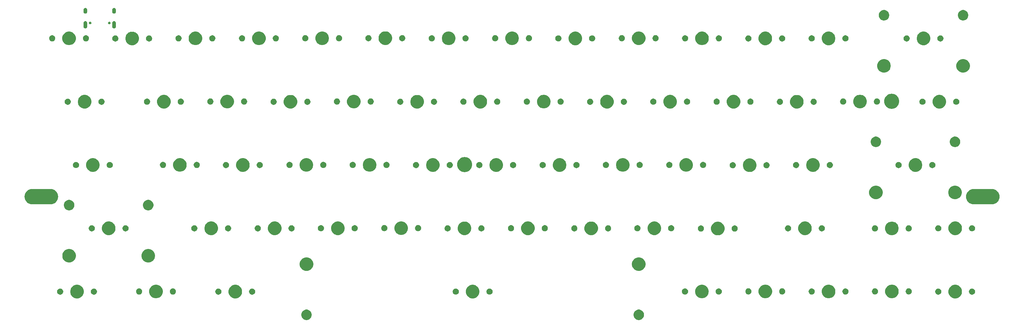
<source format=gbr>
G04 #@! TF.GenerationSoftware,KiCad,Pcbnew,(5.1.4)-1*
G04 #@! TF.CreationDate,2021-06-13T19:42:07-07:00*
G04 #@! TF.ProjectId,Build,4275696c-642e-46b6-9963-61645f706362,rev?*
G04 #@! TF.SameCoordinates,Original*
G04 #@! TF.FileFunction,Soldermask,Top*
G04 #@! TF.FilePolarity,Negative*
%FSLAX46Y46*%
G04 Gerber Fmt 4.6, Leading zero omitted, Abs format (unit mm)*
G04 Created by KiCad (PCBNEW (5.1.4)-1) date 2021-06-13 19:42:07*
%MOMM*%
%LPD*%
G04 APERTURE LIST*
%ADD10C,0.100000*%
G04 APERTURE END LIST*
D10*
G36*
X196255311Y-107324526D02*
G01*
X196374037Y-107373704D01*
X196541941Y-107443252D01*
X196541942Y-107443253D01*
X196799904Y-107615617D01*
X197019283Y-107834996D01*
X197134453Y-108007361D01*
X197191648Y-108092959D01*
X197310374Y-108379590D01*
X197370900Y-108683875D01*
X197370900Y-108994125D01*
X197310374Y-109298410D01*
X197191648Y-109585041D01*
X197191647Y-109585042D01*
X197019283Y-109843004D01*
X196799904Y-110062383D01*
X196627539Y-110177553D01*
X196541941Y-110234748D01*
X196374037Y-110304296D01*
X196255311Y-110353474D01*
X195951025Y-110414000D01*
X195640775Y-110414000D01*
X195336489Y-110353474D01*
X195217763Y-110304296D01*
X195049859Y-110234748D01*
X194964261Y-110177553D01*
X194791896Y-110062383D01*
X194572517Y-109843004D01*
X194400153Y-109585042D01*
X194400152Y-109585041D01*
X194281426Y-109298410D01*
X194220900Y-108994125D01*
X194220900Y-108683875D01*
X194281426Y-108379590D01*
X194400152Y-108092959D01*
X194457347Y-108007361D01*
X194572517Y-107834996D01*
X194791896Y-107615617D01*
X195049858Y-107443253D01*
X195049859Y-107443252D01*
X195217763Y-107373704D01*
X195336489Y-107324526D01*
X195640775Y-107264000D01*
X195951025Y-107264000D01*
X196255311Y-107324526D01*
X196255311Y-107324526D01*
G37*
G36*
X96255511Y-107324526D02*
G01*
X96374237Y-107373704D01*
X96542141Y-107443252D01*
X96542142Y-107443253D01*
X96800104Y-107615617D01*
X97019483Y-107834996D01*
X97134653Y-108007361D01*
X97191848Y-108092959D01*
X97310574Y-108379590D01*
X97371100Y-108683875D01*
X97371100Y-108994125D01*
X97310574Y-109298410D01*
X97191848Y-109585041D01*
X97191847Y-109585042D01*
X97019483Y-109843004D01*
X96800104Y-110062383D01*
X96627739Y-110177553D01*
X96542141Y-110234748D01*
X96374237Y-110304296D01*
X96255511Y-110353474D01*
X95951225Y-110414000D01*
X95640975Y-110414000D01*
X95336689Y-110353474D01*
X95217963Y-110304296D01*
X95050059Y-110234748D01*
X94964461Y-110177553D01*
X94792096Y-110062383D01*
X94572717Y-109843004D01*
X94400353Y-109585042D01*
X94400352Y-109585041D01*
X94281626Y-109298410D01*
X94221100Y-108994125D01*
X94221100Y-108683875D01*
X94281626Y-108379590D01*
X94400352Y-108092959D01*
X94457547Y-108007361D01*
X94572717Y-107834996D01*
X94792096Y-107615617D01*
X95050058Y-107443253D01*
X95050059Y-107443252D01*
X95217963Y-107373704D01*
X95336689Y-107324526D01*
X95640975Y-107264000D01*
X95951225Y-107264000D01*
X96255511Y-107324526D01*
X96255511Y-107324526D01*
G37*
G36*
X291614434Y-99890224D02*
G01*
X291832434Y-99980523D01*
X291986583Y-100044373D01*
X292321508Y-100268163D01*
X292606337Y-100552992D01*
X292830127Y-100887917D01*
X292862522Y-100966126D01*
X292984276Y-101260066D01*
X293062860Y-101655134D01*
X293062860Y-102057946D01*
X292984276Y-102453014D01*
X292933411Y-102575812D01*
X292830127Y-102825163D01*
X292606337Y-103160088D01*
X292321508Y-103444917D01*
X291986583Y-103668707D01*
X291832434Y-103732557D01*
X291614434Y-103822856D01*
X291219366Y-103901440D01*
X290816554Y-103901440D01*
X290421486Y-103822856D01*
X290203486Y-103732557D01*
X290049337Y-103668707D01*
X289714412Y-103444917D01*
X289429583Y-103160088D01*
X289205793Y-102825163D01*
X289102509Y-102575812D01*
X289051644Y-102453014D01*
X288973060Y-102057946D01*
X288973060Y-101655134D01*
X289051644Y-101260066D01*
X289173398Y-100966126D01*
X289205793Y-100887917D01*
X289429583Y-100552992D01*
X289714412Y-100268163D01*
X290049337Y-100044373D01*
X290203486Y-99980523D01*
X290421486Y-99890224D01*
X290816554Y-99811640D01*
X291219366Y-99811640D01*
X291614434Y-99890224D01*
X291614434Y-99890224D01*
G37*
G36*
X74952434Y-99890224D02*
G01*
X75170434Y-99980523D01*
X75324583Y-100044373D01*
X75659508Y-100268163D01*
X75944337Y-100552992D01*
X76168127Y-100887917D01*
X76200522Y-100966126D01*
X76322276Y-101260066D01*
X76400860Y-101655134D01*
X76400860Y-102057946D01*
X76322276Y-102453014D01*
X76271411Y-102575812D01*
X76168127Y-102825163D01*
X75944337Y-103160088D01*
X75659508Y-103444917D01*
X75324583Y-103668707D01*
X75170434Y-103732557D01*
X74952434Y-103822856D01*
X74557366Y-103901440D01*
X74154554Y-103901440D01*
X73759486Y-103822856D01*
X73541486Y-103732557D01*
X73387337Y-103668707D01*
X73052412Y-103444917D01*
X72767583Y-103160088D01*
X72543793Y-102825163D01*
X72440509Y-102575812D01*
X72389644Y-102453014D01*
X72311060Y-102057946D01*
X72311060Y-101655134D01*
X72389644Y-101260066D01*
X72511398Y-100966126D01*
X72543793Y-100887917D01*
X72767583Y-100552992D01*
X73052412Y-100268163D01*
X73387337Y-100044373D01*
X73541486Y-99980523D01*
X73759486Y-99890224D01*
X74154554Y-99811640D01*
X74557366Y-99811640D01*
X74952434Y-99890224D01*
X74952434Y-99890224D01*
G37*
G36*
X27327434Y-99890224D02*
G01*
X27545434Y-99980523D01*
X27699583Y-100044373D01*
X28034508Y-100268163D01*
X28319337Y-100552992D01*
X28543127Y-100887917D01*
X28575522Y-100966126D01*
X28697276Y-101260066D01*
X28775860Y-101655134D01*
X28775860Y-102057946D01*
X28697276Y-102453014D01*
X28646411Y-102575812D01*
X28543127Y-102825163D01*
X28319337Y-103160088D01*
X28034508Y-103444917D01*
X27699583Y-103668707D01*
X27545434Y-103732557D01*
X27327434Y-103822856D01*
X26932366Y-103901440D01*
X26529554Y-103901440D01*
X26134486Y-103822856D01*
X25916486Y-103732557D01*
X25762337Y-103668707D01*
X25427412Y-103444917D01*
X25142583Y-103160088D01*
X24918793Y-102825163D01*
X24815509Y-102575812D01*
X24764644Y-102453014D01*
X24686060Y-102057946D01*
X24686060Y-101655134D01*
X24764644Y-101260066D01*
X24886398Y-100966126D01*
X24918793Y-100887917D01*
X25142583Y-100552992D01*
X25427412Y-100268163D01*
X25762337Y-100044373D01*
X25916486Y-99980523D01*
X26134486Y-99890224D01*
X26529554Y-99811640D01*
X26932366Y-99811640D01*
X27327434Y-99890224D01*
X27327434Y-99890224D01*
G37*
G36*
X146392474Y-99887684D02*
G01*
X146610474Y-99977983D01*
X146764623Y-100041833D01*
X147099548Y-100265623D01*
X147384377Y-100550452D01*
X147608167Y-100885377D01*
X147640562Y-100963586D01*
X147762316Y-101257526D01*
X147840900Y-101652594D01*
X147840900Y-102055406D01*
X147762316Y-102450474D01*
X147710399Y-102575812D01*
X147608167Y-102822623D01*
X147384377Y-103157548D01*
X147099548Y-103442377D01*
X146764623Y-103666167D01*
X146610474Y-103730017D01*
X146392474Y-103820316D01*
X145997406Y-103898900D01*
X145594594Y-103898900D01*
X145199526Y-103820316D01*
X144981526Y-103730017D01*
X144827377Y-103666167D01*
X144492452Y-103442377D01*
X144207623Y-103157548D01*
X143983833Y-102822623D01*
X143881601Y-102575812D01*
X143829684Y-102450474D01*
X143751100Y-102055406D01*
X143751100Y-101652594D01*
X143829684Y-101257526D01*
X143951438Y-100963586D01*
X143983833Y-100885377D01*
X144207623Y-100550452D01*
X144492452Y-100265623D01*
X144827377Y-100041833D01*
X144981526Y-99977983D01*
X145199526Y-99887684D01*
X145594594Y-99809100D01*
X145997406Y-99809100D01*
X146392474Y-99887684D01*
X146392474Y-99887684D01*
G37*
G36*
X215389034Y-99852124D02*
G01*
X215607034Y-99942423D01*
X215761183Y-100006273D01*
X216096108Y-100230063D01*
X216380937Y-100514892D01*
X216604727Y-100849817D01*
X216660775Y-100985129D01*
X216758876Y-101221966D01*
X216837460Y-101617034D01*
X216837460Y-102019846D01*
X216758876Y-102414914D01*
X216708011Y-102537712D01*
X216604727Y-102787063D01*
X216380937Y-103121988D01*
X216096108Y-103406817D01*
X215761183Y-103630607D01*
X215675333Y-103666167D01*
X215389034Y-103784756D01*
X214993966Y-103863340D01*
X214591154Y-103863340D01*
X214196086Y-103784756D01*
X213909787Y-103666167D01*
X213823937Y-103630607D01*
X213489012Y-103406817D01*
X213204183Y-103121988D01*
X212980393Y-102787063D01*
X212877109Y-102537712D01*
X212826244Y-102414914D01*
X212747660Y-102019846D01*
X212747660Y-101617034D01*
X212826244Y-101221966D01*
X212924345Y-100985129D01*
X212980393Y-100849817D01*
X213204183Y-100514892D01*
X213489012Y-100230063D01*
X213823937Y-100006273D01*
X213978086Y-99942423D01*
X214196086Y-99852124D01*
X214591154Y-99773540D01*
X214993966Y-99773540D01*
X215389034Y-99852124D01*
X215389034Y-99852124D01*
G37*
G36*
X51089134Y-99852124D02*
G01*
X51307134Y-99942423D01*
X51461283Y-100006273D01*
X51796208Y-100230063D01*
X52081037Y-100514892D01*
X52304827Y-100849817D01*
X52360875Y-100985129D01*
X52458976Y-101221966D01*
X52537560Y-101617034D01*
X52537560Y-102019846D01*
X52458976Y-102414914D01*
X52408111Y-102537712D01*
X52304827Y-102787063D01*
X52081037Y-103121988D01*
X51796208Y-103406817D01*
X51461283Y-103630607D01*
X51375433Y-103666167D01*
X51089134Y-103784756D01*
X50694066Y-103863340D01*
X50291254Y-103863340D01*
X49896186Y-103784756D01*
X49609887Y-103666167D01*
X49524037Y-103630607D01*
X49189112Y-103406817D01*
X48904283Y-103121988D01*
X48680493Y-102787063D01*
X48577209Y-102537712D01*
X48526344Y-102414914D01*
X48447760Y-102019846D01*
X48447760Y-101617034D01*
X48526344Y-101221966D01*
X48624445Y-100985129D01*
X48680493Y-100849817D01*
X48904283Y-100514892D01*
X49189112Y-100230063D01*
X49524037Y-100006273D01*
X49678186Y-99942423D01*
X49896186Y-99852124D01*
X50291254Y-99773540D01*
X50694066Y-99773540D01*
X51089134Y-99852124D01*
X51089134Y-99852124D01*
G37*
G36*
X253514434Y-99852124D02*
G01*
X253732434Y-99942423D01*
X253886583Y-100006273D01*
X254221508Y-100230063D01*
X254506337Y-100514892D01*
X254730127Y-100849817D01*
X254786175Y-100985129D01*
X254884276Y-101221966D01*
X254962860Y-101617034D01*
X254962860Y-102019846D01*
X254884276Y-102414914D01*
X254833411Y-102537712D01*
X254730127Y-102787063D01*
X254506337Y-103121988D01*
X254221508Y-103406817D01*
X253886583Y-103630607D01*
X253800733Y-103666167D01*
X253514434Y-103784756D01*
X253119366Y-103863340D01*
X252716554Y-103863340D01*
X252321486Y-103784756D01*
X252035187Y-103666167D01*
X251949337Y-103630607D01*
X251614412Y-103406817D01*
X251329583Y-103121988D01*
X251105793Y-102787063D01*
X251002509Y-102537712D01*
X250951644Y-102414914D01*
X250873060Y-102019846D01*
X250873060Y-101617034D01*
X250951644Y-101221966D01*
X251049745Y-100985129D01*
X251105793Y-100849817D01*
X251329583Y-100514892D01*
X251614412Y-100230063D01*
X251949337Y-100006273D01*
X252103486Y-99942423D01*
X252321486Y-99852124D01*
X252716554Y-99773540D01*
X253119366Y-99773540D01*
X253514434Y-99852124D01*
X253514434Y-99852124D01*
G37*
G36*
X234477134Y-99839424D02*
G01*
X234599778Y-99890225D01*
X234849283Y-99993573D01*
X235184208Y-100217363D01*
X235469037Y-100502192D01*
X235692827Y-100837117D01*
X235745212Y-100963586D01*
X235846976Y-101209266D01*
X235925560Y-101604334D01*
X235925560Y-102007146D01*
X235846976Y-102402214D01*
X235796111Y-102525012D01*
X235692827Y-102774363D01*
X235469037Y-103109288D01*
X235184208Y-103394117D01*
X234849283Y-103617907D01*
X234818622Y-103630607D01*
X234477134Y-103772056D01*
X234082066Y-103850640D01*
X233679254Y-103850640D01*
X233284186Y-103772056D01*
X232942698Y-103630607D01*
X232912037Y-103617907D01*
X232577112Y-103394117D01*
X232292283Y-103109288D01*
X232068493Y-102774363D01*
X231965209Y-102525012D01*
X231914344Y-102402214D01*
X231835760Y-102007146D01*
X231835760Y-101604334D01*
X231914344Y-101209266D01*
X232016108Y-100963586D01*
X232068493Y-100837117D01*
X232292283Y-100502192D01*
X232577112Y-100217363D01*
X232912037Y-99993573D01*
X233161542Y-99890225D01*
X233284186Y-99839424D01*
X233679254Y-99760840D01*
X234082066Y-99760840D01*
X234477134Y-99839424D01*
X234477134Y-99839424D01*
G37*
G36*
X272564434Y-99839424D02*
G01*
X272687078Y-99890225D01*
X272936583Y-99993573D01*
X273271508Y-100217363D01*
X273556337Y-100502192D01*
X273780127Y-100837117D01*
X273832512Y-100963586D01*
X273934276Y-101209266D01*
X274012860Y-101604334D01*
X274012860Y-102007146D01*
X273934276Y-102402214D01*
X273883411Y-102525012D01*
X273780127Y-102774363D01*
X273556337Y-103109288D01*
X273271508Y-103394117D01*
X272936583Y-103617907D01*
X272905922Y-103630607D01*
X272564434Y-103772056D01*
X272169366Y-103850640D01*
X271766554Y-103850640D01*
X271371486Y-103772056D01*
X271029998Y-103630607D01*
X270999337Y-103617907D01*
X270664412Y-103394117D01*
X270379583Y-103109288D01*
X270155793Y-102774363D01*
X270052509Y-102525012D01*
X270001644Y-102402214D01*
X269923060Y-102007146D01*
X269923060Y-101604334D01*
X270001644Y-101209266D01*
X270103408Y-100963586D01*
X270155793Y-100837117D01*
X270379583Y-100502192D01*
X270664412Y-100217363D01*
X270999337Y-99993573D01*
X271248842Y-99890225D01*
X271371486Y-99839424D01*
X271766554Y-99760840D01*
X272169366Y-99760840D01*
X272564434Y-99839424D01*
X272564434Y-99839424D01*
G37*
G36*
X32081064Y-100966125D02*
G01*
X32249586Y-101035929D01*
X32401251Y-101137268D01*
X32530232Y-101266249D01*
X32631571Y-101417914D01*
X32701375Y-101586436D01*
X32736960Y-101765337D01*
X32736960Y-101947743D01*
X32701375Y-102126644D01*
X32631571Y-102295166D01*
X32530232Y-102446831D01*
X32401251Y-102575812D01*
X32249586Y-102677151D01*
X32081064Y-102746955D01*
X31902163Y-102782540D01*
X31719757Y-102782540D01*
X31540856Y-102746955D01*
X31372334Y-102677151D01*
X31220669Y-102575812D01*
X31091688Y-102446831D01*
X30990349Y-102295166D01*
X30920545Y-102126644D01*
X30884960Y-101947743D01*
X30884960Y-101765337D01*
X30920545Y-101586436D01*
X30990349Y-101417914D01*
X31091688Y-101266249D01*
X31220669Y-101137268D01*
X31372334Y-101035929D01*
X31540856Y-100966125D01*
X31719757Y-100930540D01*
X31902163Y-100930540D01*
X32081064Y-100966125D01*
X32081064Y-100966125D01*
G37*
G36*
X69546064Y-100966125D02*
G01*
X69714586Y-101035929D01*
X69866251Y-101137268D01*
X69995232Y-101266249D01*
X70096571Y-101417914D01*
X70166375Y-101586436D01*
X70201960Y-101765337D01*
X70201960Y-101947743D01*
X70166375Y-102126644D01*
X70096571Y-102295166D01*
X69995232Y-102446831D01*
X69866251Y-102575812D01*
X69714586Y-102677151D01*
X69546064Y-102746955D01*
X69367163Y-102782540D01*
X69184757Y-102782540D01*
X69005856Y-102746955D01*
X68837334Y-102677151D01*
X68685669Y-102575812D01*
X68556688Y-102446831D01*
X68455349Y-102295166D01*
X68385545Y-102126644D01*
X68349960Y-101947743D01*
X68349960Y-101765337D01*
X68385545Y-101586436D01*
X68455349Y-101417914D01*
X68556688Y-101266249D01*
X68685669Y-101137268D01*
X68837334Y-101035929D01*
X69005856Y-100966125D01*
X69184757Y-100930540D01*
X69367163Y-100930540D01*
X69546064Y-100966125D01*
X69546064Y-100966125D01*
G37*
G36*
X79706064Y-100966125D02*
G01*
X79874586Y-101035929D01*
X80026251Y-101137268D01*
X80155232Y-101266249D01*
X80256571Y-101417914D01*
X80326375Y-101586436D01*
X80361960Y-101765337D01*
X80361960Y-101947743D01*
X80326375Y-102126644D01*
X80256571Y-102295166D01*
X80155232Y-102446831D01*
X80026251Y-102575812D01*
X79874586Y-102677151D01*
X79706064Y-102746955D01*
X79527163Y-102782540D01*
X79344757Y-102782540D01*
X79165856Y-102746955D01*
X78997334Y-102677151D01*
X78845669Y-102575812D01*
X78716688Y-102446831D01*
X78615349Y-102295166D01*
X78545545Y-102126644D01*
X78509960Y-101947743D01*
X78509960Y-101765337D01*
X78545545Y-101586436D01*
X78615349Y-101417914D01*
X78716688Y-101266249D01*
X78845669Y-101137268D01*
X78997334Y-101035929D01*
X79165856Y-100966125D01*
X79344757Y-100930540D01*
X79527163Y-100930540D01*
X79706064Y-100966125D01*
X79706064Y-100966125D01*
G37*
G36*
X21921064Y-100966125D02*
G01*
X22089586Y-101035929D01*
X22241251Y-101137268D01*
X22370232Y-101266249D01*
X22471571Y-101417914D01*
X22541375Y-101586436D01*
X22576960Y-101765337D01*
X22576960Y-101947743D01*
X22541375Y-102126644D01*
X22471571Y-102295166D01*
X22370232Y-102446831D01*
X22241251Y-102575812D01*
X22089586Y-102677151D01*
X21921064Y-102746955D01*
X21742163Y-102782540D01*
X21559757Y-102782540D01*
X21380856Y-102746955D01*
X21212334Y-102677151D01*
X21060669Y-102575812D01*
X20931688Y-102446831D01*
X20830349Y-102295166D01*
X20760545Y-102126644D01*
X20724960Y-101947743D01*
X20724960Y-101765337D01*
X20760545Y-101586436D01*
X20830349Y-101417914D01*
X20931688Y-101266249D01*
X21060669Y-101137268D01*
X21212334Y-101035929D01*
X21380856Y-100966125D01*
X21559757Y-100930540D01*
X21742163Y-100930540D01*
X21921064Y-100966125D01*
X21921064Y-100966125D01*
G37*
G36*
X286208064Y-100966125D02*
G01*
X286376586Y-101035929D01*
X286528251Y-101137268D01*
X286657232Y-101266249D01*
X286758571Y-101417914D01*
X286828375Y-101586436D01*
X286863960Y-101765337D01*
X286863960Y-101947743D01*
X286828375Y-102126644D01*
X286758571Y-102295166D01*
X286657232Y-102446831D01*
X286528251Y-102575812D01*
X286376586Y-102677151D01*
X286208064Y-102746955D01*
X286029163Y-102782540D01*
X285846757Y-102782540D01*
X285667856Y-102746955D01*
X285499334Y-102677151D01*
X285347669Y-102575812D01*
X285218688Y-102446831D01*
X285117349Y-102295166D01*
X285047545Y-102126644D01*
X285011960Y-101947743D01*
X285011960Y-101765337D01*
X285047545Y-101586436D01*
X285117349Y-101417914D01*
X285218688Y-101266249D01*
X285347669Y-101137268D01*
X285499334Y-101035929D01*
X285667856Y-100966125D01*
X285846757Y-100930540D01*
X286029163Y-100930540D01*
X286208064Y-100966125D01*
X286208064Y-100966125D01*
G37*
G36*
X296368064Y-100966125D02*
G01*
X296536586Y-101035929D01*
X296688251Y-101137268D01*
X296817232Y-101266249D01*
X296918571Y-101417914D01*
X296988375Y-101586436D01*
X297023960Y-101765337D01*
X297023960Y-101947743D01*
X296988375Y-102126644D01*
X296918571Y-102295166D01*
X296817232Y-102446831D01*
X296688251Y-102575812D01*
X296536586Y-102677151D01*
X296368064Y-102746955D01*
X296189163Y-102782540D01*
X296006757Y-102782540D01*
X295827856Y-102746955D01*
X295659334Y-102677151D01*
X295507669Y-102575812D01*
X295378688Y-102446831D01*
X295277349Y-102295166D01*
X295207545Y-102126644D01*
X295171960Y-101947743D01*
X295171960Y-101765337D01*
X295207545Y-101586436D01*
X295277349Y-101417914D01*
X295378688Y-101266249D01*
X295507669Y-101137268D01*
X295659334Y-101035929D01*
X295827856Y-100966125D01*
X296006757Y-100930540D01*
X296189163Y-100930540D01*
X296368064Y-100966125D01*
X296368064Y-100966125D01*
G37*
G36*
X140986104Y-100963585D02*
G01*
X141154626Y-101033389D01*
X141306291Y-101134728D01*
X141435272Y-101263709D01*
X141536611Y-101415374D01*
X141606415Y-101583896D01*
X141642000Y-101762797D01*
X141642000Y-101945203D01*
X141606415Y-102124104D01*
X141536611Y-102292626D01*
X141435272Y-102444291D01*
X141306291Y-102573272D01*
X141154626Y-102674611D01*
X140986104Y-102744415D01*
X140807203Y-102780000D01*
X140624797Y-102780000D01*
X140445896Y-102744415D01*
X140277374Y-102674611D01*
X140125709Y-102573272D01*
X139996728Y-102444291D01*
X139895389Y-102292626D01*
X139825585Y-102124104D01*
X139790000Y-101945203D01*
X139790000Y-101762797D01*
X139825585Y-101583896D01*
X139895389Y-101415374D01*
X139996728Y-101263709D01*
X140125709Y-101134728D01*
X140277374Y-101033389D01*
X140445896Y-100963585D01*
X140624797Y-100928000D01*
X140807203Y-100928000D01*
X140986104Y-100963585D01*
X140986104Y-100963585D01*
G37*
G36*
X151146104Y-100963585D02*
G01*
X151314626Y-101033389D01*
X151466291Y-101134728D01*
X151595272Y-101263709D01*
X151696611Y-101415374D01*
X151766415Y-101583896D01*
X151802000Y-101762797D01*
X151802000Y-101945203D01*
X151766415Y-102124104D01*
X151696611Y-102292626D01*
X151595272Y-102444291D01*
X151466291Y-102573272D01*
X151314626Y-102674611D01*
X151146104Y-102744415D01*
X150967203Y-102780000D01*
X150784797Y-102780000D01*
X150605896Y-102744415D01*
X150437374Y-102674611D01*
X150285709Y-102573272D01*
X150156728Y-102444291D01*
X150055389Y-102292626D01*
X149985585Y-102124104D01*
X149950000Y-101945203D01*
X149950000Y-101762797D01*
X149985585Y-101583896D01*
X150055389Y-101415374D01*
X150156728Y-101263709D01*
X150285709Y-101134728D01*
X150437374Y-101033389D01*
X150605896Y-100963585D01*
X150784797Y-100928000D01*
X150967203Y-100928000D01*
X151146104Y-100963585D01*
X151146104Y-100963585D01*
G37*
G36*
X45682764Y-100928025D02*
G01*
X45851286Y-100997829D01*
X46002951Y-101099168D01*
X46131932Y-101228149D01*
X46233271Y-101379814D01*
X46303075Y-101548336D01*
X46338660Y-101727237D01*
X46338660Y-101909643D01*
X46303075Y-102088544D01*
X46233271Y-102257066D01*
X46131932Y-102408731D01*
X46002951Y-102537712D01*
X45851286Y-102639051D01*
X45682764Y-102708855D01*
X45503863Y-102744440D01*
X45321457Y-102744440D01*
X45142556Y-102708855D01*
X44974034Y-102639051D01*
X44822369Y-102537712D01*
X44693388Y-102408731D01*
X44592049Y-102257066D01*
X44522245Y-102088544D01*
X44486660Y-101909643D01*
X44486660Y-101727237D01*
X44522245Y-101548336D01*
X44592049Y-101379814D01*
X44693388Y-101228149D01*
X44822369Y-101099168D01*
X44974034Y-100997829D01*
X45142556Y-100928025D01*
X45321457Y-100892440D01*
X45503863Y-100892440D01*
X45682764Y-100928025D01*
X45682764Y-100928025D01*
G37*
G36*
X258268064Y-100928025D02*
G01*
X258436586Y-100997829D01*
X258588251Y-101099168D01*
X258717232Y-101228149D01*
X258818571Y-101379814D01*
X258888375Y-101548336D01*
X258923960Y-101727237D01*
X258923960Y-101909643D01*
X258888375Y-102088544D01*
X258818571Y-102257066D01*
X258717232Y-102408731D01*
X258588251Y-102537712D01*
X258436586Y-102639051D01*
X258268064Y-102708855D01*
X258089163Y-102744440D01*
X257906757Y-102744440D01*
X257727856Y-102708855D01*
X257559334Y-102639051D01*
X257407669Y-102537712D01*
X257278688Y-102408731D01*
X257177349Y-102257066D01*
X257107545Y-102088544D01*
X257071960Y-101909643D01*
X257071960Y-101727237D01*
X257107545Y-101548336D01*
X257177349Y-101379814D01*
X257278688Y-101228149D01*
X257407669Y-101099168D01*
X257559334Y-100997829D01*
X257727856Y-100928025D01*
X257906757Y-100892440D01*
X258089163Y-100892440D01*
X258268064Y-100928025D01*
X258268064Y-100928025D01*
G37*
G36*
X248108064Y-100928025D02*
G01*
X248276586Y-100997829D01*
X248428251Y-101099168D01*
X248557232Y-101228149D01*
X248658571Y-101379814D01*
X248728375Y-101548336D01*
X248763960Y-101727237D01*
X248763960Y-101909643D01*
X248728375Y-102088544D01*
X248658571Y-102257066D01*
X248557232Y-102408731D01*
X248428251Y-102537712D01*
X248276586Y-102639051D01*
X248108064Y-102708855D01*
X247929163Y-102744440D01*
X247746757Y-102744440D01*
X247567856Y-102708855D01*
X247399334Y-102639051D01*
X247247669Y-102537712D01*
X247118688Y-102408731D01*
X247017349Y-102257066D01*
X246947545Y-102088544D01*
X246911960Y-101909643D01*
X246911960Y-101727237D01*
X246947545Y-101548336D01*
X247017349Y-101379814D01*
X247118688Y-101228149D01*
X247247669Y-101099168D01*
X247399334Y-100997829D01*
X247567856Y-100928025D01*
X247746757Y-100892440D01*
X247929163Y-100892440D01*
X248108064Y-100928025D01*
X248108064Y-100928025D01*
G37*
G36*
X220142664Y-100928025D02*
G01*
X220311186Y-100997829D01*
X220462851Y-101099168D01*
X220591832Y-101228149D01*
X220693171Y-101379814D01*
X220762975Y-101548336D01*
X220798560Y-101727237D01*
X220798560Y-101909643D01*
X220762975Y-102088544D01*
X220693171Y-102257066D01*
X220591832Y-102408731D01*
X220462851Y-102537712D01*
X220311186Y-102639051D01*
X220142664Y-102708855D01*
X219963763Y-102744440D01*
X219781357Y-102744440D01*
X219602456Y-102708855D01*
X219433934Y-102639051D01*
X219282269Y-102537712D01*
X219153288Y-102408731D01*
X219051949Y-102257066D01*
X218982145Y-102088544D01*
X218946560Y-101909643D01*
X218946560Y-101727237D01*
X218982145Y-101548336D01*
X219051949Y-101379814D01*
X219153288Y-101228149D01*
X219282269Y-101099168D01*
X219433934Y-100997829D01*
X219602456Y-100928025D01*
X219781357Y-100892440D01*
X219963763Y-100892440D01*
X220142664Y-100928025D01*
X220142664Y-100928025D01*
G37*
G36*
X209982664Y-100928025D02*
G01*
X210151186Y-100997829D01*
X210302851Y-101099168D01*
X210431832Y-101228149D01*
X210533171Y-101379814D01*
X210602975Y-101548336D01*
X210638560Y-101727237D01*
X210638560Y-101909643D01*
X210602975Y-102088544D01*
X210533171Y-102257066D01*
X210431832Y-102408731D01*
X210302851Y-102537712D01*
X210151186Y-102639051D01*
X209982664Y-102708855D01*
X209803763Y-102744440D01*
X209621357Y-102744440D01*
X209442456Y-102708855D01*
X209273934Y-102639051D01*
X209122269Y-102537712D01*
X208993288Y-102408731D01*
X208891949Y-102257066D01*
X208822145Y-102088544D01*
X208786560Y-101909643D01*
X208786560Y-101727237D01*
X208822145Y-101548336D01*
X208891949Y-101379814D01*
X208993288Y-101228149D01*
X209122269Y-101099168D01*
X209273934Y-100997829D01*
X209442456Y-100928025D01*
X209621357Y-100892440D01*
X209803763Y-100892440D01*
X209982664Y-100928025D01*
X209982664Y-100928025D01*
G37*
G36*
X55842764Y-100928025D02*
G01*
X56011286Y-100997829D01*
X56162951Y-101099168D01*
X56291932Y-101228149D01*
X56393271Y-101379814D01*
X56463075Y-101548336D01*
X56498660Y-101727237D01*
X56498660Y-101909643D01*
X56463075Y-102088544D01*
X56393271Y-102257066D01*
X56291932Y-102408731D01*
X56162951Y-102537712D01*
X56011286Y-102639051D01*
X55842764Y-102708855D01*
X55663863Y-102744440D01*
X55481457Y-102744440D01*
X55302556Y-102708855D01*
X55134034Y-102639051D01*
X54982369Y-102537712D01*
X54853388Y-102408731D01*
X54752049Y-102257066D01*
X54682245Y-102088544D01*
X54646660Y-101909643D01*
X54646660Y-101727237D01*
X54682245Y-101548336D01*
X54752049Y-101379814D01*
X54853388Y-101228149D01*
X54982369Y-101099168D01*
X55134034Y-100997829D01*
X55302556Y-100928025D01*
X55481457Y-100892440D01*
X55663863Y-100892440D01*
X55842764Y-100928025D01*
X55842764Y-100928025D01*
G37*
G36*
X277318064Y-100915325D02*
G01*
X277486586Y-100985129D01*
X277638251Y-101086468D01*
X277767232Y-101215449D01*
X277868571Y-101367114D01*
X277938375Y-101535636D01*
X277973960Y-101714537D01*
X277973960Y-101896943D01*
X277938375Y-102075844D01*
X277868571Y-102244366D01*
X277767232Y-102396031D01*
X277638251Y-102525012D01*
X277486586Y-102626351D01*
X277318064Y-102696155D01*
X277139163Y-102731740D01*
X276956757Y-102731740D01*
X276777856Y-102696155D01*
X276609334Y-102626351D01*
X276457669Y-102525012D01*
X276328688Y-102396031D01*
X276227349Y-102244366D01*
X276157545Y-102075844D01*
X276121960Y-101896943D01*
X276121960Y-101714537D01*
X276157545Y-101535636D01*
X276227349Y-101367114D01*
X276328688Y-101215449D01*
X276457669Y-101086468D01*
X276609334Y-100985129D01*
X276777856Y-100915325D01*
X276956757Y-100879740D01*
X277139163Y-100879740D01*
X277318064Y-100915325D01*
X277318064Y-100915325D01*
G37*
G36*
X229070764Y-100915325D02*
G01*
X229239286Y-100985129D01*
X229390951Y-101086468D01*
X229519932Y-101215449D01*
X229621271Y-101367114D01*
X229691075Y-101535636D01*
X229726660Y-101714537D01*
X229726660Y-101896943D01*
X229691075Y-102075844D01*
X229621271Y-102244366D01*
X229519932Y-102396031D01*
X229390951Y-102525012D01*
X229239286Y-102626351D01*
X229070764Y-102696155D01*
X228891863Y-102731740D01*
X228709457Y-102731740D01*
X228530556Y-102696155D01*
X228362034Y-102626351D01*
X228210369Y-102525012D01*
X228081388Y-102396031D01*
X227980049Y-102244366D01*
X227910245Y-102075844D01*
X227874660Y-101896943D01*
X227874660Y-101714537D01*
X227910245Y-101535636D01*
X227980049Y-101367114D01*
X228081388Y-101215449D01*
X228210369Y-101086468D01*
X228362034Y-100985129D01*
X228530556Y-100915325D01*
X228709457Y-100879740D01*
X228891863Y-100879740D01*
X229070764Y-100915325D01*
X229070764Y-100915325D01*
G37*
G36*
X239230764Y-100915325D02*
G01*
X239399286Y-100985129D01*
X239550951Y-101086468D01*
X239679932Y-101215449D01*
X239781271Y-101367114D01*
X239851075Y-101535636D01*
X239886660Y-101714537D01*
X239886660Y-101896943D01*
X239851075Y-102075844D01*
X239781271Y-102244366D01*
X239679932Y-102396031D01*
X239550951Y-102525012D01*
X239399286Y-102626351D01*
X239230764Y-102696155D01*
X239051863Y-102731740D01*
X238869457Y-102731740D01*
X238690556Y-102696155D01*
X238522034Y-102626351D01*
X238370369Y-102525012D01*
X238241388Y-102396031D01*
X238140049Y-102244366D01*
X238070245Y-102075844D01*
X238034660Y-101896943D01*
X238034660Y-101714537D01*
X238070245Y-101535636D01*
X238140049Y-101367114D01*
X238241388Y-101215449D01*
X238370369Y-101086468D01*
X238522034Y-100985129D01*
X238690556Y-100915325D01*
X238869457Y-100879740D01*
X239051863Y-100879740D01*
X239230764Y-100915325D01*
X239230764Y-100915325D01*
G37*
G36*
X267158064Y-100915325D02*
G01*
X267326586Y-100985129D01*
X267478251Y-101086468D01*
X267607232Y-101215449D01*
X267708571Y-101367114D01*
X267778375Y-101535636D01*
X267813960Y-101714537D01*
X267813960Y-101896943D01*
X267778375Y-102075844D01*
X267708571Y-102244366D01*
X267607232Y-102396031D01*
X267478251Y-102525012D01*
X267326586Y-102626351D01*
X267158064Y-102696155D01*
X266979163Y-102731740D01*
X266796757Y-102731740D01*
X266617856Y-102696155D01*
X266449334Y-102626351D01*
X266297669Y-102525012D01*
X266168688Y-102396031D01*
X266067349Y-102244366D01*
X265997545Y-102075844D01*
X265961960Y-101896943D01*
X265961960Y-101714537D01*
X265997545Y-101535636D01*
X266067349Y-101367114D01*
X266168688Y-101215449D01*
X266297669Y-101086468D01*
X266449334Y-100985129D01*
X266617856Y-100915325D01*
X266796757Y-100879740D01*
X266979163Y-100879740D01*
X267158064Y-100915325D01*
X267158064Y-100915325D01*
G37*
G36*
X196392374Y-91632684D02*
G01*
X196610374Y-91722983D01*
X196764523Y-91786833D01*
X197099448Y-92010623D01*
X197384277Y-92295452D01*
X197608067Y-92630377D01*
X197671917Y-92784526D01*
X197762216Y-93002526D01*
X197840800Y-93397594D01*
X197840800Y-93800406D01*
X197762216Y-94195474D01*
X197671917Y-94413474D01*
X197608067Y-94567623D01*
X197384277Y-94902548D01*
X197099448Y-95187377D01*
X196764523Y-95411167D01*
X196610374Y-95475017D01*
X196392374Y-95565316D01*
X195997306Y-95643900D01*
X195594494Y-95643900D01*
X195199426Y-95565316D01*
X194981426Y-95475017D01*
X194827277Y-95411167D01*
X194492352Y-95187377D01*
X194207523Y-94902548D01*
X193983733Y-94567623D01*
X193919883Y-94413474D01*
X193829584Y-94195474D01*
X193751000Y-93800406D01*
X193751000Y-93397594D01*
X193829584Y-93002526D01*
X193919883Y-92784526D01*
X193983733Y-92630377D01*
X194207523Y-92295452D01*
X194492352Y-92010623D01*
X194827277Y-91786833D01*
X194981426Y-91722983D01*
X195199426Y-91632684D01*
X195594494Y-91554100D01*
X195997306Y-91554100D01*
X196392374Y-91632684D01*
X196392374Y-91632684D01*
G37*
G36*
X96392574Y-91632684D02*
G01*
X96610574Y-91722983D01*
X96764723Y-91786833D01*
X97099648Y-92010623D01*
X97384477Y-92295452D01*
X97608267Y-92630377D01*
X97672117Y-92784526D01*
X97762416Y-93002526D01*
X97841000Y-93397594D01*
X97841000Y-93800406D01*
X97762416Y-94195474D01*
X97672117Y-94413474D01*
X97608267Y-94567623D01*
X97384477Y-94902548D01*
X97099648Y-95187377D01*
X96764723Y-95411167D01*
X96610574Y-95475017D01*
X96392574Y-95565316D01*
X95997506Y-95643900D01*
X95594694Y-95643900D01*
X95199626Y-95565316D01*
X94981626Y-95475017D01*
X94827477Y-95411167D01*
X94492552Y-95187377D01*
X94207723Y-94902548D01*
X93983933Y-94567623D01*
X93920083Y-94413474D01*
X93829784Y-94195474D01*
X93751200Y-93800406D01*
X93751200Y-93397594D01*
X93829784Y-93002526D01*
X93920083Y-92784526D01*
X93983933Y-92630377D01*
X94207723Y-92295452D01*
X94492552Y-92010623D01*
X94827477Y-91786833D01*
X94981626Y-91722983D01*
X95199626Y-91632684D01*
X95594694Y-91554100D01*
X95997506Y-91554100D01*
X96392574Y-91632684D01*
X96392574Y-91632684D01*
G37*
G36*
X48758684Y-89095224D02*
G01*
X48976684Y-89185523D01*
X49130833Y-89249373D01*
X49465758Y-89473163D01*
X49750587Y-89757992D01*
X49974377Y-90092917D01*
X49974377Y-90092918D01*
X50128526Y-90465066D01*
X50207110Y-90860134D01*
X50207110Y-91262946D01*
X50128526Y-91658014D01*
X50075167Y-91786833D01*
X49974377Y-92030163D01*
X49750587Y-92365088D01*
X49465758Y-92649917D01*
X49130833Y-92873707D01*
X48976684Y-92937557D01*
X48758684Y-93027856D01*
X48363616Y-93106440D01*
X47960804Y-93106440D01*
X47565736Y-93027856D01*
X47347736Y-92937557D01*
X47193587Y-92873707D01*
X46858662Y-92649917D01*
X46573833Y-92365088D01*
X46350043Y-92030163D01*
X46249253Y-91786833D01*
X46195894Y-91658014D01*
X46117310Y-91262946D01*
X46117310Y-90860134D01*
X46195894Y-90465066D01*
X46350043Y-90092918D01*
X46350043Y-90092917D01*
X46573833Y-89757992D01*
X46858662Y-89473163D01*
X47193587Y-89249373D01*
X47347736Y-89185523D01*
X47565736Y-89095224D01*
X47960804Y-89016640D01*
X48363616Y-89016640D01*
X48758684Y-89095224D01*
X48758684Y-89095224D01*
G37*
G36*
X24946184Y-89095224D02*
G01*
X25164184Y-89185523D01*
X25318333Y-89249373D01*
X25653258Y-89473163D01*
X25938087Y-89757992D01*
X26161877Y-90092917D01*
X26161877Y-90092918D01*
X26316026Y-90465066D01*
X26394610Y-90860134D01*
X26394610Y-91262946D01*
X26316026Y-91658014D01*
X26262667Y-91786833D01*
X26161877Y-92030163D01*
X25938087Y-92365088D01*
X25653258Y-92649917D01*
X25318333Y-92873707D01*
X25164184Y-92937557D01*
X24946184Y-93027856D01*
X24551116Y-93106440D01*
X24148304Y-93106440D01*
X23753236Y-93027856D01*
X23535236Y-92937557D01*
X23381087Y-92873707D01*
X23046162Y-92649917D01*
X22761333Y-92365088D01*
X22537543Y-92030163D01*
X22436753Y-91786833D01*
X22383394Y-91658014D01*
X22304810Y-91262946D01*
X22304810Y-90860134D01*
X22383394Y-90465066D01*
X22537543Y-90092918D01*
X22537543Y-90092917D01*
X22761333Y-89757992D01*
X23046162Y-89473163D01*
X23381087Y-89249373D01*
X23535236Y-89185523D01*
X23753236Y-89095224D01*
X24148304Y-89016640D01*
X24551116Y-89016640D01*
X24946184Y-89095224D01*
X24946184Y-89095224D01*
G37*
G36*
X220176934Y-80903724D02*
G01*
X220365119Y-80981673D01*
X220549083Y-81057873D01*
X220884008Y-81281663D01*
X221168837Y-81566492D01*
X221392627Y-81901417D01*
X221425022Y-81979626D01*
X221546776Y-82273566D01*
X221625360Y-82668634D01*
X221625360Y-83071446D01*
X221546776Y-83466514D01*
X221472366Y-83646155D01*
X221392627Y-83838663D01*
X221168837Y-84173588D01*
X220884008Y-84458417D01*
X220549083Y-84682207D01*
X220394934Y-84746057D01*
X220176934Y-84836356D01*
X219781866Y-84914940D01*
X219379054Y-84914940D01*
X218983986Y-84836356D01*
X218765986Y-84746057D01*
X218611837Y-84682207D01*
X218276912Y-84458417D01*
X217992083Y-84173588D01*
X217768293Y-83838663D01*
X217688554Y-83646155D01*
X217614144Y-83466514D01*
X217535560Y-83071446D01*
X217535560Y-82668634D01*
X217614144Y-82273566D01*
X217735898Y-81979626D01*
X217768293Y-81901417D01*
X217992083Y-81566492D01*
X218276912Y-81281663D01*
X218611837Y-81057873D01*
X218795801Y-80981673D01*
X218983986Y-80903724D01*
X219379054Y-80825140D01*
X219781866Y-80825140D01*
X220176934Y-80903724D01*
X220176934Y-80903724D01*
G37*
G36*
X272551734Y-80865624D02*
G01*
X272739919Y-80943573D01*
X272923883Y-81019773D01*
X273258808Y-81243563D01*
X273543637Y-81528392D01*
X273767427Y-81863317D01*
X273817162Y-81983389D01*
X273921576Y-82235466D01*
X274000160Y-82630534D01*
X274000160Y-83033346D01*
X273921576Y-83428414D01*
X273870711Y-83551212D01*
X273767427Y-83800563D01*
X273543637Y-84135488D01*
X273258808Y-84420317D01*
X272923883Y-84644107D01*
X272831901Y-84682207D01*
X272551734Y-84798256D01*
X272156666Y-84876840D01*
X271753854Y-84876840D01*
X271358786Y-84798256D01*
X271078619Y-84682207D01*
X270986637Y-84644107D01*
X270651712Y-84420317D01*
X270366883Y-84135488D01*
X270143093Y-83800563D01*
X270039809Y-83551212D01*
X269988944Y-83428414D01*
X269910360Y-83033346D01*
X269910360Y-82630534D01*
X269988944Y-82235466D01*
X270093358Y-81983389D01*
X270143093Y-81863317D01*
X270366883Y-81528392D01*
X270651712Y-81243563D01*
X270986637Y-81019773D01*
X271170601Y-80943573D01*
X271358786Y-80865624D01*
X271753854Y-80787040D01*
X272156666Y-80787040D01*
X272551734Y-80865624D01*
X272551734Y-80865624D01*
G37*
G36*
X143938834Y-80852924D02*
G01*
X144061478Y-80903725D01*
X144310983Y-81007073D01*
X144645908Y-81230863D01*
X144930737Y-81515692D01*
X145154527Y-81850617D01*
X145193224Y-81944040D01*
X145308676Y-82222766D01*
X145387260Y-82617834D01*
X145387260Y-83020646D01*
X145308676Y-83415714D01*
X145257811Y-83538512D01*
X145154527Y-83787863D01*
X144930737Y-84122788D01*
X144645908Y-84407617D01*
X144310983Y-84631407D01*
X144280322Y-84644107D01*
X143938834Y-84785556D01*
X143543766Y-84864140D01*
X143140954Y-84864140D01*
X142745886Y-84785556D01*
X142404398Y-84644107D01*
X142373737Y-84631407D01*
X142038812Y-84407617D01*
X141753983Y-84122788D01*
X141530193Y-83787863D01*
X141426909Y-83538512D01*
X141376044Y-83415714D01*
X141297460Y-83020646D01*
X141297460Y-82617834D01*
X141376044Y-82222766D01*
X141491496Y-81944040D01*
X141530193Y-81850617D01*
X141753983Y-81515692D01*
X142038812Y-81230863D01*
X142373737Y-81007073D01*
X142623242Y-80903725D01*
X142745886Y-80852924D01*
X143140954Y-80774340D01*
X143543766Y-80774340D01*
X143938834Y-80852924D01*
X143938834Y-80852924D01*
G37*
G36*
X182076934Y-80852924D02*
G01*
X182199578Y-80903725D01*
X182449083Y-81007073D01*
X182784008Y-81230863D01*
X183068837Y-81515692D01*
X183292627Y-81850617D01*
X183331324Y-81944040D01*
X183446776Y-82222766D01*
X183525360Y-82617834D01*
X183525360Y-83020646D01*
X183446776Y-83415714D01*
X183395911Y-83538512D01*
X183292627Y-83787863D01*
X183068837Y-84122788D01*
X182784008Y-84407617D01*
X182449083Y-84631407D01*
X182418422Y-84644107D01*
X182076934Y-84785556D01*
X181681866Y-84864140D01*
X181279054Y-84864140D01*
X180883986Y-84785556D01*
X180542498Y-84644107D01*
X180511837Y-84631407D01*
X180176912Y-84407617D01*
X179892083Y-84122788D01*
X179668293Y-83787863D01*
X179565009Y-83538512D01*
X179514144Y-83415714D01*
X179435560Y-83020646D01*
X179435560Y-82617834D01*
X179514144Y-82222766D01*
X179629596Y-81944040D01*
X179668293Y-81850617D01*
X179892083Y-81515692D01*
X180176912Y-81230863D01*
X180511837Y-81007073D01*
X180761342Y-80903725D01*
X180883986Y-80852924D01*
X181279054Y-80774340D01*
X181681866Y-80774340D01*
X182076934Y-80852924D01*
X182076934Y-80852924D01*
G37*
G36*
X246402434Y-80840224D02*
G01*
X246620434Y-80930523D01*
X246774583Y-80994373D01*
X247109508Y-81218163D01*
X247394337Y-81502992D01*
X247618127Y-81837917D01*
X247678383Y-81983389D01*
X247772276Y-82210066D01*
X247850860Y-82605134D01*
X247850860Y-83007946D01*
X247772276Y-83403014D01*
X247721411Y-83525812D01*
X247618127Y-83775163D01*
X247394337Y-84110088D01*
X247109508Y-84394917D01*
X246774583Y-84618707D01*
X246621280Y-84682207D01*
X246402434Y-84772856D01*
X246007366Y-84851440D01*
X245604554Y-84851440D01*
X245209486Y-84772856D01*
X244990640Y-84682207D01*
X244837337Y-84618707D01*
X244502412Y-84394917D01*
X244217583Y-84110088D01*
X243993793Y-83775163D01*
X243890509Y-83525812D01*
X243839644Y-83403014D01*
X243761060Y-83007946D01*
X243761060Y-82605134D01*
X243839644Y-82210066D01*
X243933537Y-81983389D01*
X243993793Y-81837917D01*
X244217583Y-81502992D01*
X244502412Y-81218163D01*
X244837337Y-80994373D01*
X244991486Y-80930523D01*
X245209486Y-80840224D01*
X245604554Y-80761640D01*
X246007366Y-80761640D01*
X246402434Y-80840224D01*
X246402434Y-80840224D01*
G37*
G36*
X67713434Y-80840224D02*
G01*
X67931434Y-80930523D01*
X68085583Y-80994373D01*
X68420508Y-81218163D01*
X68705337Y-81502992D01*
X68929127Y-81837917D01*
X68989383Y-81983389D01*
X69083276Y-82210066D01*
X69161860Y-82605134D01*
X69161860Y-83007946D01*
X69083276Y-83403014D01*
X69032411Y-83525812D01*
X68929127Y-83775163D01*
X68705337Y-84110088D01*
X68420508Y-84394917D01*
X68085583Y-84618707D01*
X67932280Y-84682207D01*
X67713434Y-84772856D01*
X67318366Y-84851440D01*
X66915554Y-84851440D01*
X66520486Y-84772856D01*
X66301640Y-84682207D01*
X66148337Y-84618707D01*
X65813412Y-84394917D01*
X65528583Y-84110088D01*
X65304793Y-83775163D01*
X65201509Y-83525812D01*
X65150644Y-83403014D01*
X65072060Y-83007946D01*
X65072060Y-82605134D01*
X65150644Y-82210066D01*
X65244537Y-81983389D01*
X65304793Y-81837917D01*
X65528583Y-81502992D01*
X65813412Y-81218163D01*
X66148337Y-80994373D01*
X66302486Y-80930523D01*
X66520486Y-80840224D01*
X66915554Y-80761640D01*
X67318366Y-80761640D01*
X67713434Y-80840224D01*
X67713434Y-80840224D01*
G37*
G36*
X86814234Y-80840224D02*
G01*
X87032234Y-80930523D01*
X87186383Y-80994373D01*
X87521308Y-81218163D01*
X87806137Y-81502992D01*
X88029927Y-81837917D01*
X88090183Y-81983389D01*
X88184076Y-82210066D01*
X88262660Y-82605134D01*
X88262660Y-83007946D01*
X88184076Y-83403014D01*
X88133211Y-83525812D01*
X88029927Y-83775163D01*
X87806137Y-84110088D01*
X87521308Y-84394917D01*
X87186383Y-84618707D01*
X87033080Y-84682207D01*
X86814234Y-84772856D01*
X86419166Y-84851440D01*
X86016354Y-84851440D01*
X85621286Y-84772856D01*
X85402440Y-84682207D01*
X85249137Y-84618707D01*
X84914212Y-84394917D01*
X84629383Y-84110088D01*
X84405593Y-83775163D01*
X84302309Y-83525812D01*
X84251444Y-83403014D01*
X84172860Y-83007946D01*
X84172860Y-82605134D01*
X84251444Y-82210066D01*
X84345337Y-81983389D01*
X84405593Y-81837917D01*
X84629383Y-81502992D01*
X84914212Y-81218163D01*
X85249137Y-80994373D01*
X85403286Y-80930523D01*
X85621286Y-80840224D01*
X86016354Y-80761640D01*
X86419166Y-80761640D01*
X86814234Y-80840224D01*
X86814234Y-80840224D01*
G37*
G36*
X36852434Y-80840224D02*
G01*
X37070434Y-80930523D01*
X37224583Y-80994373D01*
X37559508Y-81218163D01*
X37844337Y-81502992D01*
X38068127Y-81837917D01*
X38128383Y-81983389D01*
X38222276Y-82210066D01*
X38300860Y-82605134D01*
X38300860Y-83007946D01*
X38222276Y-83403014D01*
X38171411Y-83525812D01*
X38068127Y-83775163D01*
X37844337Y-84110088D01*
X37559508Y-84394917D01*
X37224583Y-84618707D01*
X37071280Y-84682207D01*
X36852434Y-84772856D01*
X36457366Y-84851440D01*
X36054554Y-84851440D01*
X35659486Y-84772856D01*
X35440640Y-84682207D01*
X35287337Y-84618707D01*
X34952412Y-84394917D01*
X34667583Y-84110088D01*
X34443793Y-83775163D01*
X34340509Y-83525812D01*
X34289644Y-83403014D01*
X34211060Y-83007946D01*
X34211060Y-82605134D01*
X34289644Y-82210066D01*
X34383537Y-81983389D01*
X34443793Y-81837917D01*
X34667583Y-81502992D01*
X34952412Y-81218163D01*
X35287337Y-80994373D01*
X35441486Y-80930523D01*
X35659486Y-80840224D01*
X36054554Y-80761640D01*
X36457366Y-80761640D01*
X36852434Y-80840224D01*
X36852434Y-80840224D01*
G37*
G36*
X291614434Y-80837684D02*
G01*
X291832434Y-80927983D01*
X291986583Y-80991833D01*
X292321508Y-81215623D01*
X292606337Y-81500452D01*
X292830127Y-81835377D01*
X292871445Y-81935129D01*
X292984276Y-82207526D01*
X293062860Y-82602594D01*
X293062860Y-83005406D01*
X292984276Y-83400474D01*
X292921838Y-83551212D01*
X292830127Y-83772623D01*
X292606337Y-84107548D01*
X292321508Y-84392377D01*
X291986583Y-84616167D01*
X291832434Y-84680017D01*
X291614434Y-84770316D01*
X291219366Y-84848900D01*
X290816554Y-84848900D01*
X290421486Y-84770316D01*
X290203486Y-84680017D01*
X290049337Y-84616167D01*
X289714412Y-84392377D01*
X289429583Y-84107548D01*
X289205793Y-83772623D01*
X289114082Y-83551212D01*
X289051644Y-83400474D01*
X288973060Y-83005406D01*
X288973060Y-82602594D01*
X289051644Y-82207526D01*
X289164475Y-81935129D01*
X289205793Y-81835377D01*
X289429583Y-81500452D01*
X289714412Y-81215623D01*
X290049337Y-80991833D01*
X290203486Y-80927983D01*
X290421486Y-80837684D01*
X290816554Y-80759100D01*
X291219366Y-80759100D01*
X291614434Y-80837684D01*
X291614434Y-80837684D01*
G37*
G36*
X105826134Y-80827524D02*
G01*
X106010097Y-80903724D01*
X106198283Y-80981673D01*
X106533208Y-81205463D01*
X106818037Y-81490292D01*
X107041827Y-81825217D01*
X107091045Y-81944040D01*
X107195976Y-82197366D01*
X107274560Y-82592434D01*
X107274560Y-82995246D01*
X107195976Y-83390314D01*
X107145111Y-83513112D01*
X107041827Y-83762463D01*
X106818037Y-84097388D01*
X106533208Y-84382217D01*
X106198283Y-84606007D01*
X106106301Y-84644107D01*
X105826134Y-84760156D01*
X105431066Y-84838740D01*
X105028254Y-84838740D01*
X104633186Y-84760156D01*
X104353019Y-84644107D01*
X104261037Y-84606007D01*
X103926112Y-84382217D01*
X103641283Y-84097388D01*
X103417493Y-83762463D01*
X103314209Y-83513112D01*
X103263344Y-83390314D01*
X103184760Y-82995246D01*
X103184760Y-82592434D01*
X103263344Y-82197366D01*
X103368275Y-81944040D01*
X103417493Y-81825217D01*
X103641283Y-81490292D01*
X103926112Y-81205463D01*
X104261037Y-80981673D01*
X104449223Y-80903724D01*
X104633186Y-80827524D01*
X105028254Y-80748940D01*
X105431066Y-80748940D01*
X105826134Y-80827524D01*
X105826134Y-80827524D01*
G37*
G36*
X163026934Y-80827524D02*
G01*
X163210897Y-80903724D01*
X163399083Y-80981673D01*
X163734008Y-81205463D01*
X164018837Y-81490292D01*
X164242627Y-81825217D01*
X164291845Y-81944040D01*
X164396776Y-82197366D01*
X164475360Y-82592434D01*
X164475360Y-82995246D01*
X164396776Y-83390314D01*
X164345911Y-83513112D01*
X164242627Y-83762463D01*
X164018837Y-84097388D01*
X163734008Y-84382217D01*
X163399083Y-84606007D01*
X163307101Y-84644107D01*
X163026934Y-84760156D01*
X162631866Y-84838740D01*
X162229054Y-84838740D01*
X161833986Y-84760156D01*
X161553819Y-84644107D01*
X161461837Y-84606007D01*
X161126912Y-84382217D01*
X160842083Y-84097388D01*
X160618293Y-83762463D01*
X160515009Y-83513112D01*
X160464144Y-83390314D01*
X160385560Y-82995246D01*
X160385560Y-82592434D01*
X160464144Y-82197366D01*
X160569075Y-81944040D01*
X160618293Y-81825217D01*
X160842083Y-81490292D01*
X161126912Y-81205463D01*
X161461837Y-80981673D01*
X161650023Y-80903724D01*
X161833986Y-80827524D01*
X162229054Y-80748940D01*
X162631866Y-80748940D01*
X163026934Y-80827524D01*
X163026934Y-80827524D01*
G37*
G36*
X201076134Y-80827524D02*
G01*
X201260097Y-80903724D01*
X201448283Y-80981673D01*
X201783208Y-81205463D01*
X202068037Y-81490292D01*
X202291827Y-81825217D01*
X202341045Y-81944040D01*
X202445976Y-82197366D01*
X202524560Y-82592434D01*
X202524560Y-82995246D01*
X202445976Y-83390314D01*
X202395111Y-83513112D01*
X202291827Y-83762463D01*
X202068037Y-84097388D01*
X201783208Y-84382217D01*
X201448283Y-84606007D01*
X201356301Y-84644107D01*
X201076134Y-84760156D01*
X200681066Y-84838740D01*
X200278254Y-84838740D01*
X199883186Y-84760156D01*
X199603019Y-84644107D01*
X199511037Y-84606007D01*
X199176112Y-84382217D01*
X198891283Y-84097388D01*
X198667493Y-83762463D01*
X198564209Y-83513112D01*
X198513344Y-83390314D01*
X198434760Y-82995246D01*
X198434760Y-82592434D01*
X198513344Y-82197366D01*
X198618275Y-81944040D01*
X198667493Y-81825217D01*
X198891283Y-81490292D01*
X199176112Y-81205463D01*
X199511037Y-80981673D01*
X199699223Y-80903724D01*
X199883186Y-80827524D01*
X200278254Y-80748940D01*
X200681066Y-80748940D01*
X201076134Y-80827524D01*
X201076134Y-80827524D01*
G37*
G36*
X124888834Y-80789424D02*
G01*
X125072797Y-80865624D01*
X125260983Y-80943573D01*
X125595908Y-81167363D01*
X125880737Y-81452192D01*
X126104527Y-81787117D01*
X126165835Y-81935129D01*
X126258676Y-82159266D01*
X126337260Y-82554334D01*
X126337260Y-82957146D01*
X126258676Y-83352214D01*
X126207811Y-83475012D01*
X126104527Y-83724363D01*
X125880737Y-84059288D01*
X125595908Y-84344117D01*
X125260983Y-84567907D01*
X125169001Y-84606007D01*
X124888834Y-84722056D01*
X124493766Y-84800640D01*
X124090954Y-84800640D01*
X123695886Y-84722056D01*
X123415719Y-84606007D01*
X123323737Y-84567907D01*
X122988812Y-84344117D01*
X122703983Y-84059288D01*
X122480193Y-83724363D01*
X122376909Y-83475012D01*
X122326044Y-83352214D01*
X122247460Y-82957146D01*
X122247460Y-82554334D01*
X122326044Y-82159266D01*
X122418885Y-81935129D01*
X122480193Y-81787117D01*
X122703983Y-81452192D01*
X122988812Y-81167363D01*
X123323737Y-80943573D01*
X123511923Y-80865624D01*
X123695886Y-80789424D01*
X124090954Y-80710840D01*
X124493766Y-80710840D01*
X124888834Y-80789424D01*
X124888834Y-80789424D01*
G37*
G36*
X224930564Y-81979625D02*
G01*
X225099086Y-82049429D01*
X225250751Y-82150768D01*
X225379732Y-82279749D01*
X225481071Y-82431414D01*
X225550875Y-82599936D01*
X225586460Y-82778837D01*
X225586460Y-82961243D01*
X225550875Y-83140144D01*
X225481071Y-83308666D01*
X225379732Y-83460331D01*
X225250751Y-83589312D01*
X225099086Y-83690651D01*
X224930564Y-83760455D01*
X224751663Y-83796040D01*
X224569257Y-83796040D01*
X224390356Y-83760455D01*
X224221834Y-83690651D01*
X224070169Y-83589312D01*
X223941188Y-83460331D01*
X223839849Y-83308666D01*
X223770045Y-83140144D01*
X223734460Y-82961243D01*
X223734460Y-82778837D01*
X223770045Y-82599936D01*
X223839849Y-82431414D01*
X223941188Y-82279749D01*
X224070169Y-82150768D01*
X224221834Y-82049429D01*
X224390356Y-81979625D01*
X224569257Y-81944040D01*
X224751663Y-81944040D01*
X224930564Y-81979625D01*
X224930564Y-81979625D01*
G37*
G36*
X214770564Y-81979625D02*
G01*
X214939086Y-82049429D01*
X215090751Y-82150768D01*
X215219732Y-82279749D01*
X215321071Y-82431414D01*
X215390875Y-82599936D01*
X215426460Y-82778837D01*
X215426460Y-82961243D01*
X215390875Y-83140144D01*
X215321071Y-83308666D01*
X215219732Y-83460331D01*
X215090751Y-83589312D01*
X214939086Y-83690651D01*
X214770564Y-83760455D01*
X214591663Y-83796040D01*
X214409257Y-83796040D01*
X214230356Y-83760455D01*
X214061834Y-83690651D01*
X213910169Y-83589312D01*
X213781188Y-83460331D01*
X213679849Y-83308666D01*
X213610045Y-83140144D01*
X213574460Y-82961243D01*
X213574460Y-82778837D01*
X213610045Y-82599936D01*
X213679849Y-82431414D01*
X213781188Y-82279749D01*
X213910169Y-82150768D01*
X214061834Y-82049429D01*
X214230356Y-81979625D01*
X214409257Y-81944040D01*
X214591663Y-81944040D01*
X214770564Y-81979625D01*
X214770564Y-81979625D01*
G37*
G36*
X267145364Y-81941525D02*
G01*
X267313886Y-82011329D01*
X267465551Y-82112668D01*
X267594532Y-82241649D01*
X267695871Y-82393314D01*
X267765675Y-82561836D01*
X267801260Y-82740737D01*
X267801260Y-82923143D01*
X267765675Y-83102044D01*
X267695871Y-83270566D01*
X267594532Y-83422231D01*
X267465551Y-83551212D01*
X267313886Y-83652551D01*
X267145364Y-83722355D01*
X266966463Y-83757940D01*
X266784057Y-83757940D01*
X266605156Y-83722355D01*
X266436634Y-83652551D01*
X266284969Y-83551212D01*
X266155988Y-83422231D01*
X266054649Y-83270566D01*
X265984845Y-83102044D01*
X265949260Y-82923143D01*
X265949260Y-82740737D01*
X265984845Y-82561836D01*
X266054649Y-82393314D01*
X266155988Y-82241649D01*
X266284969Y-82112668D01*
X266436634Y-82011329D01*
X266605156Y-81941525D01*
X266784057Y-81905940D01*
X266966463Y-81905940D01*
X267145364Y-81941525D01*
X267145364Y-81941525D01*
G37*
G36*
X277305364Y-81941525D02*
G01*
X277473886Y-82011329D01*
X277625551Y-82112668D01*
X277754532Y-82241649D01*
X277855871Y-82393314D01*
X277925675Y-82561836D01*
X277961260Y-82740737D01*
X277961260Y-82923143D01*
X277925675Y-83102044D01*
X277855871Y-83270566D01*
X277754532Y-83422231D01*
X277625551Y-83551212D01*
X277473886Y-83652551D01*
X277305364Y-83722355D01*
X277126463Y-83757940D01*
X276944057Y-83757940D01*
X276765156Y-83722355D01*
X276596634Y-83652551D01*
X276444969Y-83551212D01*
X276315988Y-83422231D01*
X276214649Y-83270566D01*
X276144845Y-83102044D01*
X276109260Y-82923143D01*
X276109260Y-82740737D01*
X276144845Y-82561836D01*
X276214649Y-82393314D01*
X276315988Y-82241649D01*
X276444969Y-82112668D01*
X276596634Y-82011329D01*
X276765156Y-81941525D01*
X276944057Y-81905940D01*
X277126463Y-81905940D01*
X277305364Y-81941525D01*
X277305364Y-81941525D01*
G37*
G36*
X138532464Y-81928825D02*
G01*
X138700986Y-81998629D01*
X138852651Y-82099968D01*
X138981632Y-82228949D01*
X139082971Y-82380614D01*
X139152775Y-82549136D01*
X139188360Y-82728037D01*
X139188360Y-82910443D01*
X139152775Y-83089344D01*
X139082971Y-83257866D01*
X138981632Y-83409531D01*
X138852651Y-83538512D01*
X138700986Y-83639851D01*
X138532464Y-83709655D01*
X138353563Y-83745240D01*
X138171157Y-83745240D01*
X137992256Y-83709655D01*
X137823734Y-83639851D01*
X137672069Y-83538512D01*
X137543088Y-83409531D01*
X137441749Y-83257866D01*
X137371945Y-83089344D01*
X137336360Y-82910443D01*
X137336360Y-82728037D01*
X137371945Y-82549136D01*
X137441749Y-82380614D01*
X137543088Y-82228949D01*
X137672069Y-82099968D01*
X137823734Y-81998629D01*
X137992256Y-81928825D01*
X138171157Y-81893240D01*
X138353563Y-81893240D01*
X138532464Y-81928825D01*
X138532464Y-81928825D01*
G37*
G36*
X186830564Y-81928825D02*
G01*
X186999086Y-81998629D01*
X187150751Y-82099968D01*
X187279732Y-82228949D01*
X187381071Y-82380614D01*
X187450875Y-82549136D01*
X187486460Y-82728037D01*
X187486460Y-82910443D01*
X187450875Y-83089344D01*
X187381071Y-83257866D01*
X187279732Y-83409531D01*
X187150751Y-83538512D01*
X186999086Y-83639851D01*
X186830564Y-83709655D01*
X186651663Y-83745240D01*
X186469257Y-83745240D01*
X186290356Y-83709655D01*
X186121834Y-83639851D01*
X185970169Y-83538512D01*
X185841188Y-83409531D01*
X185739849Y-83257866D01*
X185670045Y-83089344D01*
X185634460Y-82910443D01*
X185634460Y-82728037D01*
X185670045Y-82549136D01*
X185739849Y-82380614D01*
X185841188Y-82228949D01*
X185970169Y-82099968D01*
X186121834Y-81998629D01*
X186290356Y-81928825D01*
X186469257Y-81893240D01*
X186651663Y-81893240D01*
X186830564Y-81928825D01*
X186830564Y-81928825D01*
G37*
G36*
X176670564Y-81928825D02*
G01*
X176839086Y-81998629D01*
X176990751Y-82099968D01*
X177119732Y-82228949D01*
X177221071Y-82380614D01*
X177290875Y-82549136D01*
X177326460Y-82728037D01*
X177326460Y-82910443D01*
X177290875Y-83089344D01*
X177221071Y-83257866D01*
X177119732Y-83409531D01*
X176990751Y-83538512D01*
X176839086Y-83639851D01*
X176670564Y-83709655D01*
X176491663Y-83745240D01*
X176309257Y-83745240D01*
X176130356Y-83709655D01*
X175961834Y-83639851D01*
X175810169Y-83538512D01*
X175681188Y-83409531D01*
X175579849Y-83257866D01*
X175510045Y-83089344D01*
X175474460Y-82910443D01*
X175474460Y-82728037D01*
X175510045Y-82549136D01*
X175579849Y-82380614D01*
X175681188Y-82228949D01*
X175810169Y-82099968D01*
X175961834Y-81998629D01*
X176130356Y-81928825D01*
X176309257Y-81893240D01*
X176491663Y-81893240D01*
X176670564Y-81928825D01*
X176670564Y-81928825D01*
G37*
G36*
X148692464Y-81928825D02*
G01*
X148860986Y-81998629D01*
X149012651Y-82099968D01*
X149141632Y-82228949D01*
X149242971Y-82380614D01*
X149312775Y-82549136D01*
X149348360Y-82728037D01*
X149348360Y-82910443D01*
X149312775Y-83089344D01*
X149242971Y-83257866D01*
X149141632Y-83409531D01*
X149012651Y-83538512D01*
X148860986Y-83639851D01*
X148692464Y-83709655D01*
X148513563Y-83745240D01*
X148331157Y-83745240D01*
X148152256Y-83709655D01*
X147983734Y-83639851D01*
X147832069Y-83538512D01*
X147703088Y-83409531D01*
X147601749Y-83257866D01*
X147531945Y-83089344D01*
X147496360Y-82910443D01*
X147496360Y-82728037D01*
X147531945Y-82549136D01*
X147601749Y-82380614D01*
X147703088Y-82228949D01*
X147832069Y-82099968D01*
X147983734Y-81998629D01*
X148152256Y-81928825D01*
X148331157Y-81893240D01*
X148513563Y-81893240D01*
X148692464Y-81928825D01*
X148692464Y-81928825D01*
G37*
G36*
X41606064Y-81916125D02*
G01*
X41774586Y-81985929D01*
X41926251Y-82087268D01*
X42055232Y-82216249D01*
X42156571Y-82367914D01*
X42226375Y-82536436D01*
X42261960Y-82715337D01*
X42261960Y-82897743D01*
X42226375Y-83076644D01*
X42156571Y-83245166D01*
X42055232Y-83396831D01*
X41926251Y-83525812D01*
X41774586Y-83627151D01*
X41606064Y-83696955D01*
X41427163Y-83732540D01*
X41244757Y-83732540D01*
X41065856Y-83696955D01*
X40897334Y-83627151D01*
X40745669Y-83525812D01*
X40616688Y-83396831D01*
X40515349Y-83245166D01*
X40445545Y-83076644D01*
X40409960Y-82897743D01*
X40409960Y-82715337D01*
X40445545Y-82536436D01*
X40515349Y-82367914D01*
X40616688Y-82216249D01*
X40745669Y-82087268D01*
X40897334Y-81985929D01*
X41065856Y-81916125D01*
X41244757Y-81880540D01*
X41427163Y-81880540D01*
X41606064Y-81916125D01*
X41606064Y-81916125D01*
G37*
G36*
X240996064Y-81916125D02*
G01*
X241164586Y-81985929D01*
X241316251Y-82087268D01*
X241445232Y-82216249D01*
X241546571Y-82367914D01*
X241616375Y-82536436D01*
X241651960Y-82715337D01*
X241651960Y-82897743D01*
X241616375Y-83076644D01*
X241546571Y-83245166D01*
X241445232Y-83396831D01*
X241316251Y-83525812D01*
X241164586Y-83627151D01*
X240996064Y-83696955D01*
X240817163Y-83732540D01*
X240634757Y-83732540D01*
X240455856Y-83696955D01*
X240287334Y-83627151D01*
X240135669Y-83525812D01*
X240006688Y-83396831D01*
X239905349Y-83245166D01*
X239835545Y-83076644D01*
X239799960Y-82897743D01*
X239799960Y-82715337D01*
X239835545Y-82536436D01*
X239905349Y-82367914D01*
X240006688Y-82216249D01*
X240135669Y-82087268D01*
X240287334Y-81985929D01*
X240455856Y-81916125D01*
X240634757Y-81880540D01*
X240817163Y-81880540D01*
X240996064Y-81916125D01*
X240996064Y-81916125D01*
G37*
G36*
X251156064Y-81916125D02*
G01*
X251324586Y-81985929D01*
X251476251Y-82087268D01*
X251605232Y-82216249D01*
X251706571Y-82367914D01*
X251776375Y-82536436D01*
X251811960Y-82715337D01*
X251811960Y-82897743D01*
X251776375Y-83076644D01*
X251706571Y-83245166D01*
X251605232Y-83396831D01*
X251476251Y-83525812D01*
X251324586Y-83627151D01*
X251156064Y-83696955D01*
X250977163Y-83732540D01*
X250794757Y-83732540D01*
X250615856Y-83696955D01*
X250447334Y-83627151D01*
X250295669Y-83525812D01*
X250166688Y-83396831D01*
X250065349Y-83245166D01*
X249995545Y-83076644D01*
X249959960Y-82897743D01*
X249959960Y-82715337D01*
X249995545Y-82536436D01*
X250065349Y-82367914D01*
X250166688Y-82216249D01*
X250295669Y-82087268D01*
X250447334Y-81985929D01*
X250615856Y-81916125D01*
X250794757Y-81880540D01*
X250977163Y-81880540D01*
X251156064Y-81916125D01*
X251156064Y-81916125D01*
G37*
G36*
X81407864Y-81916125D02*
G01*
X81576386Y-81985929D01*
X81728051Y-82087268D01*
X81857032Y-82216249D01*
X81958371Y-82367914D01*
X82028175Y-82536436D01*
X82063760Y-82715337D01*
X82063760Y-82897743D01*
X82028175Y-83076644D01*
X81958371Y-83245166D01*
X81857032Y-83396831D01*
X81728051Y-83525812D01*
X81576386Y-83627151D01*
X81407864Y-83696955D01*
X81228963Y-83732540D01*
X81046557Y-83732540D01*
X80867656Y-83696955D01*
X80699134Y-83627151D01*
X80547469Y-83525812D01*
X80418488Y-83396831D01*
X80317149Y-83245166D01*
X80247345Y-83076644D01*
X80211760Y-82897743D01*
X80211760Y-82715337D01*
X80247345Y-82536436D01*
X80317149Y-82367914D01*
X80418488Y-82216249D01*
X80547469Y-82087268D01*
X80699134Y-81985929D01*
X80867656Y-81916125D01*
X81046557Y-81880540D01*
X81228963Y-81880540D01*
X81407864Y-81916125D01*
X81407864Y-81916125D01*
G37*
G36*
X31446064Y-81916125D02*
G01*
X31614586Y-81985929D01*
X31766251Y-82087268D01*
X31895232Y-82216249D01*
X31996571Y-82367914D01*
X32066375Y-82536436D01*
X32101960Y-82715337D01*
X32101960Y-82897743D01*
X32066375Y-83076644D01*
X31996571Y-83245166D01*
X31895232Y-83396831D01*
X31766251Y-83525812D01*
X31614586Y-83627151D01*
X31446064Y-83696955D01*
X31267163Y-83732540D01*
X31084757Y-83732540D01*
X30905856Y-83696955D01*
X30737334Y-83627151D01*
X30585669Y-83525812D01*
X30456688Y-83396831D01*
X30355349Y-83245166D01*
X30285545Y-83076644D01*
X30249960Y-82897743D01*
X30249960Y-82715337D01*
X30285545Y-82536436D01*
X30355349Y-82367914D01*
X30456688Y-82216249D01*
X30585669Y-82087268D01*
X30737334Y-81985929D01*
X30905856Y-81916125D01*
X31084757Y-81880540D01*
X31267163Y-81880540D01*
X31446064Y-81916125D01*
X31446064Y-81916125D01*
G37*
G36*
X91567864Y-81916125D02*
G01*
X91736386Y-81985929D01*
X91888051Y-82087268D01*
X92017032Y-82216249D01*
X92118371Y-82367914D01*
X92188175Y-82536436D01*
X92223760Y-82715337D01*
X92223760Y-82897743D01*
X92188175Y-83076644D01*
X92118371Y-83245166D01*
X92017032Y-83396831D01*
X91888051Y-83525812D01*
X91736386Y-83627151D01*
X91567864Y-83696955D01*
X91388963Y-83732540D01*
X91206557Y-83732540D01*
X91027656Y-83696955D01*
X90859134Y-83627151D01*
X90707469Y-83525812D01*
X90578488Y-83396831D01*
X90477149Y-83245166D01*
X90407345Y-83076644D01*
X90371760Y-82897743D01*
X90371760Y-82715337D01*
X90407345Y-82536436D01*
X90477149Y-82367914D01*
X90578488Y-82216249D01*
X90707469Y-82087268D01*
X90859134Y-81985929D01*
X91027656Y-81916125D01*
X91206557Y-81880540D01*
X91388963Y-81880540D01*
X91567864Y-81916125D01*
X91567864Y-81916125D01*
G37*
G36*
X62307064Y-81916125D02*
G01*
X62475586Y-81985929D01*
X62627251Y-82087268D01*
X62756232Y-82216249D01*
X62857571Y-82367914D01*
X62927375Y-82536436D01*
X62962960Y-82715337D01*
X62962960Y-82897743D01*
X62927375Y-83076644D01*
X62857571Y-83245166D01*
X62756232Y-83396831D01*
X62627251Y-83525812D01*
X62475586Y-83627151D01*
X62307064Y-83696955D01*
X62128163Y-83732540D01*
X61945757Y-83732540D01*
X61766856Y-83696955D01*
X61598334Y-83627151D01*
X61446669Y-83525812D01*
X61317688Y-83396831D01*
X61216349Y-83245166D01*
X61146545Y-83076644D01*
X61110960Y-82897743D01*
X61110960Y-82715337D01*
X61146545Y-82536436D01*
X61216349Y-82367914D01*
X61317688Y-82216249D01*
X61446669Y-82087268D01*
X61598334Y-81985929D01*
X61766856Y-81916125D01*
X61945757Y-81880540D01*
X62128163Y-81880540D01*
X62307064Y-81916125D01*
X62307064Y-81916125D01*
G37*
G36*
X72467064Y-81916125D02*
G01*
X72635586Y-81985929D01*
X72787251Y-82087268D01*
X72916232Y-82216249D01*
X73017571Y-82367914D01*
X73087375Y-82536436D01*
X73122960Y-82715337D01*
X73122960Y-82897743D01*
X73087375Y-83076644D01*
X73017571Y-83245166D01*
X72916232Y-83396831D01*
X72787251Y-83525812D01*
X72635586Y-83627151D01*
X72467064Y-83696955D01*
X72288163Y-83732540D01*
X72105757Y-83732540D01*
X71926856Y-83696955D01*
X71758334Y-83627151D01*
X71606669Y-83525812D01*
X71477688Y-83396831D01*
X71376349Y-83245166D01*
X71306545Y-83076644D01*
X71270960Y-82897743D01*
X71270960Y-82715337D01*
X71306545Y-82536436D01*
X71376349Y-82367914D01*
X71477688Y-82216249D01*
X71606669Y-82087268D01*
X71758334Y-81985929D01*
X71926856Y-81916125D01*
X72105757Y-81880540D01*
X72288163Y-81880540D01*
X72467064Y-81916125D01*
X72467064Y-81916125D01*
G37*
G36*
X296368064Y-81913585D02*
G01*
X296536586Y-81983389D01*
X296688251Y-82084728D01*
X296817232Y-82213709D01*
X296918571Y-82365374D01*
X296988375Y-82533896D01*
X297023960Y-82712797D01*
X297023960Y-82895203D01*
X296988375Y-83074104D01*
X296918571Y-83242626D01*
X296817232Y-83394291D01*
X296688251Y-83523272D01*
X296536586Y-83624611D01*
X296368064Y-83694415D01*
X296189163Y-83730000D01*
X296006757Y-83730000D01*
X295827856Y-83694415D01*
X295659334Y-83624611D01*
X295507669Y-83523272D01*
X295378688Y-83394291D01*
X295277349Y-83242626D01*
X295207545Y-83074104D01*
X295171960Y-82895203D01*
X295171960Y-82712797D01*
X295207545Y-82533896D01*
X295277349Y-82365374D01*
X295378688Y-82213709D01*
X295507669Y-82084728D01*
X295659334Y-81983389D01*
X295827856Y-81913585D01*
X296006757Y-81878000D01*
X296189163Y-81878000D01*
X296368064Y-81913585D01*
X296368064Y-81913585D01*
G37*
G36*
X286208064Y-81913585D02*
G01*
X286376586Y-81983389D01*
X286528251Y-82084728D01*
X286657232Y-82213709D01*
X286758571Y-82365374D01*
X286828375Y-82533896D01*
X286863960Y-82712797D01*
X286863960Y-82895203D01*
X286828375Y-83074104D01*
X286758571Y-83242626D01*
X286657232Y-83394291D01*
X286528251Y-83523272D01*
X286376586Y-83624611D01*
X286208064Y-83694415D01*
X286029163Y-83730000D01*
X285846757Y-83730000D01*
X285667856Y-83694415D01*
X285499334Y-83624611D01*
X285347669Y-83523272D01*
X285218688Y-83394291D01*
X285117349Y-83242626D01*
X285047545Y-83074104D01*
X285011960Y-82895203D01*
X285011960Y-82712797D01*
X285047545Y-82533896D01*
X285117349Y-82365374D01*
X285218688Y-82213709D01*
X285347669Y-82084728D01*
X285499334Y-81983389D01*
X285667856Y-81913585D01*
X285846757Y-81878000D01*
X286029163Y-81878000D01*
X286208064Y-81913585D01*
X286208064Y-81913585D01*
G37*
G36*
X205829764Y-81903425D02*
G01*
X205998286Y-81973229D01*
X206149951Y-82074568D01*
X206278932Y-82203549D01*
X206380271Y-82355214D01*
X206450075Y-82523736D01*
X206485660Y-82702637D01*
X206485660Y-82885043D01*
X206450075Y-83063944D01*
X206380271Y-83232466D01*
X206278932Y-83384131D01*
X206149951Y-83513112D01*
X205998286Y-83614451D01*
X205829764Y-83684255D01*
X205650863Y-83719840D01*
X205468457Y-83719840D01*
X205289556Y-83684255D01*
X205121034Y-83614451D01*
X204969369Y-83513112D01*
X204840388Y-83384131D01*
X204739049Y-83232466D01*
X204669245Y-83063944D01*
X204633660Y-82885043D01*
X204633660Y-82702637D01*
X204669245Y-82523736D01*
X204739049Y-82355214D01*
X204840388Y-82203549D01*
X204969369Y-82074568D01*
X205121034Y-81973229D01*
X205289556Y-81903425D01*
X205468457Y-81867840D01*
X205650863Y-81867840D01*
X205829764Y-81903425D01*
X205829764Y-81903425D01*
G37*
G36*
X157620564Y-81903425D02*
G01*
X157789086Y-81973229D01*
X157940751Y-82074568D01*
X158069732Y-82203549D01*
X158171071Y-82355214D01*
X158240875Y-82523736D01*
X158276460Y-82702637D01*
X158276460Y-82885043D01*
X158240875Y-83063944D01*
X158171071Y-83232466D01*
X158069732Y-83384131D01*
X157940751Y-83513112D01*
X157789086Y-83614451D01*
X157620564Y-83684255D01*
X157441663Y-83719840D01*
X157259257Y-83719840D01*
X157080356Y-83684255D01*
X156911834Y-83614451D01*
X156760169Y-83513112D01*
X156631188Y-83384131D01*
X156529849Y-83232466D01*
X156460045Y-83063944D01*
X156424460Y-82885043D01*
X156424460Y-82702637D01*
X156460045Y-82523736D01*
X156529849Y-82355214D01*
X156631188Y-82203549D01*
X156760169Y-82074568D01*
X156911834Y-81973229D01*
X157080356Y-81903425D01*
X157259257Y-81867840D01*
X157441663Y-81867840D01*
X157620564Y-81903425D01*
X157620564Y-81903425D01*
G37*
G36*
X167780564Y-81903425D02*
G01*
X167949086Y-81973229D01*
X168100751Y-82074568D01*
X168229732Y-82203549D01*
X168331071Y-82355214D01*
X168400875Y-82523736D01*
X168436460Y-82702637D01*
X168436460Y-82885043D01*
X168400875Y-83063944D01*
X168331071Y-83232466D01*
X168229732Y-83384131D01*
X168100751Y-83513112D01*
X167949086Y-83614451D01*
X167780564Y-83684255D01*
X167601663Y-83719840D01*
X167419257Y-83719840D01*
X167240356Y-83684255D01*
X167071834Y-83614451D01*
X166920169Y-83513112D01*
X166791188Y-83384131D01*
X166689849Y-83232466D01*
X166620045Y-83063944D01*
X166584460Y-82885043D01*
X166584460Y-82702637D01*
X166620045Y-82523736D01*
X166689849Y-82355214D01*
X166791188Y-82203549D01*
X166920169Y-82074568D01*
X167071834Y-81973229D01*
X167240356Y-81903425D01*
X167419257Y-81867840D01*
X167601663Y-81867840D01*
X167780564Y-81903425D01*
X167780564Y-81903425D01*
G37*
G36*
X195669764Y-81903425D02*
G01*
X195838286Y-81973229D01*
X195989951Y-82074568D01*
X196118932Y-82203549D01*
X196220271Y-82355214D01*
X196290075Y-82523736D01*
X196325660Y-82702637D01*
X196325660Y-82885043D01*
X196290075Y-83063944D01*
X196220271Y-83232466D01*
X196118932Y-83384131D01*
X195989951Y-83513112D01*
X195838286Y-83614451D01*
X195669764Y-83684255D01*
X195490863Y-83719840D01*
X195308457Y-83719840D01*
X195129556Y-83684255D01*
X194961034Y-83614451D01*
X194809369Y-83513112D01*
X194680388Y-83384131D01*
X194579049Y-83232466D01*
X194509245Y-83063944D01*
X194473660Y-82885043D01*
X194473660Y-82702637D01*
X194509245Y-82523736D01*
X194579049Y-82355214D01*
X194680388Y-82203549D01*
X194809369Y-82074568D01*
X194961034Y-81973229D01*
X195129556Y-81903425D01*
X195308457Y-81867840D01*
X195490863Y-81867840D01*
X195669764Y-81903425D01*
X195669764Y-81903425D01*
G37*
G36*
X100419764Y-81903425D02*
G01*
X100588286Y-81973229D01*
X100739951Y-82074568D01*
X100868932Y-82203549D01*
X100970271Y-82355214D01*
X101040075Y-82523736D01*
X101075660Y-82702637D01*
X101075660Y-82885043D01*
X101040075Y-83063944D01*
X100970271Y-83232466D01*
X100868932Y-83384131D01*
X100739951Y-83513112D01*
X100588286Y-83614451D01*
X100419764Y-83684255D01*
X100240863Y-83719840D01*
X100058457Y-83719840D01*
X99879556Y-83684255D01*
X99711034Y-83614451D01*
X99559369Y-83513112D01*
X99430388Y-83384131D01*
X99329049Y-83232466D01*
X99259245Y-83063944D01*
X99223660Y-82885043D01*
X99223660Y-82702637D01*
X99259245Y-82523736D01*
X99329049Y-82355214D01*
X99430388Y-82203549D01*
X99559369Y-82074568D01*
X99711034Y-81973229D01*
X99879556Y-81903425D01*
X100058457Y-81867840D01*
X100240863Y-81867840D01*
X100419764Y-81903425D01*
X100419764Y-81903425D01*
G37*
G36*
X110579764Y-81903425D02*
G01*
X110748286Y-81973229D01*
X110899951Y-82074568D01*
X111028932Y-82203549D01*
X111130271Y-82355214D01*
X111200075Y-82523736D01*
X111235660Y-82702637D01*
X111235660Y-82885043D01*
X111200075Y-83063944D01*
X111130271Y-83232466D01*
X111028932Y-83384131D01*
X110899951Y-83513112D01*
X110748286Y-83614451D01*
X110579764Y-83684255D01*
X110400863Y-83719840D01*
X110218457Y-83719840D01*
X110039556Y-83684255D01*
X109871034Y-83614451D01*
X109719369Y-83513112D01*
X109590388Y-83384131D01*
X109489049Y-83232466D01*
X109419245Y-83063944D01*
X109383660Y-82885043D01*
X109383660Y-82702637D01*
X109419245Y-82523736D01*
X109489049Y-82355214D01*
X109590388Y-82203549D01*
X109719369Y-82074568D01*
X109871034Y-81973229D01*
X110039556Y-81903425D01*
X110218457Y-81867840D01*
X110400863Y-81867840D01*
X110579764Y-81903425D01*
X110579764Y-81903425D01*
G37*
G36*
X119482464Y-81865325D02*
G01*
X119650986Y-81935129D01*
X119802651Y-82036468D01*
X119931632Y-82165449D01*
X120032971Y-82317114D01*
X120102775Y-82485636D01*
X120138360Y-82664537D01*
X120138360Y-82846943D01*
X120102775Y-83025844D01*
X120032971Y-83194366D01*
X119931632Y-83346031D01*
X119802651Y-83475012D01*
X119650986Y-83576351D01*
X119482464Y-83646155D01*
X119303563Y-83681740D01*
X119121157Y-83681740D01*
X118942256Y-83646155D01*
X118773734Y-83576351D01*
X118622069Y-83475012D01*
X118493088Y-83346031D01*
X118391749Y-83194366D01*
X118321945Y-83025844D01*
X118286360Y-82846943D01*
X118286360Y-82664537D01*
X118321945Y-82485636D01*
X118391749Y-82317114D01*
X118493088Y-82165449D01*
X118622069Y-82036468D01*
X118773734Y-81935129D01*
X118942256Y-81865325D01*
X119121157Y-81829740D01*
X119303563Y-81829740D01*
X119482464Y-81865325D01*
X119482464Y-81865325D01*
G37*
G36*
X129642464Y-81865325D02*
G01*
X129810986Y-81935129D01*
X129962651Y-82036468D01*
X130091632Y-82165449D01*
X130192971Y-82317114D01*
X130262775Y-82485636D01*
X130298360Y-82664537D01*
X130298360Y-82846943D01*
X130262775Y-83025844D01*
X130192971Y-83194366D01*
X130091632Y-83346031D01*
X129962651Y-83475012D01*
X129810986Y-83576351D01*
X129642464Y-83646155D01*
X129463563Y-83681740D01*
X129281157Y-83681740D01*
X129102256Y-83646155D01*
X128933734Y-83576351D01*
X128782069Y-83475012D01*
X128653088Y-83346031D01*
X128551749Y-83194366D01*
X128481945Y-83025844D01*
X128446360Y-82846943D01*
X128446360Y-82664537D01*
X128481945Y-82485636D01*
X128551749Y-82317114D01*
X128653088Y-82165449D01*
X128782069Y-82036468D01*
X128933734Y-81935129D01*
X129102256Y-81865325D01*
X129281157Y-81829740D01*
X129463563Y-81829740D01*
X129642464Y-81865325D01*
X129642464Y-81865325D01*
G37*
G36*
X48469477Y-74276803D02*
G01*
X48621621Y-74307066D01*
X48740347Y-74356244D01*
X48908251Y-74425792D01*
X48908252Y-74425793D01*
X49166214Y-74598157D01*
X49385593Y-74817536D01*
X49449998Y-74913925D01*
X49557958Y-75075499D01*
X49676684Y-75362130D01*
X49737210Y-75666415D01*
X49737210Y-75976665D01*
X49676684Y-76280950D01*
X49557958Y-76567581D01*
X49557957Y-76567582D01*
X49385593Y-76825544D01*
X49166214Y-77044923D01*
X48993849Y-77160093D01*
X48908251Y-77217288D01*
X48740347Y-77286836D01*
X48621621Y-77336014D01*
X48317335Y-77396540D01*
X48007085Y-77396540D01*
X47702799Y-77336014D01*
X47584073Y-77286836D01*
X47416169Y-77217288D01*
X47330571Y-77160093D01*
X47158206Y-77044923D01*
X46938827Y-76825544D01*
X46766463Y-76567582D01*
X46766462Y-76567581D01*
X46647736Y-76280950D01*
X46587210Y-75976665D01*
X46587210Y-75666415D01*
X46647736Y-75362130D01*
X46766462Y-75075499D01*
X46874422Y-74913925D01*
X46938827Y-74817536D01*
X47158206Y-74598157D01*
X47416168Y-74425793D01*
X47416169Y-74425792D01*
X47584073Y-74356244D01*
X47702799Y-74307066D01*
X47854943Y-74276803D01*
X48007085Y-74246540D01*
X48317335Y-74246540D01*
X48469477Y-74276803D01*
X48469477Y-74276803D01*
G37*
G36*
X24656977Y-74276803D02*
G01*
X24809121Y-74307066D01*
X24927847Y-74356244D01*
X25095751Y-74425792D01*
X25095752Y-74425793D01*
X25353714Y-74598157D01*
X25573093Y-74817536D01*
X25637498Y-74913925D01*
X25745458Y-75075499D01*
X25864184Y-75362130D01*
X25924710Y-75666415D01*
X25924710Y-75976665D01*
X25864184Y-76280950D01*
X25745458Y-76567581D01*
X25745457Y-76567582D01*
X25573093Y-76825544D01*
X25353714Y-77044923D01*
X25181349Y-77160093D01*
X25095751Y-77217288D01*
X24927847Y-77286836D01*
X24809121Y-77336014D01*
X24504835Y-77396540D01*
X24194585Y-77396540D01*
X23890299Y-77336014D01*
X23771573Y-77286836D01*
X23603669Y-77217288D01*
X23518071Y-77160093D01*
X23345706Y-77044923D01*
X23126327Y-76825544D01*
X22953963Y-76567582D01*
X22953962Y-76567581D01*
X22835236Y-76280950D01*
X22774710Y-75976665D01*
X22774710Y-75666415D01*
X22835236Y-75362130D01*
X22953962Y-75075499D01*
X23061922Y-74913925D01*
X23126327Y-74817536D01*
X23345706Y-74598157D01*
X23603668Y-74425793D01*
X23603669Y-74425792D01*
X23771573Y-74356244D01*
X23890299Y-74307066D01*
X24042443Y-74276803D01*
X24194585Y-74246540D01*
X24504835Y-74246540D01*
X24656977Y-74276803D01*
X24656977Y-74276803D01*
G37*
G36*
X19203073Y-71011293D02*
G01*
X19636818Y-71142869D01*
X20036552Y-71356531D01*
X20386925Y-71644075D01*
X20674469Y-71994448D01*
X20888131Y-72394182D01*
X21019707Y-72827927D01*
X21064133Y-73279000D01*
X21019707Y-73730073D01*
X20888131Y-74163818D01*
X20674469Y-74563552D01*
X20386925Y-74913925D01*
X20036552Y-75201469D01*
X19636818Y-75415131D01*
X19203073Y-75546707D01*
X18865039Y-75580000D01*
X13138961Y-75580000D01*
X12800927Y-75546707D01*
X12367182Y-75415131D01*
X11967448Y-75201469D01*
X11617075Y-74913925D01*
X11329531Y-74563552D01*
X11115869Y-74163818D01*
X10984293Y-73730073D01*
X10939867Y-73279000D01*
X10984293Y-72827927D01*
X11115869Y-72394182D01*
X11329531Y-71994448D01*
X11617075Y-71644075D01*
X11967448Y-71356531D01*
X12367182Y-71142869D01*
X12800927Y-71011293D01*
X13138961Y-70978000D01*
X18865039Y-70978000D01*
X19203073Y-71011293D01*
X19203073Y-71011293D01*
G37*
G36*
X302540073Y-71011293D02*
G01*
X302973818Y-71142869D01*
X303373552Y-71356531D01*
X303723925Y-71644075D01*
X304011469Y-71994448D01*
X304225131Y-72394182D01*
X304356707Y-72827927D01*
X304401133Y-73279000D01*
X304356707Y-73730073D01*
X304225131Y-74163818D01*
X304011469Y-74563552D01*
X303723925Y-74913925D01*
X303373552Y-75201469D01*
X302973818Y-75415131D01*
X302540073Y-75546707D01*
X302202039Y-75580000D01*
X296475961Y-75580000D01*
X296137927Y-75546707D01*
X295704182Y-75415131D01*
X295304448Y-75201469D01*
X294954075Y-74913925D01*
X294666531Y-74563552D01*
X294452869Y-74163818D01*
X294321293Y-73730073D01*
X294276867Y-73279000D01*
X294321293Y-72827927D01*
X294452869Y-72394182D01*
X294666531Y-71994448D01*
X294954075Y-71644075D01*
X295304448Y-71356531D01*
X295704182Y-71142869D01*
X296137927Y-71011293D01*
X296475961Y-70978000D01*
X302202039Y-70978000D01*
X302540073Y-71011293D01*
X302540073Y-71011293D01*
G37*
G36*
X267757484Y-70045224D02*
G01*
X267975484Y-70135523D01*
X268129633Y-70199373D01*
X268464558Y-70423163D01*
X268749387Y-70707992D01*
X268973177Y-71042917D01*
X268973177Y-71042918D01*
X269127326Y-71415066D01*
X269205910Y-71810134D01*
X269205910Y-72212946D01*
X269127326Y-72608014D01*
X269037027Y-72826014D01*
X268973177Y-72980163D01*
X268749387Y-73315088D01*
X268464558Y-73599917D01*
X268129633Y-73823707D01*
X267975484Y-73887557D01*
X267757484Y-73977856D01*
X267362416Y-74056440D01*
X266959604Y-74056440D01*
X266564536Y-73977856D01*
X266346536Y-73887557D01*
X266192387Y-73823707D01*
X265857462Y-73599917D01*
X265572633Y-73315088D01*
X265348843Y-72980163D01*
X265284993Y-72826014D01*
X265194694Y-72608014D01*
X265116110Y-72212946D01*
X265116110Y-71810134D01*
X265194694Y-71415066D01*
X265348843Y-71042918D01*
X265348843Y-71042917D01*
X265572633Y-70707992D01*
X265857462Y-70423163D01*
X266192387Y-70199373D01*
X266346536Y-70135523D01*
X266564536Y-70045224D01*
X266959604Y-69966640D01*
X267362416Y-69966640D01*
X267757484Y-70045224D01*
X267757484Y-70045224D01*
G37*
G36*
X291569984Y-70045224D02*
G01*
X291787984Y-70135523D01*
X291942133Y-70199373D01*
X292277058Y-70423163D01*
X292561887Y-70707992D01*
X292785677Y-71042917D01*
X292785677Y-71042918D01*
X292939826Y-71415066D01*
X293018410Y-71810134D01*
X293018410Y-72212946D01*
X292939826Y-72608014D01*
X292849527Y-72826014D01*
X292785677Y-72980163D01*
X292561887Y-73315088D01*
X292277058Y-73599917D01*
X291942133Y-73823707D01*
X291787984Y-73887557D01*
X291569984Y-73977856D01*
X291174916Y-74056440D01*
X290772104Y-74056440D01*
X290377036Y-73977856D01*
X290159036Y-73887557D01*
X290004887Y-73823707D01*
X289669962Y-73599917D01*
X289385133Y-73315088D01*
X289161343Y-72980163D01*
X289097493Y-72826014D01*
X289007194Y-72608014D01*
X288928610Y-72212946D01*
X288928610Y-71810134D01*
X289007194Y-71415066D01*
X289161343Y-71042918D01*
X289161343Y-71042917D01*
X289385133Y-70707992D01*
X289669962Y-70423163D01*
X290004887Y-70199373D01*
X290159036Y-70135523D01*
X290377036Y-70045224D01*
X290772104Y-69966640D01*
X291174916Y-69966640D01*
X291569984Y-70045224D01*
X291569984Y-70045224D01*
G37*
G36*
X143658880Y-61386776D02*
G01*
X144039593Y-61462504D01*
X144449249Y-61632189D01*
X144817929Y-61878534D01*
X145131466Y-62192071D01*
X145377811Y-62560751D01*
X145547496Y-62970407D01*
X145634000Y-63405296D01*
X145634000Y-63848704D01*
X145547496Y-64283593D01*
X145377811Y-64693249D01*
X145131466Y-65061929D01*
X144817929Y-65375466D01*
X144449249Y-65621811D01*
X144039593Y-65791496D01*
X143658880Y-65867224D01*
X143604705Y-65878000D01*
X143161295Y-65878000D01*
X143107120Y-65867224D01*
X142726407Y-65791496D01*
X142316751Y-65621811D01*
X141948071Y-65375466D01*
X141634534Y-65061929D01*
X141388189Y-64693249D01*
X141218504Y-64283593D01*
X141132000Y-63848704D01*
X141132000Y-63405296D01*
X141218504Y-62970407D01*
X141388189Y-62560751D01*
X141634534Y-62192071D01*
X141948071Y-61878534D01*
X142316751Y-61632189D01*
X142726407Y-61462504D01*
X143107120Y-61386776D01*
X143161295Y-61376000D01*
X143604705Y-61376000D01*
X143658880Y-61386776D01*
X143658880Y-61386776D01*
G37*
G36*
X229765434Y-61853724D02*
G01*
X229978148Y-61941833D01*
X230137583Y-62007873D01*
X230472508Y-62231663D01*
X230757337Y-62516492D01*
X230981127Y-62851417D01*
X231013522Y-62929626D01*
X231135276Y-63223566D01*
X231213860Y-63618634D01*
X231213860Y-64021446D01*
X231135276Y-64416514D01*
X231050345Y-64621555D01*
X230981127Y-64788663D01*
X230757337Y-65123588D01*
X230472508Y-65408417D01*
X230137583Y-65632207D01*
X230010720Y-65684755D01*
X229765434Y-65786356D01*
X229370366Y-65864940D01*
X228967554Y-65864940D01*
X228572486Y-65786356D01*
X228327200Y-65684755D01*
X228200337Y-65632207D01*
X227865412Y-65408417D01*
X227580583Y-65123588D01*
X227356793Y-64788663D01*
X227287575Y-64621555D01*
X227202644Y-64416514D01*
X227124060Y-64021446D01*
X227124060Y-63618634D01*
X227202644Y-63223566D01*
X227324398Y-62929626D01*
X227356793Y-62851417D01*
X227580583Y-62516492D01*
X227865412Y-62231663D01*
X228200337Y-62007873D01*
X228359772Y-61941833D01*
X228572486Y-61853724D01*
X228967554Y-61775140D01*
X229370366Y-61775140D01*
X229765434Y-61853724D01*
X229765434Y-61853724D01*
G37*
G36*
X77238434Y-61790224D02*
G01*
X77451633Y-61878534D01*
X77610583Y-61944373D01*
X77945508Y-62168163D01*
X78230337Y-62452992D01*
X78454127Y-62787917D01*
X78514383Y-62933389D01*
X78608276Y-63160066D01*
X78686860Y-63555134D01*
X78686860Y-63957946D01*
X78608276Y-64353014D01*
X78557411Y-64475812D01*
X78454127Y-64725163D01*
X78230337Y-65060088D01*
X77945508Y-65344917D01*
X77610583Y-65568707D01*
X77482378Y-65621811D01*
X77238434Y-65722856D01*
X76843366Y-65801440D01*
X76440554Y-65801440D01*
X76045486Y-65722856D01*
X75801542Y-65621811D01*
X75673337Y-65568707D01*
X75338412Y-65344917D01*
X75053583Y-65060088D01*
X74829793Y-64725163D01*
X74726509Y-64475812D01*
X74675644Y-64353014D01*
X74597060Y-63957946D01*
X74597060Y-63555134D01*
X74675644Y-63160066D01*
X74769537Y-62933389D01*
X74829793Y-62787917D01*
X75053583Y-62452992D01*
X75338412Y-62168163D01*
X75673337Y-61944373D01*
X75832287Y-61878534D01*
X76045486Y-61790224D01*
X76440554Y-61711640D01*
X76843366Y-61711640D01*
X77238434Y-61790224D01*
X77238434Y-61790224D01*
G37*
G36*
X248815434Y-61790224D02*
G01*
X249028633Y-61878534D01*
X249187583Y-61944373D01*
X249522508Y-62168163D01*
X249807337Y-62452992D01*
X250031127Y-62787917D01*
X250091383Y-62933389D01*
X250185276Y-63160066D01*
X250263860Y-63555134D01*
X250263860Y-63957946D01*
X250185276Y-64353014D01*
X250134411Y-64475812D01*
X250031127Y-64725163D01*
X249807337Y-65060088D01*
X249522508Y-65344917D01*
X249187583Y-65568707D01*
X249059378Y-65621811D01*
X248815434Y-65722856D01*
X248420366Y-65801440D01*
X248017554Y-65801440D01*
X247622486Y-65722856D01*
X247378542Y-65621811D01*
X247250337Y-65568707D01*
X246915412Y-65344917D01*
X246630583Y-65060088D01*
X246406793Y-64725163D01*
X246303509Y-64475812D01*
X246252644Y-64353014D01*
X246174060Y-63957946D01*
X246174060Y-63555134D01*
X246252644Y-63160066D01*
X246346537Y-62933389D01*
X246406793Y-62787917D01*
X246630583Y-62452992D01*
X246915412Y-62168163D01*
X247250337Y-61944373D01*
X247409287Y-61878534D01*
X247622486Y-61790224D01*
X248017554Y-61711640D01*
X248420366Y-61711640D01*
X248815434Y-61790224D01*
X248815434Y-61790224D01*
G37*
G36*
X172564634Y-61790224D02*
G01*
X172777833Y-61878534D01*
X172936783Y-61944373D01*
X173271708Y-62168163D01*
X173556537Y-62452992D01*
X173780327Y-62787917D01*
X173840583Y-62933389D01*
X173934476Y-63160066D01*
X174013060Y-63555134D01*
X174013060Y-63957946D01*
X173934476Y-64353014D01*
X173883611Y-64475812D01*
X173780327Y-64725163D01*
X173556537Y-65060088D01*
X173271708Y-65344917D01*
X172936783Y-65568707D01*
X172808578Y-65621811D01*
X172564634Y-65722856D01*
X172169566Y-65801440D01*
X171766754Y-65801440D01*
X171371686Y-65722856D01*
X171127742Y-65621811D01*
X170999537Y-65568707D01*
X170664612Y-65344917D01*
X170379783Y-65060088D01*
X170155993Y-64725163D01*
X170052709Y-64475812D01*
X170001844Y-64353014D01*
X169923260Y-63957946D01*
X169923260Y-63555134D01*
X170001844Y-63160066D01*
X170095737Y-62933389D01*
X170155993Y-62787917D01*
X170379783Y-62452992D01*
X170664612Y-62168163D01*
X170999537Y-61944373D01*
X171158487Y-61878534D01*
X171371686Y-61790224D01*
X171766754Y-61711640D01*
X172169566Y-61711640D01*
X172564634Y-61790224D01*
X172564634Y-61790224D01*
G37*
G36*
X153489234Y-61790224D02*
G01*
X153702433Y-61878534D01*
X153861383Y-61944373D01*
X154196308Y-62168163D01*
X154481137Y-62452992D01*
X154704927Y-62787917D01*
X154765183Y-62933389D01*
X154859076Y-63160066D01*
X154937660Y-63555134D01*
X154937660Y-63957946D01*
X154859076Y-64353014D01*
X154808211Y-64475812D01*
X154704927Y-64725163D01*
X154481137Y-65060088D01*
X154196308Y-65344917D01*
X153861383Y-65568707D01*
X153733178Y-65621811D01*
X153489234Y-65722856D01*
X153094166Y-65801440D01*
X152691354Y-65801440D01*
X152296286Y-65722856D01*
X152052342Y-65621811D01*
X151924137Y-65568707D01*
X151589212Y-65344917D01*
X151304383Y-65060088D01*
X151080593Y-64725163D01*
X150977309Y-64475812D01*
X150926444Y-64353014D01*
X150847860Y-63957946D01*
X150847860Y-63555134D01*
X150926444Y-63160066D01*
X151020337Y-62933389D01*
X151080593Y-62787917D01*
X151304383Y-62452992D01*
X151589212Y-62168163D01*
X151924137Y-61944373D01*
X152083087Y-61878534D01*
X152296286Y-61790224D01*
X152691354Y-61711640D01*
X153094166Y-61711640D01*
X153489234Y-61790224D01*
X153489234Y-61790224D01*
G37*
G36*
X134426534Y-61790224D02*
G01*
X134639733Y-61878534D01*
X134798683Y-61944373D01*
X135133608Y-62168163D01*
X135418437Y-62452992D01*
X135642227Y-62787917D01*
X135702483Y-62933389D01*
X135796376Y-63160066D01*
X135874960Y-63555134D01*
X135874960Y-63957946D01*
X135796376Y-64353014D01*
X135745511Y-64475812D01*
X135642227Y-64725163D01*
X135418437Y-65060088D01*
X135133608Y-65344917D01*
X134798683Y-65568707D01*
X134670478Y-65621811D01*
X134426534Y-65722856D01*
X134031466Y-65801440D01*
X133628654Y-65801440D01*
X133233586Y-65722856D01*
X132989642Y-65621811D01*
X132861437Y-65568707D01*
X132526512Y-65344917D01*
X132241683Y-65060088D01*
X132017893Y-64725163D01*
X131914609Y-64475812D01*
X131863744Y-64353014D01*
X131785160Y-63957946D01*
X131785160Y-63555134D01*
X131863744Y-63160066D01*
X131957637Y-62933389D01*
X132017893Y-62787917D01*
X132241683Y-62452992D01*
X132526512Y-62168163D01*
X132861437Y-61944373D01*
X133020387Y-61878534D01*
X133233586Y-61790224D01*
X133628654Y-61711640D01*
X134031466Y-61711640D01*
X134426534Y-61790224D01*
X134426534Y-61790224D01*
G37*
G36*
X279663734Y-61790224D02*
G01*
X279876933Y-61878534D01*
X280035883Y-61944373D01*
X280370808Y-62168163D01*
X280655637Y-62452992D01*
X280879427Y-62787917D01*
X280939683Y-62933389D01*
X281033576Y-63160066D01*
X281112160Y-63555134D01*
X281112160Y-63957946D01*
X281033576Y-64353014D01*
X280982711Y-64475812D01*
X280879427Y-64725163D01*
X280655637Y-65060088D01*
X280370808Y-65344917D01*
X280035883Y-65568707D01*
X279907678Y-65621811D01*
X279663734Y-65722856D01*
X279268666Y-65801440D01*
X278865854Y-65801440D01*
X278470786Y-65722856D01*
X278226842Y-65621811D01*
X278098637Y-65568707D01*
X277763712Y-65344917D01*
X277478883Y-65060088D01*
X277255093Y-64725163D01*
X277151809Y-64475812D01*
X277100944Y-64353014D01*
X277022360Y-63957946D01*
X277022360Y-63555134D01*
X277100944Y-63160066D01*
X277194837Y-62933389D01*
X277255093Y-62787917D01*
X277478883Y-62452992D01*
X277763712Y-62168163D01*
X278098637Y-61944373D01*
X278257587Y-61878534D01*
X278470786Y-61790224D01*
X278865854Y-61711640D01*
X279268666Y-61711640D01*
X279663734Y-61790224D01*
X279663734Y-61790224D01*
G37*
G36*
X32092474Y-61787684D02*
G01*
X32310474Y-61877983D01*
X32464623Y-61941833D01*
X32799548Y-62165623D01*
X33084377Y-62450452D01*
X33308167Y-62785377D01*
X33340562Y-62863586D01*
X33462316Y-63157526D01*
X33540900Y-63552594D01*
X33540900Y-63955406D01*
X33462316Y-64350474D01*
X33410399Y-64475812D01*
X33308167Y-64722623D01*
X33084377Y-65057548D01*
X32799548Y-65342377D01*
X32464623Y-65566167D01*
X32330286Y-65621811D01*
X32092474Y-65720316D01*
X31697406Y-65798900D01*
X31294594Y-65798900D01*
X30899526Y-65720316D01*
X30661714Y-65621811D01*
X30527377Y-65566167D01*
X30192452Y-65342377D01*
X29907623Y-65057548D01*
X29683833Y-64722623D01*
X29581601Y-64475812D01*
X29529684Y-64350474D01*
X29451100Y-63955406D01*
X29451100Y-63552594D01*
X29529684Y-63157526D01*
X29651438Y-62863586D01*
X29683833Y-62785377D01*
X29907623Y-62450452D01*
X30192452Y-62165623D01*
X30527377Y-61941833D01*
X30681526Y-61877983D01*
X30899526Y-61787684D01*
X31294594Y-61709100D01*
X31697406Y-61709100D01*
X32092474Y-61787684D01*
X32092474Y-61787684D01*
G37*
G36*
X210651934Y-61764824D02*
G01*
X210866557Y-61853724D01*
X211024083Y-61918973D01*
X211359008Y-62142763D01*
X211643837Y-62427592D01*
X211867627Y-62762517D01*
X211910543Y-62866126D01*
X212021776Y-63134666D01*
X212100360Y-63529734D01*
X212100360Y-63932546D01*
X212021776Y-64327614D01*
X211970911Y-64450412D01*
X211867627Y-64699763D01*
X211643837Y-65034688D01*
X211359008Y-65319517D01*
X211024083Y-65543307D01*
X210869934Y-65607157D01*
X210651934Y-65697456D01*
X210256866Y-65776040D01*
X209854054Y-65776040D01*
X209458986Y-65697456D01*
X209240986Y-65607157D01*
X209086837Y-65543307D01*
X208751912Y-65319517D01*
X208467083Y-65034688D01*
X208243293Y-64699763D01*
X208140009Y-64450412D01*
X208089144Y-64327614D01*
X208010560Y-63932546D01*
X208010560Y-63529734D01*
X208089144Y-63134666D01*
X208200377Y-62866126D01*
X208243293Y-62762517D01*
X208467083Y-62427592D01*
X208751912Y-62142763D01*
X209086837Y-61918973D01*
X209244363Y-61853724D01*
X209458986Y-61764824D01*
X209854054Y-61686240D01*
X210256866Y-61686240D01*
X210651934Y-61764824D01*
X210651934Y-61764824D01*
G37*
G36*
X191589234Y-61764824D02*
G01*
X191803857Y-61853724D01*
X191961383Y-61918973D01*
X192296308Y-62142763D01*
X192581137Y-62427592D01*
X192804927Y-62762517D01*
X192847843Y-62866126D01*
X192959076Y-63134666D01*
X193037660Y-63529734D01*
X193037660Y-63932546D01*
X192959076Y-64327614D01*
X192908211Y-64450412D01*
X192804927Y-64699763D01*
X192581137Y-65034688D01*
X192296308Y-65319517D01*
X191961383Y-65543307D01*
X191807234Y-65607157D01*
X191589234Y-65697456D01*
X191194166Y-65776040D01*
X190791354Y-65776040D01*
X190396286Y-65697456D01*
X190178286Y-65607157D01*
X190024137Y-65543307D01*
X189689212Y-65319517D01*
X189404383Y-65034688D01*
X189180593Y-64699763D01*
X189077309Y-64450412D01*
X189026444Y-64327614D01*
X188947860Y-63932546D01*
X188947860Y-63529734D01*
X189026444Y-63134666D01*
X189137677Y-62866126D01*
X189180593Y-62762517D01*
X189404383Y-62427592D01*
X189689212Y-62142763D01*
X190024137Y-61918973D01*
X190181663Y-61853724D01*
X190396286Y-61764824D01*
X190791354Y-61686240D01*
X191194166Y-61686240D01*
X191589234Y-61764824D01*
X191589234Y-61764824D01*
G37*
G36*
X58277334Y-61764824D02*
G01*
X58491957Y-61853724D01*
X58649483Y-61918973D01*
X58984408Y-62142763D01*
X59269237Y-62427592D01*
X59493027Y-62762517D01*
X59535943Y-62866126D01*
X59647176Y-63134666D01*
X59725760Y-63529734D01*
X59725760Y-63932546D01*
X59647176Y-64327614D01*
X59596311Y-64450412D01*
X59493027Y-64699763D01*
X59269237Y-65034688D01*
X58984408Y-65319517D01*
X58649483Y-65543307D01*
X58495334Y-65607157D01*
X58277334Y-65697456D01*
X57882266Y-65776040D01*
X57479454Y-65776040D01*
X57084386Y-65697456D01*
X56866386Y-65607157D01*
X56712237Y-65543307D01*
X56377312Y-65319517D01*
X56092483Y-65034688D01*
X55868693Y-64699763D01*
X55765409Y-64450412D01*
X55714544Y-64327614D01*
X55635960Y-63932546D01*
X55635960Y-63529734D01*
X55714544Y-63134666D01*
X55825777Y-62866126D01*
X55868693Y-62762517D01*
X56092483Y-62427592D01*
X56377312Y-62142763D01*
X56712237Y-61918973D01*
X56869763Y-61853724D01*
X57084386Y-61764824D01*
X57479454Y-61686240D01*
X57882266Y-61686240D01*
X58277334Y-61764824D01*
X58277334Y-61764824D01*
G37*
G36*
X96351934Y-61752124D02*
G01*
X96569934Y-61842423D01*
X96724083Y-61906273D01*
X97059008Y-62130063D01*
X97343837Y-62414892D01*
X97567627Y-62749817D01*
X97627366Y-62894040D01*
X97721776Y-63121966D01*
X97800360Y-63517034D01*
X97800360Y-63919846D01*
X97721776Y-64314914D01*
X97670911Y-64437712D01*
X97567627Y-64687063D01*
X97343837Y-65021988D01*
X97059008Y-65306817D01*
X96724083Y-65530607D01*
X96693422Y-65543307D01*
X96351934Y-65684756D01*
X95956866Y-65763340D01*
X95554054Y-65763340D01*
X95158986Y-65684756D01*
X94817498Y-65543307D01*
X94786837Y-65530607D01*
X94451912Y-65306817D01*
X94167083Y-65021988D01*
X93943293Y-64687063D01*
X93840009Y-64437712D01*
X93789144Y-64314914D01*
X93710560Y-63919846D01*
X93710560Y-63517034D01*
X93789144Y-63121966D01*
X93883554Y-62894040D01*
X93943293Y-62749817D01*
X94167083Y-62414892D01*
X94451912Y-62130063D01*
X94786837Y-61906273D01*
X94940986Y-61842423D01*
X95158986Y-61752124D01*
X95554054Y-61673540D01*
X95956866Y-61673540D01*
X96351934Y-61752124D01*
X96351934Y-61752124D01*
G37*
G36*
X115389234Y-61752124D02*
G01*
X115607234Y-61842423D01*
X115761383Y-61906273D01*
X116096308Y-62130063D01*
X116381137Y-62414892D01*
X116604927Y-62749817D01*
X116664666Y-62894040D01*
X116759076Y-63121966D01*
X116837660Y-63517034D01*
X116837660Y-63919846D01*
X116759076Y-64314914D01*
X116708211Y-64437712D01*
X116604927Y-64687063D01*
X116381137Y-65021988D01*
X116096308Y-65306817D01*
X115761383Y-65530607D01*
X115730722Y-65543307D01*
X115389234Y-65684756D01*
X114994166Y-65763340D01*
X114591354Y-65763340D01*
X114196286Y-65684756D01*
X113854798Y-65543307D01*
X113824137Y-65530607D01*
X113489212Y-65306817D01*
X113204383Y-65021988D01*
X112980593Y-64687063D01*
X112877309Y-64437712D01*
X112826444Y-64314914D01*
X112747860Y-63919846D01*
X112747860Y-63517034D01*
X112826444Y-63121966D01*
X112920854Y-62894040D01*
X112980593Y-62749817D01*
X113204383Y-62414892D01*
X113489212Y-62130063D01*
X113824137Y-61906273D01*
X113978286Y-61842423D01*
X114196286Y-61752124D01*
X114591354Y-61673540D01*
X114994166Y-61673540D01*
X115389234Y-61752124D01*
X115389234Y-61752124D01*
G37*
G36*
X224359064Y-62929625D02*
G01*
X224527586Y-62999429D01*
X224679251Y-63100768D01*
X224808232Y-63229749D01*
X224909571Y-63381414D01*
X224979375Y-63549936D01*
X225014960Y-63728837D01*
X225014960Y-63911243D01*
X224979375Y-64090144D01*
X224909571Y-64258666D01*
X224808232Y-64410331D01*
X224679251Y-64539312D01*
X224527586Y-64640651D01*
X224359064Y-64710455D01*
X224180163Y-64746040D01*
X223997757Y-64746040D01*
X223818856Y-64710455D01*
X223650334Y-64640651D01*
X223498669Y-64539312D01*
X223369688Y-64410331D01*
X223268349Y-64258666D01*
X223198545Y-64090144D01*
X223162960Y-63911243D01*
X223162960Y-63728837D01*
X223198545Y-63549936D01*
X223268349Y-63381414D01*
X223369688Y-63229749D01*
X223498669Y-63100768D01*
X223650334Y-62999429D01*
X223818856Y-62929625D01*
X223997757Y-62894040D01*
X224180163Y-62894040D01*
X224359064Y-62929625D01*
X224359064Y-62929625D01*
G37*
G36*
X234519064Y-62929625D02*
G01*
X234687586Y-62999429D01*
X234839251Y-63100768D01*
X234968232Y-63229749D01*
X235069571Y-63381414D01*
X235139375Y-63549936D01*
X235174960Y-63728837D01*
X235174960Y-63911243D01*
X235139375Y-64090144D01*
X235069571Y-64258666D01*
X234968232Y-64410331D01*
X234839251Y-64539312D01*
X234687586Y-64640651D01*
X234519064Y-64710455D01*
X234340163Y-64746040D01*
X234157757Y-64746040D01*
X233978856Y-64710455D01*
X233810334Y-64640651D01*
X233658669Y-64539312D01*
X233529688Y-64410331D01*
X233428349Y-64258666D01*
X233358545Y-64090144D01*
X233322960Y-63911243D01*
X233322960Y-63728837D01*
X233358545Y-63549936D01*
X233428349Y-63381414D01*
X233529688Y-63229749D01*
X233658669Y-63100768D01*
X233810334Y-62999429D01*
X233978856Y-62929625D01*
X234157757Y-62894040D01*
X234340163Y-62894040D01*
X234519064Y-62929625D01*
X234519064Y-62929625D01*
G37*
G36*
X71832064Y-62866125D02*
G01*
X72000586Y-62935929D01*
X72152251Y-63037268D01*
X72281232Y-63166249D01*
X72382571Y-63317914D01*
X72452375Y-63486436D01*
X72487960Y-63665337D01*
X72487960Y-63847743D01*
X72452375Y-64026644D01*
X72382571Y-64195166D01*
X72281232Y-64346831D01*
X72152251Y-64475812D01*
X72000586Y-64577151D01*
X71832064Y-64646955D01*
X71653163Y-64682540D01*
X71470757Y-64682540D01*
X71291856Y-64646955D01*
X71123334Y-64577151D01*
X70971669Y-64475812D01*
X70842688Y-64346831D01*
X70741349Y-64195166D01*
X70671545Y-64026644D01*
X70635960Y-63847743D01*
X70635960Y-63665337D01*
X70671545Y-63486436D01*
X70741349Y-63317914D01*
X70842688Y-63166249D01*
X70971669Y-63037268D01*
X71123334Y-62935929D01*
X71291856Y-62866125D01*
X71470757Y-62830540D01*
X71653163Y-62830540D01*
X71832064Y-62866125D01*
X71832064Y-62866125D01*
G37*
G36*
X177318264Y-62866125D02*
G01*
X177486786Y-62935929D01*
X177638451Y-63037268D01*
X177767432Y-63166249D01*
X177868771Y-63317914D01*
X177938575Y-63486436D01*
X177974160Y-63665337D01*
X177974160Y-63847743D01*
X177938575Y-64026644D01*
X177868771Y-64195166D01*
X177767432Y-64346831D01*
X177638451Y-64475812D01*
X177486786Y-64577151D01*
X177318264Y-64646955D01*
X177139363Y-64682540D01*
X176956957Y-64682540D01*
X176778056Y-64646955D01*
X176609534Y-64577151D01*
X176457869Y-64475812D01*
X176328888Y-64346831D01*
X176227549Y-64195166D01*
X176157745Y-64026644D01*
X176122160Y-63847743D01*
X176122160Y-63665337D01*
X176157745Y-63486436D01*
X176227549Y-63317914D01*
X176328888Y-63166249D01*
X176457869Y-63037268D01*
X176609534Y-62935929D01*
X176778056Y-62866125D01*
X176956957Y-62830540D01*
X177139363Y-62830540D01*
X177318264Y-62866125D01*
X177318264Y-62866125D01*
G37*
G36*
X284417364Y-62866125D02*
G01*
X284585886Y-62935929D01*
X284737551Y-63037268D01*
X284866532Y-63166249D01*
X284967871Y-63317914D01*
X285037675Y-63486436D01*
X285073260Y-63665337D01*
X285073260Y-63847743D01*
X285037675Y-64026644D01*
X284967871Y-64195166D01*
X284866532Y-64346831D01*
X284737551Y-64475812D01*
X284585886Y-64577151D01*
X284417364Y-64646955D01*
X284238463Y-64682540D01*
X284056057Y-64682540D01*
X283877156Y-64646955D01*
X283708634Y-64577151D01*
X283556969Y-64475812D01*
X283427988Y-64346831D01*
X283326649Y-64195166D01*
X283256845Y-64026644D01*
X283221260Y-63847743D01*
X283221260Y-63665337D01*
X283256845Y-63486436D01*
X283326649Y-63317914D01*
X283427988Y-63166249D01*
X283556969Y-63037268D01*
X283708634Y-62935929D01*
X283877156Y-62866125D01*
X284056057Y-62830540D01*
X284238463Y-62830540D01*
X284417364Y-62866125D01*
X284417364Y-62866125D01*
G37*
G36*
X274257364Y-62866125D02*
G01*
X274425886Y-62935929D01*
X274577551Y-63037268D01*
X274706532Y-63166249D01*
X274807871Y-63317914D01*
X274877675Y-63486436D01*
X274913260Y-63665337D01*
X274913260Y-63847743D01*
X274877675Y-64026644D01*
X274807871Y-64195166D01*
X274706532Y-64346831D01*
X274577551Y-64475812D01*
X274425886Y-64577151D01*
X274257364Y-64646955D01*
X274078463Y-64682540D01*
X273896057Y-64682540D01*
X273717156Y-64646955D01*
X273548634Y-64577151D01*
X273396969Y-64475812D01*
X273267988Y-64346831D01*
X273166649Y-64195166D01*
X273096845Y-64026644D01*
X273061260Y-63847743D01*
X273061260Y-63665337D01*
X273096845Y-63486436D01*
X273166649Y-63317914D01*
X273267988Y-63166249D01*
X273396969Y-63037268D01*
X273548634Y-62935929D01*
X273717156Y-62866125D01*
X273896057Y-62830540D01*
X274078463Y-62830540D01*
X274257364Y-62866125D01*
X274257364Y-62866125D01*
G37*
G36*
X243409064Y-62866125D02*
G01*
X243577586Y-62935929D01*
X243729251Y-63037268D01*
X243858232Y-63166249D01*
X243959571Y-63317914D01*
X244029375Y-63486436D01*
X244064960Y-63665337D01*
X244064960Y-63847743D01*
X244029375Y-64026644D01*
X243959571Y-64195166D01*
X243858232Y-64346831D01*
X243729251Y-64475812D01*
X243577586Y-64577151D01*
X243409064Y-64646955D01*
X243230163Y-64682540D01*
X243047757Y-64682540D01*
X242868856Y-64646955D01*
X242700334Y-64577151D01*
X242548669Y-64475812D01*
X242419688Y-64346831D01*
X242318349Y-64195166D01*
X242248545Y-64026644D01*
X242212960Y-63847743D01*
X242212960Y-63665337D01*
X242248545Y-63486436D01*
X242318349Y-63317914D01*
X242419688Y-63166249D01*
X242548669Y-63037268D01*
X242700334Y-62935929D01*
X242868856Y-62866125D01*
X243047757Y-62830540D01*
X243230163Y-62830540D01*
X243409064Y-62866125D01*
X243409064Y-62866125D01*
G37*
G36*
X167158264Y-62866125D02*
G01*
X167326786Y-62935929D01*
X167478451Y-63037268D01*
X167607432Y-63166249D01*
X167708771Y-63317914D01*
X167778575Y-63486436D01*
X167814160Y-63665337D01*
X167814160Y-63847743D01*
X167778575Y-64026644D01*
X167708771Y-64195166D01*
X167607432Y-64346831D01*
X167478451Y-64475812D01*
X167326786Y-64577151D01*
X167158264Y-64646955D01*
X166979363Y-64682540D01*
X166796957Y-64682540D01*
X166618056Y-64646955D01*
X166449534Y-64577151D01*
X166297869Y-64475812D01*
X166168888Y-64346831D01*
X166067549Y-64195166D01*
X165997745Y-64026644D01*
X165962160Y-63847743D01*
X165962160Y-63665337D01*
X165997745Y-63486436D01*
X166067549Y-63317914D01*
X166168888Y-63166249D01*
X166297869Y-63037268D01*
X166449534Y-62935929D01*
X166618056Y-62866125D01*
X166796957Y-62830540D01*
X166979363Y-62830540D01*
X167158264Y-62866125D01*
X167158264Y-62866125D01*
G37*
G36*
X158242864Y-62866125D02*
G01*
X158411386Y-62935929D01*
X158563051Y-63037268D01*
X158692032Y-63166249D01*
X158793371Y-63317914D01*
X158863175Y-63486436D01*
X158898760Y-63665337D01*
X158898760Y-63847743D01*
X158863175Y-64026644D01*
X158793371Y-64195166D01*
X158692032Y-64346831D01*
X158563051Y-64475812D01*
X158411386Y-64577151D01*
X158242864Y-64646955D01*
X158063963Y-64682540D01*
X157881557Y-64682540D01*
X157702656Y-64646955D01*
X157534134Y-64577151D01*
X157382469Y-64475812D01*
X157253488Y-64346831D01*
X157152149Y-64195166D01*
X157082345Y-64026644D01*
X157046760Y-63847743D01*
X157046760Y-63665337D01*
X157082345Y-63486436D01*
X157152149Y-63317914D01*
X157253488Y-63166249D01*
X157382469Y-63037268D01*
X157534134Y-62935929D01*
X157702656Y-62866125D01*
X157881557Y-62830540D01*
X158063963Y-62830540D01*
X158242864Y-62866125D01*
X158242864Y-62866125D01*
G37*
G36*
X148082864Y-62866125D02*
G01*
X148251386Y-62935929D01*
X148403051Y-63037268D01*
X148532032Y-63166249D01*
X148633371Y-63317914D01*
X148703175Y-63486436D01*
X148738760Y-63665337D01*
X148738760Y-63847743D01*
X148703175Y-64026644D01*
X148633371Y-64195166D01*
X148532032Y-64346831D01*
X148403051Y-64475812D01*
X148251386Y-64577151D01*
X148082864Y-64646955D01*
X147903963Y-64682540D01*
X147721557Y-64682540D01*
X147542656Y-64646955D01*
X147374134Y-64577151D01*
X147222469Y-64475812D01*
X147093488Y-64346831D01*
X146992149Y-64195166D01*
X146922345Y-64026644D01*
X146886760Y-63847743D01*
X146886760Y-63665337D01*
X146922345Y-63486436D01*
X146992149Y-63317914D01*
X147093488Y-63166249D01*
X147222469Y-63037268D01*
X147374134Y-62935929D01*
X147542656Y-62866125D01*
X147721557Y-62830540D01*
X147903963Y-62830540D01*
X148082864Y-62866125D01*
X148082864Y-62866125D01*
G37*
G36*
X139180164Y-62866125D02*
G01*
X139348686Y-62935929D01*
X139500351Y-63037268D01*
X139629332Y-63166249D01*
X139730671Y-63317914D01*
X139800475Y-63486436D01*
X139836060Y-63665337D01*
X139836060Y-63847743D01*
X139800475Y-64026644D01*
X139730671Y-64195166D01*
X139629332Y-64346831D01*
X139500351Y-64475812D01*
X139348686Y-64577151D01*
X139180164Y-64646955D01*
X139001263Y-64682540D01*
X138818857Y-64682540D01*
X138639956Y-64646955D01*
X138471434Y-64577151D01*
X138319769Y-64475812D01*
X138190788Y-64346831D01*
X138089449Y-64195166D01*
X138019645Y-64026644D01*
X137984060Y-63847743D01*
X137984060Y-63665337D01*
X138019645Y-63486436D01*
X138089449Y-63317914D01*
X138190788Y-63166249D01*
X138319769Y-63037268D01*
X138471434Y-62935929D01*
X138639956Y-62866125D01*
X138818857Y-62830540D01*
X139001263Y-62830540D01*
X139180164Y-62866125D01*
X139180164Y-62866125D01*
G37*
G36*
X253569064Y-62866125D02*
G01*
X253737586Y-62935929D01*
X253889251Y-63037268D01*
X254018232Y-63166249D01*
X254119571Y-63317914D01*
X254189375Y-63486436D01*
X254224960Y-63665337D01*
X254224960Y-63847743D01*
X254189375Y-64026644D01*
X254119571Y-64195166D01*
X254018232Y-64346831D01*
X253889251Y-64475812D01*
X253737586Y-64577151D01*
X253569064Y-64646955D01*
X253390163Y-64682540D01*
X253207757Y-64682540D01*
X253028856Y-64646955D01*
X252860334Y-64577151D01*
X252708669Y-64475812D01*
X252579688Y-64346831D01*
X252478349Y-64195166D01*
X252408545Y-64026644D01*
X252372960Y-63847743D01*
X252372960Y-63665337D01*
X252408545Y-63486436D01*
X252478349Y-63317914D01*
X252579688Y-63166249D01*
X252708669Y-63037268D01*
X252860334Y-62935929D01*
X253028856Y-62866125D01*
X253207757Y-62830540D01*
X253390163Y-62830540D01*
X253569064Y-62866125D01*
X253569064Y-62866125D01*
G37*
G36*
X129020164Y-62866125D02*
G01*
X129188686Y-62935929D01*
X129340351Y-63037268D01*
X129469332Y-63166249D01*
X129570671Y-63317914D01*
X129640475Y-63486436D01*
X129676060Y-63665337D01*
X129676060Y-63847743D01*
X129640475Y-64026644D01*
X129570671Y-64195166D01*
X129469332Y-64346831D01*
X129340351Y-64475812D01*
X129188686Y-64577151D01*
X129020164Y-64646955D01*
X128841263Y-64682540D01*
X128658857Y-64682540D01*
X128479956Y-64646955D01*
X128311434Y-64577151D01*
X128159769Y-64475812D01*
X128030788Y-64346831D01*
X127929449Y-64195166D01*
X127859645Y-64026644D01*
X127824060Y-63847743D01*
X127824060Y-63665337D01*
X127859645Y-63486436D01*
X127929449Y-63317914D01*
X128030788Y-63166249D01*
X128159769Y-63037268D01*
X128311434Y-62935929D01*
X128479956Y-62866125D01*
X128658857Y-62830540D01*
X128841263Y-62830540D01*
X129020164Y-62866125D01*
X129020164Y-62866125D01*
G37*
G36*
X81992064Y-62866125D02*
G01*
X82160586Y-62935929D01*
X82312251Y-63037268D01*
X82441232Y-63166249D01*
X82542571Y-63317914D01*
X82612375Y-63486436D01*
X82647960Y-63665337D01*
X82647960Y-63847743D01*
X82612375Y-64026644D01*
X82542571Y-64195166D01*
X82441232Y-64346831D01*
X82312251Y-64475812D01*
X82160586Y-64577151D01*
X81992064Y-64646955D01*
X81813163Y-64682540D01*
X81630757Y-64682540D01*
X81451856Y-64646955D01*
X81283334Y-64577151D01*
X81131669Y-64475812D01*
X81002688Y-64346831D01*
X80901349Y-64195166D01*
X80831545Y-64026644D01*
X80795960Y-63847743D01*
X80795960Y-63665337D01*
X80831545Y-63486436D01*
X80901349Y-63317914D01*
X81002688Y-63166249D01*
X81131669Y-63037268D01*
X81283334Y-62935929D01*
X81451856Y-62866125D01*
X81630757Y-62830540D01*
X81813163Y-62830540D01*
X81992064Y-62866125D01*
X81992064Y-62866125D01*
G37*
G36*
X36846104Y-62863585D02*
G01*
X37014626Y-62933389D01*
X37166291Y-63034728D01*
X37295272Y-63163709D01*
X37396611Y-63315374D01*
X37466415Y-63483896D01*
X37502000Y-63662797D01*
X37502000Y-63845203D01*
X37466415Y-64024104D01*
X37396611Y-64192626D01*
X37295272Y-64344291D01*
X37166291Y-64473272D01*
X37014626Y-64574611D01*
X36846104Y-64644415D01*
X36667203Y-64680000D01*
X36484797Y-64680000D01*
X36305896Y-64644415D01*
X36137374Y-64574611D01*
X35985709Y-64473272D01*
X35856728Y-64344291D01*
X35755389Y-64192626D01*
X35685585Y-64024104D01*
X35650000Y-63845203D01*
X35650000Y-63662797D01*
X35685585Y-63483896D01*
X35755389Y-63315374D01*
X35856728Y-63163709D01*
X35985709Y-63034728D01*
X36137374Y-62933389D01*
X36305896Y-62863585D01*
X36484797Y-62828000D01*
X36667203Y-62828000D01*
X36846104Y-62863585D01*
X36846104Y-62863585D01*
G37*
G36*
X26686104Y-62863585D02*
G01*
X26854626Y-62933389D01*
X27006291Y-63034728D01*
X27135272Y-63163709D01*
X27236611Y-63315374D01*
X27306415Y-63483896D01*
X27342000Y-63662797D01*
X27342000Y-63845203D01*
X27306415Y-64024104D01*
X27236611Y-64192626D01*
X27135272Y-64344291D01*
X27006291Y-64473272D01*
X26854626Y-64574611D01*
X26686104Y-64644415D01*
X26507203Y-64680000D01*
X26324797Y-64680000D01*
X26145896Y-64644415D01*
X25977374Y-64574611D01*
X25825709Y-64473272D01*
X25696728Y-64344291D01*
X25595389Y-64192626D01*
X25525585Y-64024104D01*
X25490000Y-63845203D01*
X25490000Y-63662797D01*
X25525585Y-63483896D01*
X25595389Y-63315374D01*
X25696728Y-63163709D01*
X25825709Y-63034728D01*
X25977374Y-62933389D01*
X26145896Y-62863585D01*
X26324797Y-62828000D01*
X26507203Y-62828000D01*
X26686104Y-62863585D01*
X26686104Y-62863585D01*
G37*
G36*
X52870964Y-62840725D02*
G01*
X53039486Y-62910529D01*
X53191151Y-63011868D01*
X53320132Y-63140849D01*
X53421471Y-63292514D01*
X53491275Y-63461036D01*
X53526860Y-63639937D01*
X53526860Y-63822343D01*
X53491275Y-64001244D01*
X53421471Y-64169766D01*
X53320132Y-64321431D01*
X53191151Y-64450412D01*
X53039486Y-64551751D01*
X52870964Y-64621555D01*
X52692063Y-64657140D01*
X52509657Y-64657140D01*
X52330756Y-64621555D01*
X52162234Y-64551751D01*
X52010569Y-64450412D01*
X51881588Y-64321431D01*
X51780249Y-64169766D01*
X51710445Y-64001244D01*
X51674860Y-63822343D01*
X51674860Y-63639937D01*
X51710445Y-63461036D01*
X51780249Y-63292514D01*
X51881588Y-63140849D01*
X52010569Y-63011868D01*
X52162234Y-62910529D01*
X52330756Y-62840725D01*
X52509657Y-62805140D01*
X52692063Y-62805140D01*
X52870964Y-62840725D01*
X52870964Y-62840725D01*
G37*
G36*
X63030964Y-62840725D02*
G01*
X63199486Y-62910529D01*
X63351151Y-63011868D01*
X63480132Y-63140849D01*
X63581471Y-63292514D01*
X63651275Y-63461036D01*
X63686860Y-63639937D01*
X63686860Y-63822343D01*
X63651275Y-64001244D01*
X63581471Y-64169766D01*
X63480132Y-64321431D01*
X63351151Y-64450412D01*
X63199486Y-64551751D01*
X63030964Y-64621555D01*
X62852063Y-64657140D01*
X62669657Y-64657140D01*
X62490756Y-64621555D01*
X62322234Y-64551751D01*
X62170569Y-64450412D01*
X62041588Y-64321431D01*
X61940249Y-64169766D01*
X61870445Y-64001244D01*
X61834860Y-63822343D01*
X61834860Y-63639937D01*
X61870445Y-63461036D01*
X61940249Y-63292514D01*
X62041588Y-63140849D01*
X62170569Y-63011868D01*
X62322234Y-62910529D01*
X62490756Y-62840725D01*
X62669657Y-62805140D01*
X62852063Y-62805140D01*
X63030964Y-62840725D01*
X63030964Y-62840725D01*
G37*
G36*
X205245564Y-62840725D02*
G01*
X205414086Y-62910529D01*
X205565751Y-63011868D01*
X205694732Y-63140849D01*
X205796071Y-63292514D01*
X205865875Y-63461036D01*
X205901460Y-63639937D01*
X205901460Y-63822343D01*
X205865875Y-64001244D01*
X205796071Y-64169766D01*
X205694732Y-64321431D01*
X205565751Y-64450412D01*
X205414086Y-64551751D01*
X205245564Y-64621555D01*
X205066663Y-64657140D01*
X204884257Y-64657140D01*
X204705356Y-64621555D01*
X204536834Y-64551751D01*
X204385169Y-64450412D01*
X204256188Y-64321431D01*
X204154849Y-64169766D01*
X204085045Y-64001244D01*
X204049460Y-63822343D01*
X204049460Y-63639937D01*
X204085045Y-63461036D01*
X204154849Y-63292514D01*
X204256188Y-63140849D01*
X204385169Y-63011868D01*
X204536834Y-62910529D01*
X204705356Y-62840725D01*
X204884257Y-62805140D01*
X205066663Y-62805140D01*
X205245564Y-62840725D01*
X205245564Y-62840725D01*
G37*
G36*
X196342864Y-62840725D02*
G01*
X196511386Y-62910529D01*
X196663051Y-63011868D01*
X196792032Y-63140849D01*
X196893371Y-63292514D01*
X196963175Y-63461036D01*
X196998760Y-63639937D01*
X196998760Y-63822343D01*
X196963175Y-64001244D01*
X196893371Y-64169766D01*
X196792032Y-64321431D01*
X196663051Y-64450412D01*
X196511386Y-64551751D01*
X196342864Y-64621555D01*
X196163963Y-64657140D01*
X195981557Y-64657140D01*
X195802656Y-64621555D01*
X195634134Y-64551751D01*
X195482469Y-64450412D01*
X195353488Y-64321431D01*
X195252149Y-64169766D01*
X195182345Y-64001244D01*
X195146760Y-63822343D01*
X195146760Y-63639937D01*
X195182345Y-63461036D01*
X195252149Y-63292514D01*
X195353488Y-63140849D01*
X195482469Y-63011868D01*
X195634134Y-62910529D01*
X195802656Y-62840725D01*
X195981557Y-62805140D01*
X196163963Y-62805140D01*
X196342864Y-62840725D01*
X196342864Y-62840725D01*
G37*
G36*
X186182864Y-62840725D02*
G01*
X186351386Y-62910529D01*
X186503051Y-63011868D01*
X186632032Y-63140849D01*
X186733371Y-63292514D01*
X186803175Y-63461036D01*
X186838760Y-63639937D01*
X186838760Y-63822343D01*
X186803175Y-64001244D01*
X186733371Y-64169766D01*
X186632032Y-64321431D01*
X186503051Y-64450412D01*
X186351386Y-64551751D01*
X186182864Y-64621555D01*
X186003963Y-64657140D01*
X185821557Y-64657140D01*
X185642656Y-64621555D01*
X185474134Y-64551751D01*
X185322469Y-64450412D01*
X185193488Y-64321431D01*
X185092149Y-64169766D01*
X185022345Y-64001244D01*
X184986760Y-63822343D01*
X184986760Y-63639937D01*
X185022345Y-63461036D01*
X185092149Y-63292514D01*
X185193488Y-63140849D01*
X185322469Y-63011868D01*
X185474134Y-62910529D01*
X185642656Y-62840725D01*
X185821557Y-62805140D01*
X186003963Y-62805140D01*
X186182864Y-62840725D01*
X186182864Y-62840725D01*
G37*
G36*
X215405564Y-62840725D02*
G01*
X215574086Y-62910529D01*
X215725751Y-63011868D01*
X215854732Y-63140849D01*
X215956071Y-63292514D01*
X216025875Y-63461036D01*
X216061460Y-63639937D01*
X216061460Y-63822343D01*
X216025875Y-64001244D01*
X215956071Y-64169766D01*
X215854732Y-64321431D01*
X215725751Y-64450412D01*
X215574086Y-64551751D01*
X215405564Y-64621555D01*
X215226663Y-64657140D01*
X215044257Y-64657140D01*
X214865356Y-64621555D01*
X214696834Y-64551751D01*
X214545169Y-64450412D01*
X214416188Y-64321431D01*
X214314849Y-64169766D01*
X214245045Y-64001244D01*
X214209460Y-63822343D01*
X214209460Y-63639937D01*
X214245045Y-63461036D01*
X214314849Y-63292514D01*
X214416188Y-63140849D01*
X214545169Y-63011868D01*
X214696834Y-62910529D01*
X214865356Y-62840725D01*
X215044257Y-62805140D01*
X215226663Y-62805140D01*
X215405564Y-62840725D01*
X215405564Y-62840725D01*
G37*
G36*
X90945564Y-62828025D02*
G01*
X91114086Y-62897829D01*
X91265751Y-62999168D01*
X91394732Y-63128149D01*
X91496071Y-63279814D01*
X91565875Y-63448336D01*
X91601460Y-63627237D01*
X91601460Y-63809643D01*
X91565875Y-63988544D01*
X91496071Y-64157066D01*
X91394732Y-64308731D01*
X91265751Y-64437712D01*
X91114086Y-64539051D01*
X90945564Y-64608855D01*
X90766663Y-64644440D01*
X90584257Y-64644440D01*
X90405356Y-64608855D01*
X90236834Y-64539051D01*
X90085169Y-64437712D01*
X89956188Y-64308731D01*
X89854849Y-64157066D01*
X89785045Y-63988544D01*
X89749460Y-63809643D01*
X89749460Y-63627237D01*
X89785045Y-63448336D01*
X89854849Y-63279814D01*
X89956188Y-63128149D01*
X90085169Y-62999168D01*
X90236834Y-62897829D01*
X90405356Y-62828025D01*
X90584257Y-62792440D01*
X90766663Y-62792440D01*
X90945564Y-62828025D01*
X90945564Y-62828025D01*
G37*
G36*
X101105564Y-62828025D02*
G01*
X101274086Y-62897829D01*
X101425751Y-62999168D01*
X101554732Y-63128149D01*
X101656071Y-63279814D01*
X101725875Y-63448336D01*
X101761460Y-63627237D01*
X101761460Y-63809643D01*
X101725875Y-63988544D01*
X101656071Y-64157066D01*
X101554732Y-64308731D01*
X101425751Y-64437712D01*
X101274086Y-64539051D01*
X101105564Y-64608855D01*
X100926663Y-64644440D01*
X100744257Y-64644440D01*
X100565356Y-64608855D01*
X100396834Y-64539051D01*
X100245169Y-64437712D01*
X100116188Y-64308731D01*
X100014849Y-64157066D01*
X99945045Y-63988544D01*
X99909460Y-63809643D01*
X99909460Y-63627237D01*
X99945045Y-63448336D01*
X100014849Y-63279814D01*
X100116188Y-63128149D01*
X100245169Y-62999168D01*
X100396834Y-62897829D01*
X100565356Y-62828025D01*
X100744257Y-62792440D01*
X100926663Y-62792440D01*
X101105564Y-62828025D01*
X101105564Y-62828025D01*
G37*
G36*
X120142864Y-62828025D02*
G01*
X120311386Y-62897829D01*
X120463051Y-62999168D01*
X120592032Y-63128149D01*
X120693371Y-63279814D01*
X120763175Y-63448336D01*
X120798760Y-63627237D01*
X120798760Y-63809643D01*
X120763175Y-63988544D01*
X120693371Y-64157066D01*
X120592032Y-64308731D01*
X120463051Y-64437712D01*
X120311386Y-64539051D01*
X120142864Y-64608855D01*
X119963963Y-64644440D01*
X119781557Y-64644440D01*
X119602656Y-64608855D01*
X119434134Y-64539051D01*
X119282469Y-64437712D01*
X119153488Y-64308731D01*
X119052149Y-64157066D01*
X118982345Y-63988544D01*
X118946760Y-63809643D01*
X118946760Y-63627237D01*
X118982345Y-63448336D01*
X119052149Y-63279814D01*
X119153488Y-63128149D01*
X119282469Y-62999168D01*
X119434134Y-62897829D01*
X119602656Y-62828025D01*
X119781557Y-62792440D01*
X119963963Y-62792440D01*
X120142864Y-62828025D01*
X120142864Y-62828025D01*
G37*
G36*
X109982864Y-62828025D02*
G01*
X110151386Y-62897829D01*
X110303051Y-62999168D01*
X110432032Y-63128149D01*
X110533371Y-63279814D01*
X110603175Y-63448336D01*
X110638760Y-63627237D01*
X110638760Y-63809643D01*
X110603175Y-63988544D01*
X110533371Y-64157066D01*
X110432032Y-64308731D01*
X110303051Y-64437712D01*
X110151386Y-64539051D01*
X109982864Y-64608855D01*
X109803963Y-64644440D01*
X109621557Y-64644440D01*
X109442656Y-64608855D01*
X109274134Y-64539051D01*
X109122469Y-64437712D01*
X108993488Y-64308731D01*
X108892149Y-64157066D01*
X108822345Y-63988544D01*
X108786760Y-63809643D01*
X108786760Y-63627237D01*
X108822345Y-63448336D01*
X108892149Y-63279814D01*
X108993488Y-63128149D01*
X109122469Y-62999168D01*
X109274134Y-62897829D01*
X109442656Y-62828025D01*
X109621557Y-62792440D01*
X109803963Y-62792440D01*
X109982864Y-62828025D01*
X109982864Y-62828025D01*
G37*
G36*
X267468277Y-55226803D02*
G01*
X267620421Y-55257066D01*
X267739147Y-55306244D01*
X267907051Y-55375792D01*
X267907052Y-55375793D01*
X268165014Y-55548157D01*
X268384393Y-55767536D01*
X268499563Y-55939901D01*
X268556758Y-56025499D01*
X268675484Y-56312130D01*
X268736010Y-56616415D01*
X268736010Y-56926665D01*
X268675484Y-57230950D01*
X268556758Y-57517581D01*
X268556757Y-57517582D01*
X268384393Y-57775544D01*
X268165014Y-57994923D01*
X267992649Y-58110093D01*
X267907051Y-58167288D01*
X267739147Y-58236836D01*
X267620421Y-58286014D01*
X267468277Y-58316277D01*
X267316135Y-58346540D01*
X267005885Y-58346540D01*
X266853743Y-58316277D01*
X266701599Y-58286014D01*
X266582873Y-58236836D01*
X266414969Y-58167288D01*
X266329371Y-58110093D01*
X266157006Y-57994923D01*
X265937627Y-57775544D01*
X265765263Y-57517582D01*
X265765262Y-57517581D01*
X265646536Y-57230950D01*
X265586010Y-56926665D01*
X265586010Y-56616415D01*
X265646536Y-56312130D01*
X265765262Y-56025499D01*
X265822457Y-55939901D01*
X265937627Y-55767536D01*
X266157006Y-55548157D01*
X266414968Y-55375793D01*
X266414969Y-55375792D01*
X266582873Y-55306244D01*
X266701599Y-55257066D01*
X267005885Y-55196540D01*
X267316135Y-55196540D01*
X267468277Y-55226803D01*
X267468277Y-55226803D01*
G37*
G36*
X291280777Y-55226803D02*
G01*
X291432921Y-55257066D01*
X291551647Y-55306244D01*
X291719551Y-55375792D01*
X291719552Y-55375793D01*
X291977514Y-55548157D01*
X292196893Y-55767536D01*
X292312063Y-55939901D01*
X292369258Y-56025499D01*
X292487984Y-56312130D01*
X292548510Y-56616415D01*
X292548510Y-56926665D01*
X292487984Y-57230950D01*
X292369258Y-57517581D01*
X292369257Y-57517582D01*
X292196893Y-57775544D01*
X291977514Y-57994923D01*
X291805149Y-58110093D01*
X291719551Y-58167288D01*
X291551647Y-58236836D01*
X291432921Y-58286014D01*
X291280777Y-58316277D01*
X291128635Y-58346540D01*
X290818385Y-58346540D01*
X290666243Y-58316277D01*
X290514099Y-58286014D01*
X290395373Y-58236836D01*
X290227469Y-58167288D01*
X290141871Y-58110093D01*
X289969506Y-57994923D01*
X289750127Y-57775544D01*
X289577763Y-57517582D01*
X289577762Y-57517581D01*
X289459036Y-57230950D01*
X289398510Y-56926665D01*
X289398510Y-56616415D01*
X289459036Y-56312130D01*
X289577762Y-56025499D01*
X289634957Y-55939901D01*
X289750127Y-55767536D01*
X289969506Y-55548157D01*
X290227468Y-55375793D01*
X290227469Y-55375792D01*
X290395373Y-55306244D01*
X290514099Y-55257066D01*
X290818385Y-55196540D01*
X291128635Y-55196540D01*
X291280777Y-55226803D01*
X291280777Y-55226803D01*
G37*
G36*
X272182880Y-42336776D02*
G01*
X272563593Y-42412504D01*
X272973249Y-42582189D01*
X273341929Y-42828534D01*
X273655466Y-43142071D01*
X273901811Y-43510751D01*
X274071496Y-43920407D01*
X274158000Y-44355296D01*
X274158000Y-44798704D01*
X274071496Y-45233593D01*
X273901811Y-45643249D01*
X273655466Y-46011929D01*
X273341929Y-46325466D01*
X272973249Y-46571811D01*
X272563593Y-46741496D01*
X272182880Y-46817224D01*
X272128705Y-46828000D01*
X271685295Y-46828000D01*
X271631120Y-46817224D01*
X271250407Y-46741496D01*
X270840751Y-46571811D01*
X270472071Y-46325466D01*
X270158534Y-46011929D01*
X269912189Y-45643249D01*
X269742504Y-45233593D01*
X269656000Y-44798704D01*
X269656000Y-44355296D01*
X269742504Y-43920407D01*
X269912189Y-43510751D01*
X270158534Y-43142071D01*
X270472071Y-42828534D01*
X270840751Y-42582189D01*
X271250407Y-42412504D01*
X271631120Y-42336776D01*
X271685295Y-42326000D01*
X272128705Y-42326000D01*
X272182880Y-42336776D01*
X272182880Y-42336776D01*
G37*
G36*
X243951334Y-42752924D02*
G01*
X244133872Y-42828534D01*
X244323483Y-42907073D01*
X244658408Y-43130863D01*
X244943237Y-43415692D01*
X245167027Y-43750617D01*
X245199422Y-43828826D01*
X245321176Y-44122766D01*
X245399760Y-44517834D01*
X245399760Y-44920646D01*
X245321176Y-45315714D01*
X245270311Y-45438512D01*
X245167027Y-45687863D01*
X244943237Y-46022788D01*
X244658408Y-46307617D01*
X244323483Y-46531407D01*
X244169334Y-46595257D01*
X243951334Y-46685556D01*
X243556266Y-46764140D01*
X243153454Y-46764140D01*
X242758386Y-46685556D01*
X242540386Y-46595257D01*
X242386237Y-46531407D01*
X242051312Y-46307617D01*
X241766483Y-46022788D01*
X241542693Y-45687863D01*
X241439409Y-45438512D01*
X241388544Y-45315714D01*
X241309960Y-44920646D01*
X241309960Y-44517834D01*
X241388544Y-44122766D01*
X241510298Y-43828826D01*
X241542693Y-43750617D01*
X241766483Y-43415692D01*
X242051312Y-43130863D01*
X242386237Y-42907073D01*
X242575848Y-42828534D01*
X242758386Y-42752924D01*
X243153454Y-42674340D01*
X243556266Y-42674340D01*
X243951334Y-42752924D01*
X243951334Y-42752924D01*
G37*
G36*
X129689434Y-42752924D02*
G01*
X129871972Y-42828534D01*
X130061583Y-42907073D01*
X130396508Y-43130863D01*
X130681337Y-43415692D01*
X130905127Y-43750617D01*
X130937522Y-43828826D01*
X131059276Y-44122766D01*
X131137860Y-44517834D01*
X131137860Y-44920646D01*
X131059276Y-45315714D01*
X131008411Y-45438512D01*
X130905127Y-45687863D01*
X130681337Y-46022788D01*
X130396508Y-46307617D01*
X130061583Y-46531407D01*
X129907434Y-46595257D01*
X129689434Y-46685556D01*
X129294366Y-46764140D01*
X128891554Y-46764140D01*
X128496486Y-46685556D01*
X128278486Y-46595257D01*
X128124337Y-46531407D01*
X127789412Y-46307617D01*
X127504583Y-46022788D01*
X127280793Y-45687863D01*
X127177509Y-45438512D01*
X127126644Y-45315714D01*
X127048060Y-44920646D01*
X127048060Y-44517834D01*
X127126644Y-44122766D01*
X127248398Y-43828826D01*
X127280793Y-43750617D01*
X127504583Y-43415692D01*
X127789412Y-43130863D01*
X128124337Y-42907073D01*
X128313948Y-42828534D01*
X128496486Y-42752924D01*
X128891554Y-42674340D01*
X129294366Y-42674340D01*
X129689434Y-42752924D01*
X129689434Y-42752924D01*
G37*
G36*
X91576734Y-42752924D02*
G01*
X91759272Y-42828534D01*
X91948883Y-42907073D01*
X92283808Y-43130863D01*
X92568637Y-43415692D01*
X92792427Y-43750617D01*
X92824822Y-43828826D01*
X92946576Y-44122766D01*
X93025160Y-44517834D01*
X93025160Y-44920646D01*
X92946576Y-45315714D01*
X92895711Y-45438512D01*
X92792427Y-45687863D01*
X92568637Y-46022788D01*
X92283808Y-46307617D01*
X91948883Y-46531407D01*
X91794734Y-46595257D01*
X91576734Y-46685556D01*
X91181666Y-46764140D01*
X90778854Y-46764140D01*
X90383786Y-46685556D01*
X90165786Y-46595257D01*
X90011637Y-46531407D01*
X89676712Y-46307617D01*
X89391883Y-46022788D01*
X89168093Y-45687863D01*
X89064809Y-45438512D01*
X89013944Y-45315714D01*
X88935360Y-44920646D01*
X88935360Y-44517834D01*
X89013944Y-44122766D01*
X89135698Y-43828826D01*
X89168093Y-43750617D01*
X89391883Y-43415692D01*
X89676712Y-43130863D01*
X90011637Y-42907073D01*
X90201248Y-42828534D01*
X90383786Y-42752924D01*
X90778854Y-42674340D01*
X91181666Y-42674340D01*
X91576734Y-42752924D01*
X91576734Y-42752924D01*
G37*
G36*
X186829274Y-42742764D02*
G01*
X187036341Y-42828534D01*
X187201423Y-42896913D01*
X187536348Y-43120703D01*
X187821177Y-43405532D01*
X188044967Y-43740457D01*
X188077362Y-43818666D01*
X188199116Y-44112606D01*
X188277700Y-44507674D01*
X188277700Y-44910486D01*
X188199116Y-45305554D01*
X188148251Y-45428352D01*
X188044967Y-45677703D01*
X187821177Y-46012628D01*
X187536348Y-46297457D01*
X187201423Y-46521247D01*
X187176894Y-46531407D01*
X186829274Y-46675396D01*
X186434206Y-46753980D01*
X186031394Y-46753980D01*
X185636326Y-46675396D01*
X185288706Y-46531407D01*
X185264177Y-46521247D01*
X184929252Y-46297457D01*
X184644423Y-46012628D01*
X184420633Y-45677703D01*
X184317349Y-45428352D01*
X184266484Y-45305554D01*
X184187900Y-44910486D01*
X184187900Y-44507674D01*
X184266484Y-44112606D01*
X184388238Y-43818666D01*
X184420633Y-43740457D01*
X184644423Y-43405532D01*
X184929252Y-43120703D01*
X185264177Y-42896913D01*
X185429259Y-42828534D01*
X185636326Y-42742764D01*
X186031394Y-42664180D01*
X186434206Y-42664180D01*
X186829274Y-42742764D01*
X186829274Y-42742764D01*
G37*
G36*
X29613434Y-42740224D02*
G01*
X29826633Y-42828534D01*
X29985583Y-42894373D01*
X30320508Y-43118163D01*
X30605337Y-43402992D01*
X30829127Y-43737917D01*
X30869393Y-43835129D01*
X30983276Y-44110066D01*
X31061860Y-44505134D01*
X31061860Y-44907946D01*
X30983276Y-45303014D01*
X30931359Y-45428352D01*
X30829127Y-45675163D01*
X30605337Y-46010088D01*
X30320508Y-46294917D01*
X29985583Y-46518707D01*
X29954922Y-46531407D01*
X29613434Y-46672856D01*
X29218366Y-46751440D01*
X28815554Y-46751440D01*
X28420486Y-46672856D01*
X28078998Y-46531407D01*
X28048337Y-46518707D01*
X27713412Y-46294917D01*
X27428583Y-46010088D01*
X27204793Y-45675163D01*
X27102561Y-45428352D01*
X27050644Y-45303014D01*
X26972060Y-44907946D01*
X26972060Y-44505134D01*
X27050644Y-44110066D01*
X27164527Y-43835129D01*
X27204793Y-43737917D01*
X27428583Y-43402992D01*
X27713412Y-43118163D01*
X28048337Y-42894373D01*
X28207287Y-42828534D01*
X28420486Y-42740224D01*
X28815554Y-42661640D01*
X29218366Y-42661640D01*
X29613434Y-42740224D01*
X29613434Y-42740224D01*
G37*
G36*
X286854474Y-42737684D02*
G01*
X287072474Y-42827983D01*
X287226623Y-42891833D01*
X287561548Y-43115623D01*
X287846377Y-43400452D01*
X288070167Y-43735377D01*
X288111485Y-43835129D01*
X288224316Y-44107526D01*
X288302900Y-44502594D01*
X288302900Y-44905406D01*
X288224316Y-45300474D01*
X288156726Y-45463651D01*
X288070167Y-45672623D01*
X287846377Y-46007548D01*
X287561548Y-46292377D01*
X287226623Y-46516167D01*
X287092286Y-46571811D01*
X286854474Y-46670316D01*
X286459406Y-46748900D01*
X286056594Y-46748900D01*
X285661526Y-46670316D01*
X285423714Y-46571811D01*
X285289377Y-46516167D01*
X284954452Y-46292377D01*
X284669623Y-46007548D01*
X284445833Y-45672623D01*
X284359274Y-45463651D01*
X284291684Y-45300474D01*
X284213100Y-44905406D01*
X284213100Y-44502594D01*
X284291684Y-44107526D01*
X284404515Y-43835129D01*
X284445833Y-43735377D01*
X284669623Y-43400452D01*
X284954452Y-43115623D01*
X285289377Y-42891833D01*
X285443526Y-42827983D01*
X285661526Y-42737684D01*
X286056594Y-42659100D01*
X286459406Y-42659100D01*
X286854474Y-42737684D01*
X286854474Y-42737684D01*
G37*
G36*
X53476734Y-42727524D02*
G01*
X53694734Y-42817823D01*
X53848883Y-42881673D01*
X54183808Y-43105463D01*
X54468637Y-43390292D01*
X54692427Y-43725217D01*
X54735343Y-43828826D01*
X54846576Y-44097366D01*
X54925160Y-44492434D01*
X54925160Y-44895246D01*
X54846576Y-45290314D01*
X54785191Y-45438511D01*
X54692427Y-45662463D01*
X54468637Y-45997388D01*
X54183808Y-46282217D01*
X53848883Y-46506007D01*
X53694734Y-46569857D01*
X53476734Y-46660156D01*
X53081666Y-46738740D01*
X52678854Y-46738740D01*
X52283786Y-46660156D01*
X52065786Y-46569857D01*
X51911637Y-46506007D01*
X51576712Y-46282217D01*
X51291883Y-45997388D01*
X51068093Y-45662463D01*
X50975329Y-45438511D01*
X50913944Y-45290314D01*
X50835360Y-44895246D01*
X50835360Y-44492434D01*
X50913944Y-44097366D01*
X51025177Y-43828826D01*
X51068093Y-43725217D01*
X51291883Y-43390292D01*
X51576712Y-43105463D01*
X51911637Y-42881673D01*
X52065786Y-42817823D01*
X52283786Y-42727524D01*
X52678854Y-42648940D01*
X53081666Y-42648940D01*
X53476734Y-42727524D01*
X53476734Y-42727524D01*
G37*
G36*
X148701334Y-42727524D02*
G01*
X148919334Y-42817823D01*
X149073483Y-42881673D01*
X149408408Y-43105463D01*
X149693237Y-43390292D01*
X149917027Y-43725217D01*
X149959943Y-43828826D01*
X150071176Y-44097366D01*
X150149760Y-44492434D01*
X150149760Y-44895246D01*
X150071176Y-45290314D01*
X150009791Y-45438511D01*
X149917027Y-45662463D01*
X149693237Y-45997388D01*
X149408408Y-46282217D01*
X149073483Y-46506007D01*
X148919334Y-46569857D01*
X148701334Y-46660156D01*
X148306266Y-46738740D01*
X147903454Y-46738740D01*
X147508386Y-46660156D01*
X147290386Y-46569857D01*
X147136237Y-46506007D01*
X146801312Y-46282217D01*
X146516483Y-45997388D01*
X146292693Y-45662463D01*
X146199929Y-45438511D01*
X146138544Y-45290314D01*
X146059960Y-44895246D01*
X146059960Y-44492434D01*
X146138544Y-44097366D01*
X146249777Y-43828826D01*
X146292693Y-43725217D01*
X146516483Y-43390292D01*
X146801312Y-43105463D01*
X147136237Y-42881673D01*
X147290386Y-42817823D01*
X147508386Y-42727524D01*
X147903454Y-42648940D01*
X148306266Y-42648940D01*
X148701334Y-42727524D01*
X148701334Y-42727524D01*
G37*
G36*
X205825934Y-42727524D02*
G01*
X206043934Y-42817823D01*
X206198083Y-42881673D01*
X206533008Y-43105463D01*
X206817837Y-43390292D01*
X207041627Y-43725217D01*
X207084543Y-43828826D01*
X207195776Y-44097366D01*
X207274360Y-44492434D01*
X207274360Y-44895246D01*
X207195776Y-45290314D01*
X207134391Y-45438511D01*
X207041627Y-45662463D01*
X206817837Y-45997388D01*
X206533008Y-46282217D01*
X206198083Y-46506007D01*
X206043934Y-46569857D01*
X205825934Y-46660156D01*
X205430866Y-46738740D01*
X205028054Y-46738740D01*
X204632986Y-46660156D01*
X204414986Y-46569857D01*
X204260837Y-46506007D01*
X203925912Y-46282217D01*
X203641083Y-45997388D01*
X203417293Y-45662463D01*
X203324529Y-45438511D01*
X203263144Y-45290314D01*
X203184560Y-44895246D01*
X203184560Y-44492434D01*
X203263144Y-44097366D01*
X203374377Y-43828826D01*
X203417293Y-43725217D01*
X203641083Y-43390292D01*
X203925912Y-43105463D01*
X204260837Y-42881673D01*
X204414986Y-42817823D01*
X204632986Y-42727524D01*
X205028054Y-42648940D01*
X205430866Y-42648940D01*
X205825934Y-42727524D01*
X205825934Y-42727524D01*
G37*
G36*
X224914034Y-42727524D02*
G01*
X225132034Y-42817823D01*
X225286183Y-42881673D01*
X225621108Y-43105463D01*
X225905937Y-43390292D01*
X226129727Y-43725217D01*
X226172643Y-43828826D01*
X226283876Y-44097366D01*
X226362460Y-44492434D01*
X226362460Y-44895246D01*
X226283876Y-45290314D01*
X226222491Y-45438511D01*
X226129727Y-45662463D01*
X225905937Y-45997388D01*
X225621108Y-46282217D01*
X225286183Y-46506007D01*
X225132034Y-46569857D01*
X224914034Y-46660156D01*
X224518966Y-46738740D01*
X224116154Y-46738740D01*
X223721086Y-46660156D01*
X223503086Y-46569857D01*
X223348937Y-46506007D01*
X223014012Y-46282217D01*
X222729183Y-45997388D01*
X222505393Y-45662463D01*
X222412629Y-45438511D01*
X222351244Y-45290314D01*
X222272660Y-44895246D01*
X222272660Y-44492434D01*
X222351244Y-44097366D01*
X222462477Y-43828826D01*
X222505393Y-43725217D01*
X222729183Y-43390292D01*
X223014012Y-43105463D01*
X223348937Y-42881673D01*
X223503086Y-42817823D01*
X223721086Y-42727524D01*
X224116154Y-42648940D01*
X224518966Y-42648940D01*
X224914034Y-42727524D01*
X224914034Y-42727524D01*
G37*
G36*
X167802134Y-42702124D02*
G01*
X167924778Y-42752925D01*
X168174283Y-42856273D01*
X168509208Y-43080063D01*
X168794037Y-43364892D01*
X169017827Y-43699817D01*
X169067055Y-43818665D01*
X169171976Y-44071966D01*
X169250560Y-44467034D01*
X169250560Y-44869846D01*
X169171976Y-45264914D01*
X169121111Y-45387712D01*
X169017827Y-45637063D01*
X168794037Y-45971988D01*
X168509208Y-46256817D01*
X168174283Y-46480607D01*
X168088433Y-46516167D01*
X167802134Y-46634756D01*
X167407066Y-46713340D01*
X167004254Y-46713340D01*
X166609186Y-46634756D01*
X166322887Y-46516167D01*
X166237037Y-46480607D01*
X165902112Y-46256817D01*
X165617283Y-45971988D01*
X165393493Y-45637063D01*
X165290209Y-45387712D01*
X165239344Y-45264914D01*
X165160760Y-44869846D01*
X165160760Y-44467034D01*
X165239344Y-44071966D01*
X165344265Y-43818665D01*
X165393493Y-43699817D01*
X165617283Y-43364892D01*
X165902112Y-43080063D01*
X166237037Y-42856273D01*
X166486542Y-42752925D01*
X166609186Y-42702124D01*
X167004254Y-42623540D01*
X167407066Y-42623540D01*
X167802134Y-42702124D01*
X167802134Y-42702124D01*
G37*
G36*
X110626734Y-42689424D02*
G01*
X110844734Y-42779723D01*
X110998883Y-42843573D01*
X111333808Y-43067363D01*
X111618637Y-43352192D01*
X111842427Y-43687117D01*
X111903735Y-43835129D01*
X111996576Y-44059266D01*
X112075160Y-44454334D01*
X112075160Y-44857146D01*
X111996576Y-45252214D01*
X111923617Y-45428352D01*
X111842427Y-45624363D01*
X111618637Y-45959288D01*
X111333808Y-46244117D01*
X110998883Y-46467907D01*
X110968222Y-46480607D01*
X110626734Y-46622056D01*
X110231666Y-46700640D01*
X109828854Y-46700640D01*
X109433786Y-46622056D01*
X109092298Y-46480607D01*
X109061637Y-46467907D01*
X108726712Y-46244117D01*
X108441883Y-45959288D01*
X108218093Y-45624363D01*
X108136903Y-45428352D01*
X108063944Y-45252214D01*
X107985360Y-44857146D01*
X107985360Y-44454334D01*
X108063944Y-44059266D01*
X108156785Y-43835129D01*
X108218093Y-43687117D01*
X108441883Y-43352192D01*
X108726712Y-43067363D01*
X109061637Y-42843573D01*
X109215786Y-42779723D01*
X109433786Y-42689424D01*
X109828854Y-42610840D01*
X110231666Y-42610840D01*
X110626734Y-42689424D01*
X110626734Y-42689424D01*
G37*
G36*
X72526734Y-42689424D02*
G01*
X72744734Y-42779723D01*
X72898883Y-42843573D01*
X73233808Y-43067363D01*
X73518637Y-43352192D01*
X73742427Y-43687117D01*
X73803735Y-43835129D01*
X73896576Y-44059266D01*
X73975160Y-44454334D01*
X73975160Y-44857146D01*
X73896576Y-45252214D01*
X73823617Y-45428352D01*
X73742427Y-45624363D01*
X73518637Y-45959288D01*
X73233808Y-46244117D01*
X72898883Y-46467907D01*
X72868222Y-46480607D01*
X72526734Y-46622056D01*
X72131666Y-46700640D01*
X71728854Y-46700640D01*
X71333786Y-46622056D01*
X70992298Y-46480607D01*
X70961637Y-46467907D01*
X70626712Y-46244117D01*
X70341883Y-45959288D01*
X70118093Y-45624363D01*
X70036903Y-45428352D01*
X69963944Y-45252214D01*
X69885360Y-44857146D01*
X69885360Y-44454334D01*
X69963944Y-44059266D01*
X70056785Y-43835129D01*
X70118093Y-43687117D01*
X70341883Y-43352192D01*
X70626712Y-43067363D01*
X70961637Y-42843573D01*
X71115786Y-42779723D01*
X71333786Y-42689424D01*
X71728854Y-42610840D01*
X72131666Y-42610840D01*
X72526734Y-42689424D01*
X72526734Y-42689424D01*
G37*
G36*
X262975934Y-42676724D02*
G01*
X263159897Y-42752924D01*
X263348083Y-42830873D01*
X263683008Y-43054663D01*
X263967837Y-43339492D01*
X264191627Y-43674417D01*
X264251376Y-43818665D01*
X264345776Y-44046566D01*
X264424360Y-44441634D01*
X264424360Y-44844446D01*
X264345776Y-45239514D01*
X264294911Y-45362312D01*
X264191627Y-45611663D01*
X263967837Y-45946588D01*
X263683008Y-46231417D01*
X263348083Y-46455207D01*
X263225440Y-46506007D01*
X262975934Y-46609356D01*
X262580866Y-46687940D01*
X262178054Y-46687940D01*
X261782986Y-46609356D01*
X261533480Y-46506007D01*
X261410837Y-46455207D01*
X261075912Y-46231417D01*
X260791083Y-45946588D01*
X260567293Y-45611663D01*
X260464009Y-45362312D01*
X260413144Y-45239514D01*
X260334560Y-44844446D01*
X260334560Y-44441634D01*
X260413144Y-44046566D01*
X260507544Y-43818665D01*
X260567293Y-43674417D01*
X260791083Y-43339492D01*
X261075912Y-43054663D01*
X261410837Y-42830873D01*
X261599023Y-42752924D01*
X261782986Y-42676724D01*
X262178054Y-42598140D01*
X262580866Y-42598140D01*
X262975934Y-42676724D01*
X262975934Y-42676724D01*
G37*
G36*
X124283064Y-43828825D02*
G01*
X124451586Y-43898629D01*
X124603251Y-43999968D01*
X124732232Y-44128949D01*
X124833571Y-44280614D01*
X124903375Y-44449136D01*
X124938960Y-44628037D01*
X124938960Y-44810443D01*
X124903375Y-44989344D01*
X124833571Y-45157866D01*
X124732232Y-45309531D01*
X124603251Y-45438512D01*
X124451586Y-45539851D01*
X124283064Y-45609655D01*
X124104163Y-45645240D01*
X123921757Y-45645240D01*
X123742856Y-45609655D01*
X123574334Y-45539851D01*
X123422669Y-45438512D01*
X123293688Y-45309531D01*
X123192349Y-45157866D01*
X123122545Y-44989344D01*
X123086960Y-44810443D01*
X123086960Y-44628037D01*
X123122545Y-44449136D01*
X123192349Y-44280614D01*
X123293688Y-44128949D01*
X123422669Y-43999968D01*
X123574334Y-43898629D01*
X123742856Y-43828825D01*
X123921757Y-43793240D01*
X124104163Y-43793240D01*
X124283064Y-43828825D01*
X124283064Y-43828825D01*
G37*
G36*
X248704964Y-43828825D02*
G01*
X248873486Y-43898629D01*
X249025151Y-43999968D01*
X249154132Y-44128949D01*
X249255471Y-44280614D01*
X249325275Y-44449136D01*
X249360860Y-44628037D01*
X249360860Y-44810443D01*
X249325275Y-44989344D01*
X249255471Y-45157866D01*
X249154132Y-45309531D01*
X249025151Y-45438512D01*
X248873486Y-45539851D01*
X248704964Y-45609655D01*
X248526063Y-45645240D01*
X248343657Y-45645240D01*
X248164756Y-45609655D01*
X247996234Y-45539851D01*
X247844569Y-45438512D01*
X247715588Y-45309531D01*
X247614249Y-45157866D01*
X247544445Y-44989344D01*
X247508860Y-44810443D01*
X247508860Y-44628037D01*
X247544445Y-44449136D01*
X247614249Y-44280614D01*
X247715588Y-44128949D01*
X247844569Y-43999968D01*
X247996234Y-43898629D01*
X248164756Y-43828825D01*
X248343657Y-43793240D01*
X248526063Y-43793240D01*
X248704964Y-43828825D01*
X248704964Y-43828825D01*
G37*
G36*
X134443064Y-43828825D02*
G01*
X134611586Y-43898629D01*
X134763251Y-43999968D01*
X134892232Y-44128949D01*
X134993571Y-44280614D01*
X135063375Y-44449136D01*
X135098960Y-44628037D01*
X135098960Y-44810443D01*
X135063375Y-44989344D01*
X134993571Y-45157866D01*
X134892232Y-45309531D01*
X134763251Y-45438512D01*
X134611586Y-45539851D01*
X134443064Y-45609655D01*
X134264163Y-45645240D01*
X134081757Y-45645240D01*
X133902856Y-45609655D01*
X133734334Y-45539851D01*
X133582669Y-45438512D01*
X133453688Y-45309531D01*
X133352349Y-45157866D01*
X133282545Y-44989344D01*
X133246960Y-44810443D01*
X133246960Y-44628037D01*
X133282545Y-44449136D01*
X133352349Y-44280614D01*
X133453688Y-44128949D01*
X133582669Y-43999968D01*
X133734334Y-43898629D01*
X133902856Y-43828825D01*
X134081757Y-43793240D01*
X134264163Y-43793240D01*
X134443064Y-43828825D01*
X134443064Y-43828825D01*
G37*
G36*
X96330364Y-43828825D02*
G01*
X96498886Y-43898629D01*
X96650551Y-43999968D01*
X96779532Y-44128949D01*
X96880871Y-44280614D01*
X96950675Y-44449136D01*
X96986260Y-44628037D01*
X96986260Y-44810443D01*
X96950675Y-44989344D01*
X96880871Y-45157866D01*
X96779532Y-45309531D01*
X96650551Y-45438512D01*
X96498886Y-45539851D01*
X96330364Y-45609655D01*
X96151463Y-45645240D01*
X95969057Y-45645240D01*
X95790156Y-45609655D01*
X95621634Y-45539851D01*
X95469969Y-45438512D01*
X95340988Y-45309531D01*
X95239649Y-45157866D01*
X95169845Y-44989344D01*
X95134260Y-44810443D01*
X95134260Y-44628037D01*
X95169845Y-44449136D01*
X95239649Y-44280614D01*
X95340988Y-44128949D01*
X95469969Y-43999968D01*
X95621634Y-43898629D01*
X95790156Y-43828825D01*
X95969057Y-43793240D01*
X96151463Y-43793240D01*
X96330364Y-43828825D01*
X96330364Y-43828825D01*
G37*
G36*
X86170364Y-43828825D02*
G01*
X86338886Y-43898629D01*
X86490551Y-43999968D01*
X86619532Y-44128949D01*
X86720871Y-44280614D01*
X86790675Y-44449136D01*
X86826260Y-44628037D01*
X86826260Y-44810443D01*
X86790675Y-44989344D01*
X86720871Y-45157866D01*
X86619532Y-45309531D01*
X86490551Y-45438512D01*
X86338886Y-45539851D01*
X86170364Y-45609655D01*
X85991463Y-45645240D01*
X85809057Y-45645240D01*
X85630156Y-45609655D01*
X85461634Y-45539851D01*
X85309969Y-45438512D01*
X85180988Y-45309531D01*
X85079649Y-45157866D01*
X85009845Y-44989344D01*
X84974260Y-44810443D01*
X84974260Y-44628037D01*
X85009845Y-44449136D01*
X85079649Y-44280614D01*
X85180988Y-44128949D01*
X85309969Y-43999968D01*
X85461634Y-43898629D01*
X85630156Y-43828825D01*
X85809057Y-43793240D01*
X85991463Y-43793240D01*
X86170364Y-43828825D01*
X86170364Y-43828825D01*
G37*
G36*
X238544964Y-43828825D02*
G01*
X238713486Y-43898629D01*
X238865151Y-43999968D01*
X238994132Y-44128949D01*
X239095471Y-44280614D01*
X239165275Y-44449136D01*
X239200860Y-44628037D01*
X239200860Y-44810443D01*
X239165275Y-44989344D01*
X239095471Y-45157866D01*
X238994132Y-45309531D01*
X238865151Y-45438512D01*
X238713486Y-45539851D01*
X238544964Y-45609655D01*
X238366063Y-45645240D01*
X238183657Y-45645240D01*
X238004756Y-45609655D01*
X237836234Y-45539851D01*
X237684569Y-45438512D01*
X237555588Y-45309531D01*
X237454249Y-45157866D01*
X237384445Y-44989344D01*
X237348860Y-44810443D01*
X237348860Y-44628037D01*
X237384445Y-44449136D01*
X237454249Y-44280614D01*
X237555588Y-44128949D01*
X237684569Y-43999968D01*
X237836234Y-43898629D01*
X238004756Y-43828825D01*
X238183657Y-43793240D01*
X238366063Y-43793240D01*
X238544964Y-43828825D01*
X238544964Y-43828825D01*
G37*
G36*
X191582904Y-43818665D02*
G01*
X191751426Y-43888469D01*
X191903091Y-43989808D01*
X192032072Y-44118789D01*
X192133411Y-44270454D01*
X192203215Y-44438976D01*
X192238800Y-44617877D01*
X192238800Y-44800283D01*
X192203215Y-44979184D01*
X192133411Y-45147706D01*
X192032072Y-45299371D01*
X191903091Y-45428352D01*
X191751426Y-45529691D01*
X191582904Y-45599495D01*
X191404003Y-45635080D01*
X191221597Y-45635080D01*
X191042696Y-45599495D01*
X190874174Y-45529691D01*
X190722509Y-45428352D01*
X190593528Y-45299371D01*
X190492189Y-45147706D01*
X190422385Y-44979184D01*
X190386800Y-44800283D01*
X190386800Y-44617877D01*
X190422385Y-44438976D01*
X190492189Y-44270454D01*
X190593528Y-44118789D01*
X190722509Y-43989808D01*
X190874174Y-43888469D01*
X191042696Y-43818665D01*
X191221597Y-43783080D01*
X191404003Y-43783080D01*
X191582904Y-43818665D01*
X191582904Y-43818665D01*
G37*
G36*
X181422904Y-43818665D02*
G01*
X181591426Y-43888469D01*
X181743091Y-43989808D01*
X181872072Y-44118789D01*
X181973411Y-44270454D01*
X182043215Y-44438976D01*
X182078800Y-44617877D01*
X182078800Y-44800283D01*
X182043215Y-44979184D01*
X181973411Y-45147706D01*
X181872072Y-45299371D01*
X181743091Y-45428352D01*
X181591426Y-45529691D01*
X181422904Y-45599495D01*
X181244003Y-45635080D01*
X181061597Y-45635080D01*
X180882696Y-45599495D01*
X180714174Y-45529691D01*
X180562509Y-45428352D01*
X180433528Y-45299371D01*
X180332189Y-45147706D01*
X180262385Y-44979184D01*
X180226800Y-44800283D01*
X180226800Y-44617877D01*
X180262385Y-44438976D01*
X180332189Y-44270454D01*
X180433528Y-44118789D01*
X180562509Y-43989808D01*
X180714174Y-43888469D01*
X180882696Y-43818665D01*
X181061597Y-43783080D01*
X181244003Y-43783080D01*
X181422904Y-43818665D01*
X181422904Y-43818665D01*
G37*
G36*
X34367064Y-43816125D02*
G01*
X34535586Y-43885929D01*
X34687251Y-43987268D01*
X34816232Y-44116249D01*
X34917571Y-44267914D01*
X34987375Y-44436436D01*
X35022960Y-44615337D01*
X35022960Y-44797743D01*
X34987375Y-44976644D01*
X34917571Y-45145166D01*
X34816232Y-45296831D01*
X34687251Y-45425812D01*
X34535586Y-45527151D01*
X34367064Y-45596955D01*
X34188163Y-45632540D01*
X34005757Y-45632540D01*
X33826856Y-45596955D01*
X33658334Y-45527151D01*
X33506669Y-45425812D01*
X33377688Y-45296831D01*
X33276349Y-45145166D01*
X33206545Y-44976644D01*
X33170960Y-44797743D01*
X33170960Y-44615337D01*
X33206545Y-44436436D01*
X33276349Y-44267914D01*
X33377688Y-44116249D01*
X33506669Y-43987268D01*
X33658334Y-43885929D01*
X33826856Y-43816125D01*
X34005757Y-43780540D01*
X34188163Y-43780540D01*
X34367064Y-43816125D01*
X34367064Y-43816125D01*
G37*
G36*
X24207064Y-43816125D02*
G01*
X24375586Y-43885929D01*
X24527251Y-43987268D01*
X24656232Y-44116249D01*
X24757571Y-44267914D01*
X24827375Y-44436436D01*
X24862960Y-44615337D01*
X24862960Y-44797743D01*
X24827375Y-44976644D01*
X24757571Y-45145166D01*
X24656232Y-45296831D01*
X24527251Y-45425812D01*
X24375586Y-45527151D01*
X24207064Y-45596955D01*
X24028163Y-45632540D01*
X23845757Y-45632540D01*
X23666856Y-45596955D01*
X23498334Y-45527151D01*
X23346669Y-45425812D01*
X23217688Y-45296831D01*
X23116349Y-45145166D01*
X23046545Y-44976644D01*
X23010960Y-44797743D01*
X23010960Y-44615337D01*
X23046545Y-44436436D01*
X23116349Y-44267914D01*
X23217688Y-44116249D01*
X23346669Y-43987268D01*
X23498334Y-43885929D01*
X23666856Y-43816125D01*
X23845757Y-43780540D01*
X24028163Y-43780540D01*
X24207064Y-43816125D01*
X24207064Y-43816125D01*
G37*
G36*
X291608104Y-43813585D02*
G01*
X291776626Y-43883389D01*
X291928291Y-43984728D01*
X292057272Y-44113709D01*
X292158611Y-44265374D01*
X292228415Y-44433896D01*
X292264000Y-44612797D01*
X292264000Y-44795203D01*
X292228415Y-44974104D01*
X292158611Y-45142626D01*
X292057272Y-45294291D01*
X291928291Y-45423272D01*
X291776626Y-45524611D01*
X291608104Y-45594415D01*
X291429203Y-45630000D01*
X291246797Y-45630000D01*
X291067896Y-45594415D01*
X290899374Y-45524611D01*
X290747709Y-45423272D01*
X290618728Y-45294291D01*
X290517389Y-45142626D01*
X290447585Y-44974104D01*
X290412000Y-44795203D01*
X290412000Y-44612797D01*
X290447585Y-44433896D01*
X290517389Y-44265374D01*
X290618728Y-44113709D01*
X290747709Y-43984728D01*
X290899374Y-43883389D01*
X291067896Y-43813585D01*
X291246797Y-43778000D01*
X291429203Y-43778000D01*
X291608104Y-43813585D01*
X291608104Y-43813585D01*
G37*
G36*
X281448104Y-43813585D02*
G01*
X281616626Y-43883389D01*
X281768291Y-43984728D01*
X281897272Y-44113709D01*
X281998611Y-44265374D01*
X282068415Y-44433896D01*
X282104000Y-44612797D01*
X282104000Y-44795203D01*
X282068415Y-44974104D01*
X281998611Y-45142626D01*
X281897272Y-45294291D01*
X281768291Y-45423272D01*
X281616626Y-45524611D01*
X281448104Y-45594415D01*
X281269203Y-45630000D01*
X281086797Y-45630000D01*
X280907896Y-45594415D01*
X280739374Y-45524611D01*
X280587709Y-45423272D01*
X280458728Y-45294291D01*
X280357389Y-45142626D01*
X280287585Y-44974104D01*
X280252000Y-44795203D01*
X280252000Y-44612797D01*
X280287585Y-44433896D01*
X280357389Y-44265374D01*
X280458728Y-44113709D01*
X280587709Y-43984728D01*
X280739374Y-43883389D01*
X280907896Y-43813585D01*
X281086797Y-43778000D01*
X281269203Y-43778000D01*
X281448104Y-43813585D01*
X281448104Y-43813585D01*
G37*
G36*
X153454964Y-43803425D02*
G01*
X153623486Y-43873229D01*
X153775151Y-43974568D01*
X153904132Y-44103549D01*
X154005471Y-44255214D01*
X154075275Y-44423736D01*
X154110860Y-44602637D01*
X154110860Y-44785043D01*
X154075275Y-44963944D01*
X154005471Y-45132466D01*
X153904132Y-45284131D01*
X153775151Y-45413112D01*
X153623486Y-45514451D01*
X153454964Y-45584255D01*
X153276063Y-45619840D01*
X153093657Y-45619840D01*
X152914756Y-45584255D01*
X152746234Y-45514451D01*
X152594569Y-45413112D01*
X152465588Y-45284131D01*
X152364249Y-45132466D01*
X152294445Y-44963944D01*
X152258860Y-44785043D01*
X152258860Y-44602637D01*
X152294445Y-44423736D01*
X152364249Y-44255214D01*
X152465588Y-44103549D01*
X152594569Y-43974568D01*
X152746234Y-43873229D01*
X152914756Y-43803425D01*
X153093657Y-43767840D01*
X153276063Y-43767840D01*
X153454964Y-43803425D01*
X153454964Y-43803425D01*
G37*
G36*
X58230364Y-43803425D02*
G01*
X58398886Y-43873229D01*
X58550551Y-43974568D01*
X58679532Y-44103549D01*
X58780871Y-44255214D01*
X58850675Y-44423736D01*
X58886260Y-44602637D01*
X58886260Y-44785043D01*
X58850675Y-44963944D01*
X58780871Y-45132466D01*
X58679532Y-45284131D01*
X58550551Y-45413112D01*
X58398886Y-45514451D01*
X58230364Y-45584255D01*
X58051463Y-45619840D01*
X57869057Y-45619840D01*
X57690156Y-45584255D01*
X57521634Y-45514451D01*
X57369969Y-45413112D01*
X57240988Y-45284131D01*
X57139649Y-45132466D01*
X57069845Y-44963944D01*
X57034260Y-44785043D01*
X57034260Y-44602637D01*
X57069845Y-44423736D01*
X57139649Y-44255214D01*
X57240988Y-44103549D01*
X57369969Y-43974568D01*
X57521634Y-43873229D01*
X57690156Y-43803425D01*
X57869057Y-43767840D01*
X58051463Y-43767840D01*
X58230364Y-43803425D01*
X58230364Y-43803425D01*
G37*
G36*
X48070364Y-43803425D02*
G01*
X48238886Y-43873229D01*
X48390551Y-43974568D01*
X48519532Y-44103549D01*
X48620871Y-44255214D01*
X48690675Y-44423736D01*
X48726260Y-44602637D01*
X48726260Y-44785043D01*
X48690675Y-44963944D01*
X48620871Y-45132466D01*
X48519532Y-45284131D01*
X48390551Y-45413112D01*
X48238886Y-45514451D01*
X48070364Y-45584255D01*
X47891463Y-45619840D01*
X47709057Y-45619840D01*
X47530156Y-45584255D01*
X47361634Y-45514451D01*
X47209969Y-45413112D01*
X47080988Y-45284131D01*
X46979649Y-45132466D01*
X46909845Y-44963944D01*
X46874260Y-44785043D01*
X46874260Y-44602637D01*
X46909845Y-44423736D01*
X46979649Y-44255214D01*
X47080988Y-44103549D01*
X47209969Y-43974568D01*
X47361634Y-43873229D01*
X47530156Y-43803425D01*
X47709057Y-43767840D01*
X47891463Y-43767840D01*
X48070364Y-43803425D01*
X48070364Y-43803425D01*
G37*
G36*
X219507664Y-43803425D02*
G01*
X219676186Y-43873229D01*
X219827851Y-43974568D01*
X219956832Y-44103549D01*
X220058171Y-44255214D01*
X220127975Y-44423736D01*
X220163560Y-44602637D01*
X220163560Y-44785043D01*
X220127975Y-44963944D01*
X220058171Y-45132466D01*
X219956832Y-45284131D01*
X219827851Y-45413112D01*
X219676186Y-45514451D01*
X219507664Y-45584255D01*
X219328763Y-45619840D01*
X219146357Y-45619840D01*
X218967456Y-45584255D01*
X218798934Y-45514451D01*
X218647269Y-45413112D01*
X218518288Y-45284131D01*
X218416949Y-45132466D01*
X218347145Y-44963944D01*
X218311560Y-44785043D01*
X218311560Y-44602637D01*
X218347145Y-44423736D01*
X218416949Y-44255214D01*
X218518288Y-44103549D01*
X218647269Y-43974568D01*
X218798934Y-43873229D01*
X218967456Y-43803425D01*
X219146357Y-43767840D01*
X219328763Y-43767840D01*
X219507664Y-43803425D01*
X219507664Y-43803425D01*
G37*
G36*
X229667664Y-43803425D02*
G01*
X229836186Y-43873229D01*
X229987851Y-43974568D01*
X230116832Y-44103549D01*
X230218171Y-44255214D01*
X230287975Y-44423736D01*
X230323560Y-44602637D01*
X230323560Y-44785043D01*
X230287975Y-44963944D01*
X230218171Y-45132466D01*
X230116832Y-45284131D01*
X229987851Y-45413112D01*
X229836186Y-45514451D01*
X229667664Y-45584255D01*
X229488763Y-45619840D01*
X229306357Y-45619840D01*
X229127456Y-45584255D01*
X228958934Y-45514451D01*
X228807269Y-45413112D01*
X228678288Y-45284131D01*
X228576949Y-45132466D01*
X228507145Y-44963944D01*
X228471560Y-44785043D01*
X228471560Y-44602637D01*
X228507145Y-44423736D01*
X228576949Y-44255214D01*
X228678288Y-44103549D01*
X228807269Y-43974568D01*
X228958934Y-43873229D01*
X229127456Y-43803425D01*
X229306357Y-43767840D01*
X229488763Y-43767840D01*
X229667664Y-43803425D01*
X229667664Y-43803425D01*
G37*
G36*
X200419564Y-43803425D02*
G01*
X200588086Y-43873229D01*
X200739751Y-43974568D01*
X200868732Y-44103549D01*
X200970071Y-44255214D01*
X201039875Y-44423736D01*
X201075460Y-44602637D01*
X201075460Y-44785043D01*
X201039875Y-44963944D01*
X200970071Y-45132466D01*
X200868732Y-45284131D01*
X200739751Y-45413112D01*
X200588086Y-45514451D01*
X200419564Y-45584255D01*
X200240663Y-45619840D01*
X200058257Y-45619840D01*
X199879356Y-45584255D01*
X199710834Y-45514451D01*
X199559169Y-45413112D01*
X199430188Y-45284131D01*
X199328849Y-45132466D01*
X199259045Y-44963944D01*
X199223460Y-44785043D01*
X199223460Y-44602637D01*
X199259045Y-44423736D01*
X199328849Y-44255214D01*
X199430188Y-44103549D01*
X199559169Y-43974568D01*
X199710834Y-43873229D01*
X199879356Y-43803425D01*
X200058257Y-43767840D01*
X200240663Y-43767840D01*
X200419564Y-43803425D01*
X200419564Y-43803425D01*
G37*
G36*
X210579564Y-43803425D02*
G01*
X210748086Y-43873229D01*
X210899751Y-43974568D01*
X211028732Y-44103549D01*
X211130071Y-44255214D01*
X211199875Y-44423736D01*
X211235460Y-44602637D01*
X211235460Y-44785043D01*
X211199875Y-44963944D01*
X211130071Y-45132466D01*
X211028732Y-45284131D01*
X210899751Y-45413112D01*
X210748086Y-45514451D01*
X210579564Y-45584255D01*
X210400663Y-45619840D01*
X210218257Y-45619840D01*
X210039356Y-45584255D01*
X209870834Y-45514451D01*
X209719169Y-45413112D01*
X209590188Y-45284131D01*
X209488849Y-45132466D01*
X209419045Y-44963944D01*
X209383460Y-44785043D01*
X209383460Y-44602637D01*
X209419045Y-44423736D01*
X209488849Y-44255214D01*
X209590188Y-44103549D01*
X209719169Y-43974568D01*
X209870834Y-43873229D01*
X210039356Y-43803425D01*
X210218257Y-43767840D01*
X210400663Y-43767840D01*
X210579564Y-43803425D01*
X210579564Y-43803425D01*
G37*
G36*
X143294964Y-43803425D02*
G01*
X143463486Y-43873229D01*
X143615151Y-43974568D01*
X143744132Y-44103549D01*
X143845471Y-44255214D01*
X143915275Y-44423736D01*
X143950860Y-44602637D01*
X143950860Y-44785043D01*
X143915275Y-44963944D01*
X143845471Y-45132466D01*
X143744132Y-45284131D01*
X143615151Y-45413112D01*
X143463486Y-45514451D01*
X143294964Y-45584255D01*
X143116063Y-45619840D01*
X142933657Y-45619840D01*
X142754756Y-45584255D01*
X142586234Y-45514451D01*
X142434569Y-45413112D01*
X142305588Y-45284131D01*
X142204249Y-45132466D01*
X142134445Y-44963944D01*
X142098860Y-44785043D01*
X142098860Y-44602637D01*
X142134445Y-44423736D01*
X142204249Y-44255214D01*
X142305588Y-44103549D01*
X142434569Y-43974568D01*
X142586234Y-43873229D01*
X142754756Y-43803425D01*
X142933657Y-43767840D01*
X143116063Y-43767840D01*
X143294964Y-43803425D01*
X143294964Y-43803425D01*
G37*
G36*
X162395764Y-43778025D02*
G01*
X162564286Y-43847829D01*
X162715951Y-43949168D01*
X162844932Y-44078149D01*
X162946271Y-44229814D01*
X163016075Y-44398336D01*
X163051660Y-44577237D01*
X163051660Y-44759643D01*
X163016075Y-44938544D01*
X162946271Y-45107066D01*
X162844932Y-45258731D01*
X162715951Y-45387712D01*
X162564286Y-45489051D01*
X162395764Y-45558855D01*
X162216863Y-45594440D01*
X162034457Y-45594440D01*
X161855556Y-45558855D01*
X161687034Y-45489051D01*
X161535369Y-45387712D01*
X161406388Y-45258731D01*
X161305049Y-45107066D01*
X161235245Y-44938544D01*
X161199660Y-44759643D01*
X161199660Y-44577237D01*
X161235245Y-44398336D01*
X161305049Y-44229814D01*
X161406388Y-44078149D01*
X161535369Y-43949168D01*
X161687034Y-43847829D01*
X161855556Y-43778025D01*
X162034457Y-43742440D01*
X162216863Y-43742440D01*
X162395764Y-43778025D01*
X162395764Y-43778025D01*
G37*
G36*
X172555764Y-43778025D02*
G01*
X172724286Y-43847829D01*
X172875951Y-43949168D01*
X173004932Y-44078149D01*
X173106271Y-44229814D01*
X173176075Y-44398336D01*
X173211660Y-44577237D01*
X173211660Y-44759643D01*
X173176075Y-44938544D01*
X173106271Y-45107066D01*
X173004932Y-45258731D01*
X172875951Y-45387712D01*
X172724286Y-45489051D01*
X172555764Y-45558855D01*
X172376863Y-45594440D01*
X172194457Y-45594440D01*
X172015556Y-45558855D01*
X171847034Y-45489051D01*
X171695369Y-45387712D01*
X171566388Y-45258731D01*
X171465049Y-45107066D01*
X171395245Y-44938544D01*
X171359660Y-44759643D01*
X171359660Y-44577237D01*
X171395245Y-44398336D01*
X171465049Y-44229814D01*
X171566388Y-44078149D01*
X171695369Y-43949168D01*
X171847034Y-43847829D01*
X172015556Y-43778025D01*
X172194457Y-43742440D01*
X172376863Y-43742440D01*
X172555764Y-43778025D01*
X172555764Y-43778025D01*
G37*
G36*
X115380364Y-43765325D02*
G01*
X115548886Y-43835129D01*
X115700551Y-43936468D01*
X115829532Y-44065449D01*
X115930871Y-44217114D01*
X116000675Y-44385636D01*
X116036260Y-44564537D01*
X116036260Y-44746943D01*
X116000675Y-44925844D01*
X115930871Y-45094366D01*
X115829532Y-45246031D01*
X115700551Y-45375012D01*
X115548886Y-45476351D01*
X115380364Y-45546155D01*
X115201463Y-45581740D01*
X115019057Y-45581740D01*
X114840156Y-45546155D01*
X114671634Y-45476351D01*
X114519969Y-45375012D01*
X114390988Y-45246031D01*
X114289649Y-45094366D01*
X114219845Y-44925844D01*
X114184260Y-44746943D01*
X114184260Y-44564537D01*
X114219845Y-44385636D01*
X114289649Y-44217114D01*
X114390988Y-44065449D01*
X114519969Y-43936468D01*
X114671634Y-43835129D01*
X114840156Y-43765325D01*
X115019057Y-43729740D01*
X115201463Y-43729740D01*
X115380364Y-43765325D01*
X115380364Y-43765325D01*
G37*
G36*
X105220364Y-43765325D02*
G01*
X105388886Y-43835129D01*
X105540551Y-43936468D01*
X105669532Y-44065449D01*
X105770871Y-44217114D01*
X105840675Y-44385636D01*
X105876260Y-44564537D01*
X105876260Y-44746943D01*
X105840675Y-44925844D01*
X105770871Y-45094366D01*
X105669532Y-45246031D01*
X105540551Y-45375012D01*
X105388886Y-45476351D01*
X105220364Y-45546155D01*
X105041463Y-45581740D01*
X104859057Y-45581740D01*
X104680156Y-45546155D01*
X104511634Y-45476351D01*
X104359969Y-45375012D01*
X104230988Y-45246031D01*
X104129649Y-45094366D01*
X104059845Y-44925844D01*
X104024260Y-44746943D01*
X104024260Y-44564537D01*
X104059845Y-44385636D01*
X104129649Y-44217114D01*
X104230988Y-44065449D01*
X104359969Y-43936468D01*
X104511634Y-43835129D01*
X104680156Y-43765325D01*
X104859057Y-43729740D01*
X105041463Y-43729740D01*
X105220364Y-43765325D01*
X105220364Y-43765325D01*
G37*
G36*
X77280364Y-43765325D02*
G01*
X77448886Y-43835129D01*
X77600551Y-43936468D01*
X77729532Y-44065449D01*
X77830871Y-44217114D01*
X77900675Y-44385636D01*
X77936260Y-44564537D01*
X77936260Y-44746943D01*
X77900675Y-44925844D01*
X77830871Y-45094366D01*
X77729532Y-45246031D01*
X77600551Y-45375012D01*
X77448886Y-45476351D01*
X77280364Y-45546155D01*
X77101463Y-45581740D01*
X76919057Y-45581740D01*
X76740156Y-45546155D01*
X76571634Y-45476351D01*
X76419969Y-45375012D01*
X76290988Y-45246031D01*
X76189649Y-45094366D01*
X76119845Y-44925844D01*
X76084260Y-44746943D01*
X76084260Y-44564537D01*
X76119845Y-44385636D01*
X76189649Y-44217114D01*
X76290988Y-44065449D01*
X76419969Y-43936468D01*
X76571634Y-43835129D01*
X76740156Y-43765325D01*
X76919057Y-43729740D01*
X77101463Y-43729740D01*
X77280364Y-43765325D01*
X77280364Y-43765325D01*
G37*
G36*
X67120364Y-43765325D02*
G01*
X67288886Y-43835129D01*
X67440551Y-43936468D01*
X67569532Y-44065449D01*
X67670871Y-44217114D01*
X67740675Y-44385636D01*
X67776260Y-44564537D01*
X67776260Y-44746943D01*
X67740675Y-44925844D01*
X67670871Y-45094366D01*
X67569532Y-45246031D01*
X67440551Y-45375012D01*
X67288886Y-45476351D01*
X67120364Y-45546155D01*
X66941463Y-45581740D01*
X66759057Y-45581740D01*
X66580156Y-45546155D01*
X66411634Y-45476351D01*
X66259969Y-45375012D01*
X66130988Y-45246031D01*
X66029649Y-45094366D01*
X65959845Y-44925844D01*
X65924260Y-44746943D01*
X65924260Y-44564537D01*
X65959845Y-44385636D01*
X66029649Y-44217114D01*
X66130988Y-44065449D01*
X66259969Y-43936468D01*
X66411634Y-43835129D01*
X66580156Y-43765325D01*
X66759057Y-43729740D01*
X66941463Y-43729740D01*
X67120364Y-43765325D01*
X67120364Y-43765325D01*
G37*
G36*
X257569564Y-43752625D02*
G01*
X257738086Y-43822429D01*
X257889751Y-43923768D01*
X258018732Y-44052749D01*
X258120071Y-44204414D01*
X258189875Y-44372936D01*
X258225460Y-44551837D01*
X258225460Y-44734243D01*
X258189875Y-44913144D01*
X258120071Y-45081666D01*
X258018732Y-45233331D01*
X257889751Y-45362312D01*
X257738086Y-45463651D01*
X257569564Y-45533455D01*
X257390663Y-45569040D01*
X257208257Y-45569040D01*
X257029356Y-45533455D01*
X256860834Y-45463651D01*
X256709169Y-45362312D01*
X256580188Y-45233331D01*
X256478849Y-45081666D01*
X256409045Y-44913144D01*
X256373460Y-44734243D01*
X256373460Y-44551837D01*
X256409045Y-44372936D01*
X256478849Y-44204414D01*
X256580188Y-44052749D01*
X256709169Y-43923768D01*
X256860834Y-43822429D01*
X257029356Y-43752625D01*
X257208257Y-43717040D01*
X257390663Y-43717040D01*
X257569564Y-43752625D01*
X257569564Y-43752625D01*
G37*
G36*
X267729564Y-43752625D02*
G01*
X267898086Y-43822429D01*
X268049751Y-43923768D01*
X268178732Y-44052749D01*
X268280071Y-44204414D01*
X268349875Y-44372936D01*
X268385460Y-44551837D01*
X268385460Y-44734243D01*
X268349875Y-44913144D01*
X268280071Y-45081666D01*
X268178732Y-45233331D01*
X268049751Y-45362312D01*
X267898086Y-45463651D01*
X267729564Y-45533455D01*
X267550663Y-45569040D01*
X267368257Y-45569040D01*
X267189356Y-45533455D01*
X267020834Y-45463651D01*
X266869169Y-45362312D01*
X266740188Y-45233331D01*
X266638849Y-45081666D01*
X266569045Y-44913144D01*
X266533460Y-44734243D01*
X266533460Y-44551837D01*
X266569045Y-44372936D01*
X266638849Y-44204414D01*
X266740188Y-44052749D01*
X266869169Y-43923768D01*
X267020834Y-43822429D01*
X267189356Y-43752625D01*
X267368257Y-43717040D01*
X267550663Y-43717040D01*
X267729564Y-43752625D01*
X267729564Y-43752625D01*
G37*
G36*
X270183184Y-31945224D02*
G01*
X270401184Y-32035523D01*
X270555333Y-32099373D01*
X270890258Y-32323163D01*
X271175087Y-32607992D01*
X271398877Y-32942917D01*
X271398877Y-32942918D01*
X271553026Y-33315066D01*
X271631610Y-33710134D01*
X271631610Y-34112946D01*
X271553026Y-34508014D01*
X271462727Y-34726014D01*
X271398877Y-34880163D01*
X271175087Y-35215088D01*
X270890258Y-35499917D01*
X270555333Y-35723707D01*
X270401184Y-35787557D01*
X270183184Y-35877856D01*
X269788116Y-35956440D01*
X269385304Y-35956440D01*
X268990236Y-35877856D01*
X268772236Y-35787557D01*
X268618087Y-35723707D01*
X268283162Y-35499917D01*
X267998333Y-35215088D01*
X267774543Y-34880163D01*
X267710693Y-34726014D01*
X267620394Y-34508014D01*
X267541810Y-34112946D01*
X267541810Y-33710134D01*
X267620394Y-33315066D01*
X267774543Y-32942918D01*
X267774543Y-32942917D01*
X267998333Y-32607992D01*
X268283162Y-32323163D01*
X268618087Y-32099373D01*
X268772236Y-32035523D01*
X268990236Y-31945224D01*
X269385304Y-31866640D01*
X269788116Y-31866640D01*
X270183184Y-31945224D01*
X270183184Y-31945224D01*
G37*
G36*
X293995684Y-31945224D02*
G01*
X294213684Y-32035523D01*
X294367833Y-32099373D01*
X294702758Y-32323163D01*
X294987587Y-32607992D01*
X295211377Y-32942917D01*
X295211377Y-32942918D01*
X295365526Y-33315066D01*
X295444110Y-33710134D01*
X295444110Y-34112946D01*
X295365526Y-34508014D01*
X295275227Y-34726014D01*
X295211377Y-34880163D01*
X294987587Y-35215088D01*
X294702758Y-35499917D01*
X294367833Y-35723707D01*
X294213684Y-35787557D01*
X293995684Y-35877856D01*
X293600616Y-35956440D01*
X293197804Y-35956440D01*
X292802736Y-35877856D01*
X292584736Y-35787557D01*
X292430587Y-35723707D01*
X292095662Y-35499917D01*
X291810833Y-35215088D01*
X291587043Y-34880163D01*
X291523193Y-34726014D01*
X291432894Y-34508014D01*
X291354310Y-34112946D01*
X291354310Y-33710134D01*
X291432894Y-33315066D01*
X291587043Y-32942918D01*
X291587043Y-32942917D01*
X291810833Y-32607992D01*
X292095662Y-32323163D01*
X292430587Y-32099373D01*
X292584736Y-32035523D01*
X292802736Y-31945224D01*
X293197804Y-31866640D01*
X293600616Y-31866640D01*
X293995684Y-31945224D01*
X293995684Y-31945224D01*
G37*
G36*
X43926334Y-23702924D02*
G01*
X44144334Y-23793223D01*
X44298483Y-23857073D01*
X44633408Y-24080863D01*
X44918237Y-24365692D01*
X45142027Y-24700617D01*
X45187554Y-24810529D01*
X45296176Y-25072766D01*
X45374760Y-25467834D01*
X45374760Y-25870646D01*
X45296176Y-26265714D01*
X45211245Y-26470755D01*
X45142027Y-26637863D01*
X44918237Y-26972788D01*
X44633408Y-27257617D01*
X44298483Y-27481407D01*
X44144334Y-27545257D01*
X43926334Y-27635556D01*
X43531266Y-27714140D01*
X43128454Y-27714140D01*
X42733386Y-27635556D01*
X42515386Y-27545257D01*
X42361237Y-27481407D01*
X42026312Y-27257617D01*
X41741483Y-26972788D01*
X41517693Y-26637863D01*
X41448475Y-26470755D01*
X41363544Y-26265714D01*
X41284960Y-25870646D01*
X41284960Y-25467834D01*
X41363544Y-25072766D01*
X41472166Y-24810529D01*
X41517693Y-24700617D01*
X41741483Y-24365692D01*
X42026312Y-24080863D01*
X42361237Y-23857073D01*
X42515386Y-23793223D01*
X42733386Y-23702924D01*
X43128454Y-23624340D01*
X43531266Y-23624340D01*
X43926334Y-23702924D01*
X43926334Y-23702924D01*
G37*
G36*
X282089434Y-23690224D02*
G01*
X282277619Y-23768173D01*
X282461583Y-23844373D01*
X282796508Y-24068163D01*
X283081337Y-24352992D01*
X283305127Y-24687917D01*
X283343289Y-24780049D01*
X283459276Y-25060066D01*
X283537860Y-25455134D01*
X283537860Y-25857946D01*
X283459276Y-26253014D01*
X283376956Y-26451751D01*
X283305127Y-26625163D01*
X283081337Y-26960088D01*
X282796508Y-27244917D01*
X282461583Y-27468707D01*
X282430922Y-27481407D01*
X282089434Y-27622856D01*
X281694366Y-27701440D01*
X281291554Y-27701440D01*
X280896486Y-27622856D01*
X280554998Y-27481407D01*
X280524337Y-27468707D01*
X280189412Y-27244917D01*
X279904583Y-26960088D01*
X279680793Y-26625163D01*
X279608964Y-26451751D01*
X279526644Y-26253014D01*
X279448060Y-25857946D01*
X279448060Y-25455134D01*
X279526644Y-25060066D01*
X279642631Y-24780049D01*
X279680793Y-24687917D01*
X279904583Y-24352992D01*
X280189412Y-24068163D01*
X280524337Y-23844373D01*
X280708301Y-23768173D01*
X280896486Y-23690224D01*
X281291554Y-23611640D01*
X281694366Y-23611640D01*
X282089434Y-23690224D01*
X282089434Y-23690224D01*
G37*
G36*
X234464434Y-23690224D02*
G01*
X234652619Y-23768173D01*
X234836583Y-23844373D01*
X235171508Y-24068163D01*
X235456337Y-24352992D01*
X235680127Y-24687917D01*
X235718289Y-24780049D01*
X235834276Y-25060066D01*
X235912860Y-25455134D01*
X235912860Y-25857946D01*
X235834276Y-26253014D01*
X235751956Y-26451751D01*
X235680127Y-26625163D01*
X235456337Y-26960088D01*
X235171508Y-27244917D01*
X234836583Y-27468707D01*
X234805922Y-27481407D01*
X234464434Y-27622856D01*
X234069366Y-27701440D01*
X233666554Y-27701440D01*
X233271486Y-27622856D01*
X232929998Y-27481407D01*
X232899337Y-27468707D01*
X232564412Y-27244917D01*
X232279583Y-26960088D01*
X232055793Y-26625163D01*
X231983964Y-26451751D01*
X231901644Y-26253014D01*
X231823060Y-25857946D01*
X231823060Y-25455134D01*
X231901644Y-25060066D01*
X232017631Y-24780049D01*
X232055793Y-24687917D01*
X232279583Y-24352992D01*
X232564412Y-24068163D01*
X232899337Y-23844373D01*
X233083301Y-23768173D01*
X233271486Y-23690224D01*
X233666554Y-23611640D01*
X234069366Y-23611640D01*
X234464434Y-23690224D01*
X234464434Y-23690224D01*
G37*
G36*
X177286494Y-23680064D02*
G01*
X177499208Y-23768173D01*
X177658643Y-23834213D01*
X177993568Y-24058003D01*
X178278397Y-24342832D01*
X178502187Y-24677757D01*
X178557183Y-24810529D01*
X178656336Y-25049906D01*
X178734920Y-25444974D01*
X178734920Y-25847786D01*
X178656336Y-26242854D01*
X178605471Y-26365652D01*
X178502187Y-26615003D01*
X178278397Y-26949928D01*
X177993568Y-27234757D01*
X177658643Y-27458547D01*
X177504494Y-27522397D01*
X177286494Y-27612696D01*
X176891426Y-27691280D01*
X176488614Y-27691280D01*
X176093546Y-27612696D01*
X175875546Y-27522397D01*
X175721397Y-27458547D01*
X175386472Y-27234757D01*
X175101643Y-26949928D01*
X174877853Y-26615003D01*
X174774569Y-26365652D01*
X174723704Y-26242854D01*
X174645120Y-25847786D01*
X174645120Y-25444974D01*
X174723704Y-25049906D01*
X174822857Y-24810529D01*
X174877853Y-24677757D01*
X175101643Y-24342832D01*
X175386472Y-24058003D01*
X175721397Y-23834213D01*
X175880832Y-23768173D01*
X176093546Y-23680064D01*
X176488614Y-23601480D01*
X176891426Y-23601480D01*
X177286494Y-23680064D01*
X177286494Y-23680064D01*
G37*
G36*
X253501734Y-23677524D02*
G01*
X253719734Y-23767823D01*
X253873883Y-23831673D01*
X254208808Y-24055463D01*
X254493637Y-24340292D01*
X254717427Y-24675217D01*
X254762954Y-24785129D01*
X254871576Y-25047366D01*
X254950160Y-25442434D01*
X254950160Y-25845246D01*
X254871576Y-26240314D01*
X254819659Y-26365652D01*
X254717427Y-26612463D01*
X254493637Y-26947388D01*
X254208808Y-27232217D01*
X253873883Y-27456007D01*
X253719734Y-27519857D01*
X253501734Y-27610156D01*
X253106666Y-27688740D01*
X252703854Y-27688740D01*
X252308786Y-27610156D01*
X252090786Y-27519857D01*
X251936637Y-27456007D01*
X251601712Y-27232217D01*
X251316883Y-26947388D01*
X251093093Y-26612463D01*
X250990861Y-26365652D01*
X250938944Y-26240314D01*
X250860360Y-25845246D01*
X250860360Y-25442434D01*
X250938944Y-25047366D01*
X251047566Y-24785129D01*
X251093093Y-24675217D01*
X251316883Y-24340292D01*
X251601712Y-24055463D01*
X251936637Y-23831673D01*
X252090786Y-23767823D01*
X252308786Y-23677524D01*
X252703854Y-23598940D01*
X253106666Y-23598940D01*
X253501734Y-23677524D01*
X253501734Y-23677524D01*
G37*
G36*
X24927134Y-23664824D02*
G01*
X25145134Y-23755123D01*
X25299283Y-23818973D01*
X25634208Y-24042763D01*
X25919037Y-24327592D01*
X26142827Y-24662517D01*
X26191510Y-24780049D01*
X26296976Y-25034666D01*
X26375560Y-25429734D01*
X26375560Y-25832546D01*
X26296976Y-26227614D01*
X26214656Y-26426351D01*
X26142827Y-26599763D01*
X25919037Y-26934688D01*
X25634208Y-27219517D01*
X25299283Y-27443307D01*
X25207301Y-27481407D01*
X24927134Y-27597456D01*
X24532066Y-27676040D01*
X24129254Y-27676040D01*
X23734186Y-27597456D01*
X23454019Y-27481407D01*
X23362037Y-27443307D01*
X23027112Y-27219517D01*
X22742283Y-26934688D01*
X22518493Y-26599763D01*
X22446664Y-26426351D01*
X22364344Y-26227614D01*
X22285760Y-25832546D01*
X22285760Y-25429734D01*
X22364344Y-25034666D01*
X22469810Y-24780049D01*
X22518493Y-24662517D01*
X22742283Y-24327592D01*
X23027112Y-24042763D01*
X23362037Y-23818973D01*
X23516186Y-23755123D01*
X23734186Y-23664824D01*
X24129254Y-23586240D01*
X24532066Y-23586240D01*
X24927134Y-23664824D01*
X24927134Y-23664824D01*
G37*
G36*
X62963634Y-23664824D02*
G01*
X63181634Y-23755123D01*
X63335783Y-23818973D01*
X63670708Y-24042763D01*
X63955537Y-24327592D01*
X64179327Y-24662517D01*
X64228010Y-24780049D01*
X64333476Y-25034666D01*
X64412060Y-25429734D01*
X64412060Y-25832546D01*
X64333476Y-26227614D01*
X64251156Y-26426351D01*
X64179327Y-26599763D01*
X63955537Y-26934688D01*
X63670708Y-27219517D01*
X63335783Y-27443307D01*
X63243801Y-27481407D01*
X62963634Y-27597456D01*
X62568566Y-27676040D01*
X62165754Y-27676040D01*
X61770686Y-27597456D01*
X61490519Y-27481407D01*
X61398537Y-27443307D01*
X61063612Y-27219517D01*
X60778783Y-26934688D01*
X60554993Y-26599763D01*
X60483164Y-26426351D01*
X60400844Y-26227614D01*
X60322260Y-25832546D01*
X60322260Y-25429734D01*
X60400844Y-25034666D01*
X60506310Y-24780049D01*
X60554993Y-24662517D01*
X60778783Y-24327592D01*
X61063612Y-24042763D01*
X61398537Y-23818973D01*
X61552686Y-23755123D01*
X61770686Y-23664824D01*
X62165754Y-23586240D01*
X62568566Y-23586240D01*
X62963634Y-23664824D01*
X62963634Y-23664824D01*
G37*
G36*
X215414434Y-23664824D02*
G01*
X215632434Y-23755123D01*
X215786583Y-23818973D01*
X216121508Y-24042763D01*
X216406337Y-24327592D01*
X216630127Y-24662517D01*
X216678810Y-24780049D01*
X216784276Y-25034666D01*
X216862860Y-25429734D01*
X216862860Y-25832546D01*
X216784276Y-26227614D01*
X216701956Y-26426351D01*
X216630127Y-26599763D01*
X216406337Y-26934688D01*
X216121508Y-27219517D01*
X215786583Y-27443307D01*
X215694601Y-27481407D01*
X215414434Y-27597456D01*
X215019366Y-27676040D01*
X214616554Y-27676040D01*
X214221486Y-27597456D01*
X213941319Y-27481407D01*
X213849337Y-27443307D01*
X213514412Y-27219517D01*
X213229583Y-26934688D01*
X213005793Y-26599763D01*
X212933964Y-26426351D01*
X212851644Y-26227614D01*
X212773060Y-25832546D01*
X212773060Y-25429734D01*
X212851644Y-25034666D01*
X212957110Y-24780049D01*
X213005793Y-24662517D01*
X213229583Y-24327592D01*
X213514412Y-24042763D01*
X213849337Y-23818973D01*
X214003486Y-23755123D01*
X214221486Y-23664824D01*
X214616554Y-23586240D01*
X215019366Y-23586240D01*
X215414434Y-23664824D01*
X215414434Y-23664824D01*
G37*
G36*
X82069514Y-23659744D02*
G01*
X82287514Y-23750043D01*
X82441663Y-23813893D01*
X82776588Y-24037683D01*
X83061417Y-24322512D01*
X83285207Y-24657437D01*
X83343359Y-24797829D01*
X83439356Y-25029586D01*
X83517940Y-25424654D01*
X83517940Y-25827466D01*
X83439356Y-26222534D01*
X83365453Y-26400951D01*
X83285207Y-26594683D01*
X83061417Y-26929608D01*
X82776588Y-27214437D01*
X82441663Y-27438227D01*
X82287514Y-27502077D01*
X82069514Y-27592376D01*
X81674446Y-27670960D01*
X81271634Y-27670960D01*
X80876566Y-27592376D01*
X80658566Y-27502077D01*
X80504417Y-27438227D01*
X80169492Y-27214437D01*
X79884663Y-26929608D01*
X79660873Y-26594683D01*
X79580627Y-26400951D01*
X79506724Y-26222534D01*
X79428140Y-25827466D01*
X79428140Y-25424654D01*
X79506724Y-25029586D01*
X79602721Y-24797829D01*
X79660873Y-24657437D01*
X79884663Y-24322512D01*
X80169492Y-24037683D01*
X80504417Y-23813893D01*
X80658566Y-23750043D01*
X80876566Y-23659744D01*
X81271634Y-23581160D01*
X81674446Y-23581160D01*
X82069514Y-23659744D01*
X82069514Y-23659744D01*
G37*
G36*
X139176334Y-23652124D02*
G01*
X139298978Y-23702925D01*
X139548483Y-23806273D01*
X139883408Y-24030063D01*
X140168237Y-24314892D01*
X140392027Y-24649817D01*
X140445464Y-24778825D01*
X140546176Y-25021966D01*
X140624760Y-25417034D01*
X140624760Y-25819846D01*
X140546176Y-26214914D01*
X140483738Y-26365652D01*
X140392027Y-26587063D01*
X140168237Y-26921988D01*
X139883408Y-27206817D01*
X139548483Y-27430607D01*
X139456501Y-27468707D01*
X139176334Y-27584756D01*
X138781266Y-27663340D01*
X138378454Y-27663340D01*
X137983386Y-27584756D01*
X137703219Y-27468707D01*
X137611237Y-27430607D01*
X137276312Y-27206817D01*
X136991483Y-26921988D01*
X136767693Y-26587063D01*
X136675982Y-26365652D01*
X136613544Y-26214914D01*
X136534960Y-25819846D01*
X136534960Y-25417034D01*
X136613544Y-25021966D01*
X136714256Y-24778825D01*
X136767693Y-24649817D01*
X136991483Y-24314892D01*
X137276312Y-24030063D01*
X137611237Y-23806273D01*
X137860742Y-23702925D01*
X137983386Y-23652124D01*
X138378454Y-23573540D01*
X138781266Y-23573540D01*
X139176334Y-23652124D01*
X139176334Y-23652124D01*
G37*
G36*
X158251734Y-23639424D02*
G01*
X158469734Y-23729723D01*
X158623883Y-23793573D01*
X158958808Y-24017363D01*
X159243637Y-24302192D01*
X159467427Y-24637117D01*
X159526631Y-24780049D01*
X159621576Y-25009266D01*
X159700160Y-25404334D01*
X159700160Y-25807146D01*
X159621576Y-26202214D01*
X159570711Y-26325012D01*
X159467427Y-26574363D01*
X159243637Y-26909288D01*
X158958808Y-27194117D01*
X158623883Y-27417907D01*
X158531901Y-27456007D01*
X158251734Y-27572056D01*
X157856666Y-27650640D01*
X157453854Y-27650640D01*
X157058786Y-27572056D01*
X156778619Y-27456007D01*
X156686637Y-27417907D01*
X156351712Y-27194117D01*
X156066883Y-26909288D01*
X155843093Y-26574363D01*
X155739809Y-26325012D01*
X155688944Y-26202214D01*
X155610360Y-25807146D01*
X155610360Y-25404334D01*
X155688944Y-25009266D01*
X155783889Y-24780049D01*
X155843093Y-24637117D01*
X156066883Y-24302192D01*
X156351712Y-24017363D01*
X156686637Y-23793573D01*
X156840786Y-23729723D01*
X157058786Y-23639424D01*
X157453854Y-23560840D01*
X157856666Y-23560840D01*
X158251734Y-23639424D01*
X158251734Y-23639424D01*
G37*
G36*
X101101734Y-23639424D02*
G01*
X101319734Y-23729723D01*
X101473883Y-23793573D01*
X101808808Y-24017363D01*
X102093637Y-24302192D01*
X102317427Y-24637117D01*
X102376631Y-24780049D01*
X102471576Y-25009266D01*
X102550160Y-25404334D01*
X102550160Y-25807146D01*
X102471576Y-26202214D01*
X102420711Y-26325012D01*
X102317427Y-26574363D01*
X102093637Y-26909288D01*
X101808808Y-27194117D01*
X101473883Y-27417907D01*
X101381901Y-27456007D01*
X101101734Y-27572056D01*
X100706666Y-27650640D01*
X100303854Y-27650640D01*
X99908786Y-27572056D01*
X99628619Y-27456007D01*
X99536637Y-27417907D01*
X99201712Y-27194117D01*
X98916883Y-26909288D01*
X98693093Y-26574363D01*
X98589809Y-26325012D01*
X98538944Y-26202214D01*
X98460360Y-25807146D01*
X98460360Y-25404334D01*
X98538944Y-25009266D01*
X98633889Y-24780049D01*
X98693093Y-24637117D01*
X98916883Y-24302192D01*
X99201712Y-24017363D01*
X99536637Y-23793573D01*
X99690786Y-23729723D01*
X99908786Y-23639424D01*
X100303854Y-23560840D01*
X100706666Y-23560840D01*
X101101734Y-23639424D01*
X101101734Y-23639424D01*
G37*
G36*
X196374594Y-23634344D02*
G01*
X196509502Y-23690225D01*
X196746743Y-23788493D01*
X197081668Y-24012283D01*
X197366497Y-24297112D01*
X197590287Y-24632037D01*
X197645828Y-24766125D01*
X197744436Y-25004186D01*
X197823020Y-25399254D01*
X197823020Y-25802066D01*
X197744436Y-26197134D01*
X197660012Y-26400951D01*
X197590287Y-26569283D01*
X197366497Y-26904208D01*
X197081668Y-27189037D01*
X196746743Y-27412827D01*
X196611836Y-27468707D01*
X196374594Y-27566976D01*
X195979526Y-27645560D01*
X195576714Y-27645560D01*
X195181646Y-27566976D01*
X194944404Y-27468707D01*
X194809497Y-27412827D01*
X194474572Y-27189037D01*
X194189743Y-26904208D01*
X193965953Y-26569283D01*
X193896228Y-26400951D01*
X193811804Y-26197134D01*
X193733220Y-25802066D01*
X193733220Y-25399254D01*
X193811804Y-25004186D01*
X193910412Y-24766125D01*
X193965953Y-24632037D01*
X194189743Y-24297112D01*
X194474572Y-24012283D01*
X194809497Y-23788493D01*
X195046738Y-23690225D01*
X195181646Y-23634344D01*
X195576714Y-23555760D01*
X195979526Y-23555760D01*
X196374594Y-23634344D01*
X196374594Y-23634344D01*
G37*
G36*
X120113634Y-23614024D02*
G01*
X120297597Y-23690224D01*
X120485783Y-23768173D01*
X120820708Y-23991963D01*
X121105537Y-24276792D01*
X121329327Y-24611717D01*
X121389076Y-24755965D01*
X121483476Y-24983866D01*
X121562060Y-25378934D01*
X121562060Y-25781746D01*
X121483476Y-26176814D01*
X121432611Y-26299612D01*
X121329327Y-26548963D01*
X121105537Y-26883888D01*
X120820708Y-27168717D01*
X120485783Y-27392507D01*
X120363140Y-27443307D01*
X120113634Y-27546656D01*
X119718566Y-27625240D01*
X119315754Y-27625240D01*
X118920686Y-27546656D01*
X118671180Y-27443307D01*
X118548537Y-27392507D01*
X118213612Y-27168717D01*
X117928783Y-26883888D01*
X117704993Y-26548963D01*
X117601709Y-26299612D01*
X117550844Y-26176814D01*
X117472260Y-25781746D01*
X117472260Y-25378934D01*
X117550844Y-24983866D01*
X117645244Y-24755965D01*
X117704993Y-24611717D01*
X117928783Y-24276792D01*
X118213612Y-23991963D01*
X118548537Y-23768173D01*
X118736723Y-23690224D01*
X118920686Y-23614024D01*
X119315754Y-23535440D01*
X119718566Y-23535440D01*
X120113634Y-23614024D01*
X120113634Y-23614024D01*
G37*
G36*
X48679964Y-24778825D02*
G01*
X48848486Y-24848629D01*
X49000151Y-24949968D01*
X49129132Y-25078949D01*
X49230471Y-25230614D01*
X49300275Y-25399136D01*
X49335860Y-25578037D01*
X49335860Y-25760443D01*
X49300275Y-25939344D01*
X49230471Y-26107866D01*
X49129132Y-26259531D01*
X49000151Y-26388512D01*
X48848486Y-26489851D01*
X48679964Y-26559655D01*
X48501063Y-26595240D01*
X48318657Y-26595240D01*
X48139756Y-26559655D01*
X47971234Y-26489851D01*
X47819569Y-26388512D01*
X47690588Y-26259531D01*
X47589249Y-26107866D01*
X47519445Y-25939344D01*
X47483860Y-25760443D01*
X47483860Y-25578037D01*
X47519445Y-25399136D01*
X47589249Y-25230614D01*
X47690588Y-25078949D01*
X47819569Y-24949968D01*
X47971234Y-24848629D01*
X48139756Y-24778825D01*
X48318657Y-24743240D01*
X48501063Y-24743240D01*
X48679964Y-24778825D01*
X48679964Y-24778825D01*
G37*
G36*
X38519964Y-24778825D02*
G01*
X38688486Y-24848629D01*
X38840151Y-24949968D01*
X38969132Y-25078949D01*
X39070471Y-25230614D01*
X39140275Y-25399136D01*
X39175860Y-25578037D01*
X39175860Y-25760443D01*
X39140275Y-25939344D01*
X39070471Y-26107866D01*
X38969132Y-26259531D01*
X38840151Y-26388512D01*
X38688486Y-26489851D01*
X38519964Y-26559655D01*
X38341063Y-26595240D01*
X38158657Y-26595240D01*
X37979756Y-26559655D01*
X37811234Y-26489851D01*
X37659569Y-26388512D01*
X37530588Y-26259531D01*
X37429249Y-26107866D01*
X37359445Y-25939344D01*
X37323860Y-25760443D01*
X37323860Y-25578037D01*
X37359445Y-25399136D01*
X37429249Y-25230614D01*
X37530588Y-25078949D01*
X37659569Y-24949968D01*
X37811234Y-24848629D01*
X37979756Y-24778825D01*
X38158657Y-24743240D01*
X38341063Y-24743240D01*
X38519964Y-24778825D01*
X38519964Y-24778825D01*
G37*
G36*
X229058064Y-24766125D02*
G01*
X229226586Y-24835929D01*
X229378251Y-24937268D01*
X229507232Y-25066249D01*
X229608571Y-25217914D01*
X229678375Y-25386436D01*
X229713960Y-25565337D01*
X229713960Y-25747743D01*
X229678375Y-25926644D01*
X229608571Y-26095166D01*
X229507232Y-26246831D01*
X229378251Y-26375812D01*
X229226586Y-26477151D01*
X229058064Y-26546955D01*
X228879163Y-26582540D01*
X228696757Y-26582540D01*
X228517856Y-26546955D01*
X228349334Y-26477151D01*
X228197669Y-26375812D01*
X228068688Y-26246831D01*
X227967349Y-26095166D01*
X227897545Y-25926644D01*
X227861960Y-25747743D01*
X227861960Y-25565337D01*
X227897545Y-25386436D01*
X227967349Y-25217914D01*
X228068688Y-25066249D01*
X228197669Y-24937268D01*
X228349334Y-24835929D01*
X228517856Y-24766125D01*
X228696757Y-24730540D01*
X228879163Y-24730540D01*
X229058064Y-24766125D01*
X229058064Y-24766125D01*
G37*
G36*
X239218064Y-24766125D02*
G01*
X239386586Y-24835929D01*
X239538251Y-24937268D01*
X239667232Y-25066249D01*
X239768571Y-25217914D01*
X239838375Y-25386436D01*
X239873960Y-25565337D01*
X239873960Y-25747743D01*
X239838375Y-25926644D01*
X239768571Y-26095166D01*
X239667232Y-26246831D01*
X239538251Y-26375812D01*
X239386586Y-26477151D01*
X239218064Y-26546955D01*
X239039163Y-26582540D01*
X238856757Y-26582540D01*
X238677856Y-26546955D01*
X238509334Y-26477151D01*
X238357669Y-26375812D01*
X238228688Y-26246831D01*
X238127349Y-26095166D01*
X238057545Y-25926644D01*
X238021960Y-25747743D01*
X238021960Y-25565337D01*
X238057545Y-25386436D01*
X238127349Y-25217914D01*
X238228688Y-25066249D01*
X238357669Y-24937268D01*
X238509334Y-24835929D01*
X238677856Y-24766125D01*
X238856757Y-24730540D01*
X239039163Y-24730540D01*
X239218064Y-24766125D01*
X239218064Y-24766125D01*
G37*
G36*
X286843064Y-24766125D02*
G01*
X287011586Y-24835929D01*
X287163251Y-24937268D01*
X287292232Y-25066249D01*
X287393571Y-25217914D01*
X287463375Y-25386436D01*
X287498960Y-25565337D01*
X287498960Y-25747743D01*
X287463375Y-25926644D01*
X287393571Y-26095166D01*
X287292232Y-26246831D01*
X287163251Y-26375812D01*
X287011586Y-26477151D01*
X286843064Y-26546955D01*
X286664163Y-26582540D01*
X286481757Y-26582540D01*
X286302856Y-26546955D01*
X286134334Y-26477151D01*
X285982669Y-26375812D01*
X285853688Y-26246831D01*
X285752349Y-26095166D01*
X285682545Y-25926644D01*
X285646960Y-25747743D01*
X285646960Y-25565337D01*
X285682545Y-25386436D01*
X285752349Y-25217914D01*
X285853688Y-25066249D01*
X285982669Y-24937268D01*
X286134334Y-24835929D01*
X286302856Y-24766125D01*
X286481757Y-24730540D01*
X286664163Y-24730540D01*
X286843064Y-24766125D01*
X286843064Y-24766125D01*
G37*
G36*
X276683064Y-24766125D02*
G01*
X276851586Y-24835929D01*
X277003251Y-24937268D01*
X277132232Y-25066249D01*
X277233571Y-25217914D01*
X277303375Y-25386436D01*
X277338960Y-25565337D01*
X277338960Y-25747743D01*
X277303375Y-25926644D01*
X277233571Y-26095166D01*
X277132232Y-26246831D01*
X277003251Y-26375812D01*
X276851586Y-26477151D01*
X276683064Y-26546955D01*
X276504163Y-26582540D01*
X276321757Y-26582540D01*
X276142856Y-26546955D01*
X275974334Y-26477151D01*
X275822669Y-26375812D01*
X275693688Y-26246831D01*
X275592349Y-26095166D01*
X275522545Y-25926644D01*
X275486960Y-25747743D01*
X275486960Y-25565337D01*
X275522545Y-25386436D01*
X275592349Y-25217914D01*
X275693688Y-25066249D01*
X275822669Y-24937268D01*
X275974334Y-24835929D01*
X276142856Y-24766125D01*
X276321757Y-24730540D01*
X276504163Y-24730540D01*
X276683064Y-24766125D01*
X276683064Y-24766125D01*
G37*
G36*
X182040124Y-24755965D02*
G01*
X182208646Y-24825769D01*
X182360311Y-24927108D01*
X182489292Y-25056089D01*
X182590631Y-25207754D01*
X182660435Y-25376276D01*
X182696020Y-25555177D01*
X182696020Y-25737583D01*
X182660435Y-25916484D01*
X182590631Y-26085006D01*
X182489292Y-26236671D01*
X182360311Y-26365652D01*
X182208646Y-26466991D01*
X182040124Y-26536795D01*
X181861223Y-26572380D01*
X181678817Y-26572380D01*
X181499916Y-26536795D01*
X181331394Y-26466991D01*
X181179729Y-26365652D01*
X181050748Y-26236671D01*
X180949409Y-26085006D01*
X180879605Y-25916484D01*
X180844020Y-25737583D01*
X180844020Y-25555177D01*
X180879605Y-25376276D01*
X180949409Y-25207754D01*
X181050748Y-25056089D01*
X181179729Y-24927108D01*
X181331394Y-24825769D01*
X181499916Y-24755965D01*
X181678817Y-24720380D01*
X181861223Y-24720380D01*
X182040124Y-24755965D01*
X182040124Y-24755965D01*
G37*
G36*
X171880124Y-24755965D02*
G01*
X172048646Y-24825769D01*
X172200311Y-24927108D01*
X172329292Y-25056089D01*
X172430631Y-25207754D01*
X172500435Y-25376276D01*
X172536020Y-25555177D01*
X172536020Y-25737583D01*
X172500435Y-25916484D01*
X172430631Y-26085006D01*
X172329292Y-26236671D01*
X172200311Y-26365652D01*
X172048646Y-26466991D01*
X171880124Y-26536795D01*
X171701223Y-26572380D01*
X171518817Y-26572380D01*
X171339916Y-26536795D01*
X171171394Y-26466991D01*
X171019729Y-26365652D01*
X170890748Y-26236671D01*
X170789409Y-26085006D01*
X170719605Y-25916484D01*
X170684020Y-25737583D01*
X170684020Y-25555177D01*
X170719605Y-25376276D01*
X170789409Y-25207754D01*
X170890748Y-25056089D01*
X171019729Y-24927108D01*
X171171394Y-24825769D01*
X171339916Y-24755965D01*
X171518817Y-24720380D01*
X171701223Y-24720380D01*
X171880124Y-24755965D01*
X171880124Y-24755965D01*
G37*
G36*
X248095364Y-24753425D02*
G01*
X248263886Y-24823229D01*
X248415551Y-24924568D01*
X248544532Y-25053549D01*
X248645871Y-25205214D01*
X248715675Y-25373736D01*
X248751260Y-25552637D01*
X248751260Y-25735043D01*
X248715675Y-25913944D01*
X248645871Y-26082466D01*
X248544532Y-26234131D01*
X248415551Y-26363112D01*
X248263886Y-26464451D01*
X248095364Y-26534255D01*
X247916463Y-26569840D01*
X247734057Y-26569840D01*
X247555156Y-26534255D01*
X247386634Y-26464451D01*
X247234969Y-26363112D01*
X247105988Y-26234131D01*
X247004649Y-26082466D01*
X246934845Y-25913944D01*
X246899260Y-25735043D01*
X246899260Y-25552637D01*
X246934845Y-25373736D01*
X247004649Y-25205214D01*
X247105988Y-25053549D01*
X247234969Y-24924568D01*
X247386634Y-24823229D01*
X247555156Y-24753425D01*
X247734057Y-24717840D01*
X247916463Y-24717840D01*
X248095364Y-24753425D01*
X248095364Y-24753425D01*
G37*
G36*
X258255364Y-24753425D02*
G01*
X258423886Y-24823229D01*
X258575551Y-24924568D01*
X258704532Y-25053549D01*
X258805871Y-25205214D01*
X258875675Y-25373736D01*
X258911260Y-25552637D01*
X258911260Y-25735043D01*
X258875675Y-25913944D01*
X258805871Y-26082466D01*
X258704532Y-26234131D01*
X258575551Y-26363112D01*
X258423886Y-26464451D01*
X258255364Y-26534255D01*
X258076463Y-26569840D01*
X257894057Y-26569840D01*
X257715156Y-26534255D01*
X257546634Y-26464451D01*
X257394969Y-26363112D01*
X257265988Y-26234131D01*
X257164649Y-26082466D01*
X257094845Y-25913944D01*
X257059260Y-25735043D01*
X257059260Y-25552637D01*
X257094845Y-25373736D01*
X257164649Y-25205214D01*
X257265988Y-25053549D01*
X257394969Y-24924568D01*
X257546634Y-24823229D01*
X257715156Y-24753425D01*
X257894057Y-24717840D01*
X258076463Y-24717840D01*
X258255364Y-24753425D01*
X258255364Y-24753425D01*
G37*
G36*
X57557264Y-24740725D02*
G01*
X57725786Y-24810529D01*
X57877451Y-24911868D01*
X58006432Y-25040849D01*
X58107771Y-25192514D01*
X58177575Y-25361036D01*
X58213160Y-25539937D01*
X58213160Y-25722343D01*
X58177575Y-25901244D01*
X58107771Y-26069766D01*
X58006432Y-26221431D01*
X57877451Y-26350412D01*
X57725786Y-26451751D01*
X57557264Y-26521555D01*
X57378363Y-26557140D01*
X57195957Y-26557140D01*
X57017056Y-26521555D01*
X56848534Y-26451751D01*
X56696869Y-26350412D01*
X56567888Y-26221431D01*
X56466549Y-26069766D01*
X56396745Y-25901244D01*
X56361160Y-25722343D01*
X56361160Y-25539937D01*
X56396745Y-25361036D01*
X56466549Y-25192514D01*
X56567888Y-25040849D01*
X56696869Y-24911868D01*
X56848534Y-24810529D01*
X57017056Y-24740725D01*
X57195957Y-24705140D01*
X57378363Y-24705140D01*
X57557264Y-24740725D01*
X57557264Y-24740725D01*
G37*
G36*
X67717264Y-24740725D02*
G01*
X67885786Y-24810529D01*
X68037451Y-24911868D01*
X68166432Y-25040849D01*
X68267771Y-25192514D01*
X68337575Y-25361036D01*
X68373160Y-25539937D01*
X68373160Y-25722343D01*
X68337575Y-25901244D01*
X68267771Y-26069766D01*
X68166432Y-26221431D01*
X68037451Y-26350412D01*
X67885786Y-26451751D01*
X67717264Y-26521555D01*
X67538363Y-26557140D01*
X67355957Y-26557140D01*
X67177056Y-26521555D01*
X67008534Y-26451751D01*
X66856869Y-26350412D01*
X66727888Y-26221431D01*
X66626549Y-26069766D01*
X66556745Y-25901244D01*
X66521160Y-25722343D01*
X66521160Y-25539937D01*
X66556745Y-25361036D01*
X66626549Y-25192514D01*
X66727888Y-25040849D01*
X66856869Y-24911868D01*
X67008534Y-24810529D01*
X67177056Y-24740725D01*
X67355957Y-24705140D01*
X67538363Y-24705140D01*
X67717264Y-24740725D01*
X67717264Y-24740725D01*
G37*
G36*
X220168064Y-24740725D02*
G01*
X220336586Y-24810529D01*
X220488251Y-24911868D01*
X220617232Y-25040849D01*
X220718571Y-25192514D01*
X220788375Y-25361036D01*
X220823960Y-25539937D01*
X220823960Y-25722343D01*
X220788375Y-25901244D01*
X220718571Y-26069766D01*
X220617232Y-26221431D01*
X220488251Y-26350412D01*
X220336586Y-26451751D01*
X220168064Y-26521555D01*
X219989163Y-26557140D01*
X219806757Y-26557140D01*
X219627856Y-26521555D01*
X219459334Y-26451751D01*
X219307669Y-26350412D01*
X219178688Y-26221431D01*
X219077349Y-26069766D01*
X219007545Y-25901244D01*
X218971960Y-25722343D01*
X218971960Y-25539937D01*
X219007545Y-25361036D01*
X219077349Y-25192514D01*
X219178688Y-25040849D01*
X219307669Y-24911868D01*
X219459334Y-24810529D01*
X219627856Y-24740725D01*
X219806757Y-24705140D01*
X219989163Y-24705140D01*
X220168064Y-24740725D01*
X220168064Y-24740725D01*
G37*
G36*
X210008064Y-24740725D02*
G01*
X210176586Y-24810529D01*
X210328251Y-24911868D01*
X210457232Y-25040849D01*
X210558571Y-25192514D01*
X210628375Y-25361036D01*
X210663960Y-25539937D01*
X210663960Y-25722343D01*
X210628375Y-25901244D01*
X210558571Y-26069766D01*
X210457232Y-26221431D01*
X210328251Y-26350412D01*
X210176586Y-26451751D01*
X210008064Y-26521555D01*
X209829163Y-26557140D01*
X209646757Y-26557140D01*
X209467856Y-26521555D01*
X209299334Y-26451751D01*
X209147669Y-26350412D01*
X209018688Y-26221431D01*
X208917349Y-26069766D01*
X208847545Y-25901244D01*
X208811960Y-25722343D01*
X208811960Y-25539937D01*
X208847545Y-25361036D01*
X208917349Y-25192514D01*
X209018688Y-25040849D01*
X209147669Y-24911868D01*
X209299334Y-24810529D01*
X209467856Y-24740725D01*
X209646757Y-24705140D01*
X209829163Y-24705140D01*
X210008064Y-24740725D01*
X210008064Y-24740725D01*
G37*
G36*
X29680764Y-24740725D02*
G01*
X29849286Y-24810529D01*
X30000951Y-24911868D01*
X30129932Y-25040849D01*
X30231271Y-25192514D01*
X30301075Y-25361036D01*
X30336660Y-25539937D01*
X30336660Y-25722343D01*
X30301075Y-25901244D01*
X30231271Y-26069766D01*
X30129932Y-26221431D01*
X30000951Y-26350412D01*
X29849286Y-26451751D01*
X29680764Y-26521555D01*
X29501863Y-26557140D01*
X29319457Y-26557140D01*
X29140556Y-26521555D01*
X28972034Y-26451751D01*
X28820369Y-26350412D01*
X28691388Y-26221431D01*
X28590049Y-26069766D01*
X28520245Y-25901244D01*
X28484660Y-25722343D01*
X28484660Y-25539937D01*
X28520245Y-25361036D01*
X28590049Y-25192514D01*
X28691388Y-25040849D01*
X28820369Y-24911868D01*
X28972034Y-24810529D01*
X29140556Y-24740725D01*
X29319457Y-24705140D01*
X29501863Y-24705140D01*
X29680764Y-24740725D01*
X29680764Y-24740725D01*
G37*
G36*
X19520764Y-24740725D02*
G01*
X19689286Y-24810529D01*
X19840951Y-24911868D01*
X19969932Y-25040849D01*
X20071271Y-25192514D01*
X20141075Y-25361036D01*
X20176660Y-25539937D01*
X20176660Y-25722343D01*
X20141075Y-25901244D01*
X20071271Y-26069766D01*
X19969932Y-26221431D01*
X19840951Y-26350412D01*
X19689286Y-26451751D01*
X19520764Y-26521555D01*
X19341863Y-26557140D01*
X19159457Y-26557140D01*
X18980556Y-26521555D01*
X18812034Y-26451751D01*
X18660369Y-26350412D01*
X18531388Y-26221431D01*
X18430049Y-26069766D01*
X18360245Y-25901244D01*
X18324660Y-25722343D01*
X18324660Y-25539937D01*
X18360245Y-25361036D01*
X18430049Y-25192514D01*
X18531388Y-25040849D01*
X18660369Y-24911868D01*
X18812034Y-24810529D01*
X18980556Y-24740725D01*
X19159457Y-24705140D01*
X19341863Y-24705140D01*
X19520764Y-24740725D01*
X19520764Y-24740725D01*
G37*
G36*
X86823144Y-24735645D02*
G01*
X86991666Y-24805449D01*
X87143331Y-24906788D01*
X87272312Y-25035769D01*
X87373651Y-25187434D01*
X87443455Y-25355956D01*
X87479040Y-25534857D01*
X87479040Y-25717263D01*
X87443455Y-25896164D01*
X87373651Y-26064686D01*
X87272312Y-26216351D01*
X87143331Y-26345332D01*
X86991666Y-26446671D01*
X86823144Y-26516475D01*
X86644243Y-26552060D01*
X86461837Y-26552060D01*
X86282936Y-26516475D01*
X86114414Y-26446671D01*
X85962749Y-26345332D01*
X85833768Y-26216351D01*
X85732429Y-26064686D01*
X85662625Y-25896164D01*
X85627040Y-25717263D01*
X85627040Y-25534857D01*
X85662625Y-25355956D01*
X85732429Y-25187434D01*
X85833768Y-25035769D01*
X85962749Y-24906788D01*
X86114414Y-24805449D01*
X86282936Y-24735645D01*
X86461837Y-24700060D01*
X86644243Y-24700060D01*
X86823144Y-24735645D01*
X86823144Y-24735645D01*
G37*
G36*
X76663144Y-24735645D02*
G01*
X76831666Y-24805449D01*
X76983331Y-24906788D01*
X77112312Y-25035769D01*
X77213651Y-25187434D01*
X77283455Y-25355956D01*
X77319040Y-25534857D01*
X77319040Y-25717263D01*
X77283455Y-25896164D01*
X77213651Y-26064686D01*
X77112312Y-26216351D01*
X76983331Y-26345332D01*
X76831666Y-26446671D01*
X76663144Y-26516475D01*
X76484243Y-26552060D01*
X76301837Y-26552060D01*
X76122936Y-26516475D01*
X75954414Y-26446671D01*
X75802749Y-26345332D01*
X75673768Y-26216351D01*
X75572429Y-26064686D01*
X75502625Y-25896164D01*
X75467040Y-25717263D01*
X75467040Y-25534857D01*
X75502625Y-25355956D01*
X75572429Y-25187434D01*
X75673768Y-25035769D01*
X75802749Y-24906788D01*
X75954414Y-24805449D01*
X76122936Y-24735645D01*
X76301837Y-24700060D01*
X76484243Y-24700060D01*
X76663144Y-24735645D01*
X76663144Y-24735645D01*
G37*
G36*
X143929964Y-24728025D02*
G01*
X144098486Y-24797829D01*
X144250151Y-24899168D01*
X144379132Y-25028149D01*
X144480471Y-25179814D01*
X144550275Y-25348336D01*
X144585860Y-25527237D01*
X144585860Y-25709643D01*
X144550275Y-25888544D01*
X144480471Y-26057066D01*
X144379132Y-26208731D01*
X144250151Y-26337712D01*
X144098486Y-26439051D01*
X143929964Y-26508855D01*
X143751063Y-26544440D01*
X143568657Y-26544440D01*
X143389756Y-26508855D01*
X143221234Y-26439051D01*
X143069569Y-26337712D01*
X142940588Y-26208731D01*
X142839249Y-26057066D01*
X142769445Y-25888544D01*
X142733860Y-25709643D01*
X142733860Y-25527237D01*
X142769445Y-25348336D01*
X142839249Y-25179814D01*
X142940588Y-25028149D01*
X143069569Y-24899168D01*
X143221234Y-24797829D01*
X143389756Y-24728025D01*
X143568657Y-24692440D01*
X143751063Y-24692440D01*
X143929964Y-24728025D01*
X143929964Y-24728025D01*
G37*
G36*
X133769964Y-24728025D02*
G01*
X133938486Y-24797829D01*
X134090151Y-24899168D01*
X134219132Y-25028149D01*
X134320471Y-25179814D01*
X134390275Y-25348336D01*
X134425860Y-25527237D01*
X134425860Y-25709643D01*
X134390275Y-25888544D01*
X134320471Y-26057066D01*
X134219132Y-26208731D01*
X134090151Y-26337712D01*
X133938486Y-26439051D01*
X133769964Y-26508855D01*
X133591063Y-26544440D01*
X133408657Y-26544440D01*
X133229756Y-26508855D01*
X133061234Y-26439051D01*
X132909569Y-26337712D01*
X132780588Y-26208731D01*
X132679249Y-26057066D01*
X132609445Y-25888544D01*
X132573860Y-25709643D01*
X132573860Y-25527237D01*
X132609445Y-25348336D01*
X132679249Y-25179814D01*
X132780588Y-25028149D01*
X132909569Y-24899168D01*
X133061234Y-24797829D01*
X133229756Y-24728025D01*
X133408657Y-24692440D01*
X133591063Y-24692440D01*
X133769964Y-24728025D01*
X133769964Y-24728025D01*
G37*
G36*
X163005364Y-24715325D02*
G01*
X163173886Y-24785129D01*
X163325551Y-24886468D01*
X163454532Y-25015449D01*
X163555871Y-25167114D01*
X163625675Y-25335636D01*
X163661260Y-25514537D01*
X163661260Y-25696943D01*
X163625675Y-25875844D01*
X163555871Y-26044366D01*
X163454532Y-26196031D01*
X163325551Y-26325012D01*
X163173886Y-26426351D01*
X163005364Y-26496155D01*
X162826463Y-26531740D01*
X162644057Y-26531740D01*
X162465156Y-26496155D01*
X162296634Y-26426351D01*
X162144969Y-26325012D01*
X162015988Y-26196031D01*
X161914649Y-26044366D01*
X161844845Y-25875844D01*
X161809260Y-25696943D01*
X161809260Y-25514537D01*
X161844845Y-25335636D01*
X161914649Y-25167114D01*
X162015988Y-25015449D01*
X162144969Y-24886468D01*
X162296634Y-24785129D01*
X162465156Y-24715325D01*
X162644057Y-24679740D01*
X162826463Y-24679740D01*
X163005364Y-24715325D01*
X163005364Y-24715325D01*
G37*
G36*
X152845364Y-24715325D02*
G01*
X153013886Y-24785129D01*
X153165551Y-24886468D01*
X153294532Y-25015449D01*
X153395871Y-25167114D01*
X153465675Y-25335636D01*
X153501260Y-25514537D01*
X153501260Y-25696943D01*
X153465675Y-25875844D01*
X153395871Y-26044366D01*
X153294532Y-26196031D01*
X153165551Y-26325012D01*
X153013886Y-26426351D01*
X152845364Y-26496155D01*
X152666463Y-26531740D01*
X152484057Y-26531740D01*
X152305156Y-26496155D01*
X152136634Y-26426351D01*
X151984969Y-26325012D01*
X151855988Y-26196031D01*
X151754649Y-26044366D01*
X151684845Y-25875844D01*
X151649260Y-25696943D01*
X151649260Y-25514537D01*
X151684845Y-25335636D01*
X151754649Y-25167114D01*
X151855988Y-25015449D01*
X151984969Y-24886468D01*
X152136634Y-24785129D01*
X152305156Y-24715325D01*
X152484057Y-24679740D01*
X152666463Y-24679740D01*
X152845364Y-24715325D01*
X152845364Y-24715325D01*
G37*
G36*
X95695364Y-24715325D02*
G01*
X95863886Y-24785129D01*
X96015551Y-24886468D01*
X96144532Y-25015449D01*
X96245871Y-25167114D01*
X96315675Y-25335636D01*
X96351260Y-25514537D01*
X96351260Y-25696943D01*
X96315675Y-25875844D01*
X96245871Y-26044366D01*
X96144532Y-26196031D01*
X96015551Y-26325012D01*
X95863886Y-26426351D01*
X95695364Y-26496155D01*
X95516463Y-26531740D01*
X95334057Y-26531740D01*
X95155156Y-26496155D01*
X94986634Y-26426351D01*
X94834969Y-26325012D01*
X94705988Y-26196031D01*
X94604649Y-26044366D01*
X94534845Y-25875844D01*
X94499260Y-25696943D01*
X94499260Y-25514537D01*
X94534845Y-25335636D01*
X94604649Y-25167114D01*
X94705988Y-25015449D01*
X94834969Y-24886468D01*
X94986634Y-24785129D01*
X95155156Y-24715325D01*
X95334057Y-24679740D01*
X95516463Y-24679740D01*
X95695364Y-24715325D01*
X95695364Y-24715325D01*
G37*
G36*
X105855364Y-24715325D02*
G01*
X106023886Y-24785129D01*
X106175551Y-24886468D01*
X106304532Y-25015449D01*
X106405871Y-25167114D01*
X106475675Y-25335636D01*
X106511260Y-25514537D01*
X106511260Y-25696943D01*
X106475675Y-25875844D01*
X106405871Y-26044366D01*
X106304532Y-26196031D01*
X106175551Y-26325012D01*
X106023886Y-26426351D01*
X105855364Y-26496155D01*
X105676463Y-26531740D01*
X105494057Y-26531740D01*
X105315156Y-26496155D01*
X105146634Y-26426351D01*
X104994969Y-26325012D01*
X104865988Y-26196031D01*
X104764649Y-26044366D01*
X104694845Y-25875844D01*
X104659260Y-25696943D01*
X104659260Y-25514537D01*
X104694845Y-25335636D01*
X104764649Y-25167114D01*
X104865988Y-25015449D01*
X104994969Y-24886468D01*
X105146634Y-24785129D01*
X105315156Y-24715325D01*
X105494057Y-24679740D01*
X105676463Y-24679740D01*
X105855364Y-24715325D01*
X105855364Y-24715325D01*
G37*
G36*
X190968224Y-24710245D02*
G01*
X191136746Y-24780049D01*
X191288411Y-24881388D01*
X191417392Y-25010369D01*
X191518731Y-25162034D01*
X191588535Y-25330556D01*
X191624120Y-25509457D01*
X191624120Y-25691863D01*
X191588535Y-25870764D01*
X191518731Y-26039286D01*
X191417392Y-26190951D01*
X191288411Y-26319932D01*
X191136746Y-26421271D01*
X190968224Y-26491075D01*
X190789323Y-26526660D01*
X190606917Y-26526660D01*
X190428016Y-26491075D01*
X190259494Y-26421271D01*
X190107829Y-26319932D01*
X189978848Y-26190951D01*
X189877509Y-26039286D01*
X189807705Y-25870764D01*
X189772120Y-25691863D01*
X189772120Y-25509457D01*
X189807705Y-25330556D01*
X189877509Y-25162034D01*
X189978848Y-25010369D01*
X190107829Y-24881388D01*
X190259494Y-24780049D01*
X190428016Y-24710245D01*
X190606917Y-24674660D01*
X190789323Y-24674660D01*
X190968224Y-24710245D01*
X190968224Y-24710245D01*
G37*
G36*
X201128224Y-24710245D02*
G01*
X201296746Y-24780049D01*
X201448411Y-24881388D01*
X201577392Y-25010369D01*
X201678731Y-25162034D01*
X201748535Y-25330556D01*
X201784120Y-25509457D01*
X201784120Y-25691863D01*
X201748535Y-25870764D01*
X201678731Y-26039286D01*
X201577392Y-26190951D01*
X201448411Y-26319932D01*
X201296746Y-26421271D01*
X201128224Y-26491075D01*
X200949323Y-26526660D01*
X200766917Y-26526660D01*
X200588016Y-26491075D01*
X200419494Y-26421271D01*
X200267829Y-26319932D01*
X200138848Y-26190951D01*
X200037509Y-26039286D01*
X199967705Y-25870764D01*
X199932120Y-25691863D01*
X199932120Y-25509457D01*
X199967705Y-25330556D01*
X200037509Y-25162034D01*
X200138848Y-25010369D01*
X200267829Y-24881388D01*
X200419494Y-24780049D01*
X200588016Y-24710245D01*
X200766917Y-24674660D01*
X200949323Y-24674660D01*
X201128224Y-24710245D01*
X201128224Y-24710245D01*
G37*
G36*
X124867264Y-24689925D02*
G01*
X125035786Y-24759729D01*
X125187451Y-24861068D01*
X125316432Y-24990049D01*
X125417771Y-25141714D01*
X125487575Y-25310236D01*
X125523160Y-25489137D01*
X125523160Y-25671543D01*
X125487575Y-25850444D01*
X125417771Y-26018966D01*
X125316432Y-26170631D01*
X125187451Y-26299612D01*
X125035786Y-26400951D01*
X124867264Y-26470755D01*
X124688363Y-26506340D01*
X124505957Y-26506340D01*
X124327056Y-26470755D01*
X124158534Y-26400951D01*
X124006869Y-26299612D01*
X123877888Y-26170631D01*
X123776549Y-26018966D01*
X123706745Y-25850444D01*
X123671160Y-25671543D01*
X123671160Y-25489137D01*
X123706745Y-25310236D01*
X123776549Y-25141714D01*
X123877888Y-24990049D01*
X124006869Y-24861068D01*
X124158534Y-24759729D01*
X124327056Y-24689925D01*
X124505957Y-24654340D01*
X124688363Y-24654340D01*
X124867264Y-24689925D01*
X124867264Y-24689925D01*
G37*
G36*
X114707264Y-24689925D02*
G01*
X114875786Y-24759729D01*
X115027451Y-24861068D01*
X115156432Y-24990049D01*
X115257771Y-25141714D01*
X115327575Y-25310236D01*
X115363160Y-25489137D01*
X115363160Y-25671543D01*
X115327575Y-25850444D01*
X115257771Y-26018966D01*
X115156432Y-26170631D01*
X115027451Y-26299612D01*
X114875786Y-26400951D01*
X114707264Y-26470755D01*
X114528363Y-26506340D01*
X114345957Y-26506340D01*
X114167056Y-26470755D01*
X113998534Y-26400951D01*
X113846869Y-26299612D01*
X113717888Y-26170631D01*
X113616549Y-26018966D01*
X113546745Y-25850444D01*
X113511160Y-25671543D01*
X113511160Y-25489137D01*
X113546745Y-25310236D01*
X113616549Y-25141714D01*
X113717888Y-24990049D01*
X113846869Y-24861068D01*
X113998534Y-24759729D01*
X114167056Y-24689925D01*
X114345957Y-24654340D01*
X114528363Y-24654340D01*
X114707264Y-24689925D01*
X114707264Y-24689925D01*
G37*
G36*
X37981414Y-20431673D02*
G01*
X38085278Y-20463179D01*
X38129307Y-20486713D01*
X38180999Y-20514343D01*
X38181001Y-20514344D01*
X38181000Y-20514344D01*
X38264901Y-20583199D01*
X38333756Y-20667100D01*
X38384921Y-20762821D01*
X38416427Y-20866685D01*
X38424400Y-20947633D01*
X38424400Y-22101767D01*
X38416427Y-22182715D01*
X38384921Y-22286579D01*
X38384919Y-22286582D01*
X38333757Y-22382300D01*
X38264901Y-22466201D01*
X38181000Y-22535057D01*
X38112455Y-22571695D01*
X38085279Y-22586221D01*
X37981415Y-22617727D01*
X37873400Y-22628366D01*
X37765386Y-22617727D01*
X37661522Y-22586221D01*
X37634346Y-22571695D01*
X37565801Y-22535057D01*
X37481900Y-22466201D01*
X37413044Y-22382300D01*
X37361882Y-22286582D01*
X37361880Y-22286579D01*
X37330374Y-22182715D01*
X37322401Y-22101767D01*
X37322400Y-20947634D01*
X37330373Y-20866686D01*
X37361879Y-20762822D01*
X37413044Y-20667100D01*
X37481899Y-20583199D01*
X37565800Y-20514344D01*
X37565799Y-20514344D01*
X37565801Y-20514343D01*
X37617493Y-20486713D01*
X37661521Y-20463179D01*
X37765385Y-20431673D01*
X37873400Y-20421034D01*
X37981414Y-20431673D01*
X37981414Y-20431673D01*
G37*
G36*
X29341414Y-20431673D02*
G01*
X29445278Y-20463179D01*
X29489307Y-20486713D01*
X29540999Y-20514343D01*
X29541001Y-20514344D01*
X29541000Y-20514344D01*
X29624901Y-20583199D01*
X29693756Y-20667100D01*
X29744921Y-20762821D01*
X29776427Y-20866685D01*
X29784400Y-20947633D01*
X29784400Y-22101767D01*
X29776427Y-22182715D01*
X29744921Y-22286579D01*
X29744919Y-22286582D01*
X29693757Y-22382300D01*
X29624901Y-22466201D01*
X29541000Y-22535057D01*
X29472455Y-22571695D01*
X29445279Y-22586221D01*
X29341415Y-22617727D01*
X29233400Y-22628366D01*
X29125386Y-22617727D01*
X29021522Y-22586221D01*
X28994346Y-22571695D01*
X28925801Y-22535057D01*
X28841900Y-22466201D01*
X28773044Y-22382300D01*
X28721882Y-22286582D01*
X28721880Y-22286579D01*
X28690374Y-22182715D01*
X28682401Y-22101767D01*
X28682400Y-20947634D01*
X28690373Y-20866686D01*
X28721879Y-20762822D01*
X28773044Y-20667100D01*
X28841899Y-20583199D01*
X28925800Y-20514344D01*
X28925799Y-20514344D01*
X28925801Y-20514343D01*
X28977493Y-20486713D01*
X29021521Y-20463179D01*
X29125385Y-20431673D01*
X29233400Y-20421034D01*
X29341414Y-20431673D01*
X29341414Y-20431673D01*
G37*
G36*
X30773072Y-20633149D02*
G01*
X30773074Y-20633150D01*
X30773075Y-20633150D01*
X30841503Y-20661493D01*
X30903086Y-20702642D01*
X30955458Y-20755014D01*
X30996607Y-20816597D01*
X31024950Y-20885025D01*
X31024951Y-20885028D01*
X31039400Y-20957666D01*
X31039400Y-21031733D01*
X31024950Y-21104375D01*
X30996607Y-21172803D01*
X30955458Y-21234386D01*
X30903086Y-21286758D01*
X30841503Y-21327907D01*
X30773075Y-21356250D01*
X30773074Y-21356250D01*
X30773072Y-21356251D01*
X30700434Y-21370700D01*
X30626366Y-21370700D01*
X30553728Y-21356251D01*
X30553726Y-21356250D01*
X30553725Y-21356250D01*
X30485297Y-21327907D01*
X30423714Y-21286758D01*
X30371342Y-21234386D01*
X30330193Y-21172803D01*
X30301850Y-21104375D01*
X30287400Y-21031733D01*
X30287400Y-20957666D01*
X30301849Y-20885028D01*
X30301850Y-20885025D01*
X30330193Y-20816597D01*
X30371342Y-20755014D01*
X30423714Y-20702642D01*
X30485297Y-20661493D01*
X30553725Y-20633150D01*
X30553726Y-20633150D01*
X30553728Y-20633149D01*
X30626366Y-20618700D01*
X30700434Y-20618700D01*
X30773072Y-20633149D01*
X30773072Y-20633149D01*
G37*
G36*
X36553072Y-20633149D02*
G01*
X36553074Y-20633150D01*
X36553075Y-20633150D01*
X36621503Y-20661493D01*
X36683086Y-20702642D01*
X36735458Y-20755014D01*
X36776607Y-20816597D01*
X36804950Y-20885025D01*
X36804951Y-20885028D01*
X36819400Y-20957666D01*
X36819400Y-21031733D01*
X36804950Y-21104375D01*
X36776607Y-21172803D01*
X36735458Y-21234386D01*
X36683086Y-21286758D01*
X36621503Y-21327907D01*
X36553075Y-21356250D01*
X36553074Y-21356250D01*
X36553072Y-21356251D01*
X36480434Y-21370700D01*
X36406366Y-21370700D01*
X36333728Y-21356251D01*
X36333726Y-21356250D01*
X36333725Y-21356250D01*
X36265297Y-21327907D01*
X36203714Y-21286758D01*
X36151342Y-21234386D01*
X36110193Y-21172803D01*
X36081850Y-21104375D01*
X36067400Y-21031733D01*
X36067400Y-20957666D01*
X36081849Y-20885028D01*
X36081850Y-20885025D01*
X36110193Y-20816597D01*
X36151342Y-20755014D01*
X36203714Y-20702642D01*
X36265297Y-20661493D01*
X36333725Y-20633150D01*
X36333726Y-20633150D01*
X36333728Y-20633149D01*
X36406366Y-20618700D01*
X36480434Y-20618700D01*
X36553072Y-20633149D01*
X36553072Y-20633149D01*
G37*
G36*
X293706477Y-17126803D02*
G01*
X293858621Y-17157066D01*
X293977347Y-17206244D01*
X294145251Y-17275792D01*
X294145252Y-17275793D01*
X294403214Y-17448157D01*
X294622593Y-17667536D01*
X294737763Y-17839901D01*
X294794958Y-17925499D01*
X294840812Y-18036201D01*
X294907983Y-18198365D01*
X294913684Y-18212130D01*
X294974210Y-18516415D01*
X294974210Y-18826665D01*
X294913684Y-19130950D01*
X294794958Y-19417581D01*
X294794957Y-19417582D01*
X294622593Y-19675544D01*
X294403214Y-19894923D01*
X294230849Y-20010093D01*
X294145251Y-20067288D01*
X293977347Y-20136836D01*
X293858621Y-20186014D01*
X293706477Y-20216277D01*
X293554335Y-20246540D01*
X293244085Y-20246540D01*
X292939799Y-20186014D01*
X292821073Y-20136836D01*
X292653169Y-20067288D01*
X292567571Y-20010093D01*
X292395206Y-19894923D01*
X292175827Y-19675544D01*
X2920034
... [4057 chars truncated]
</source>
